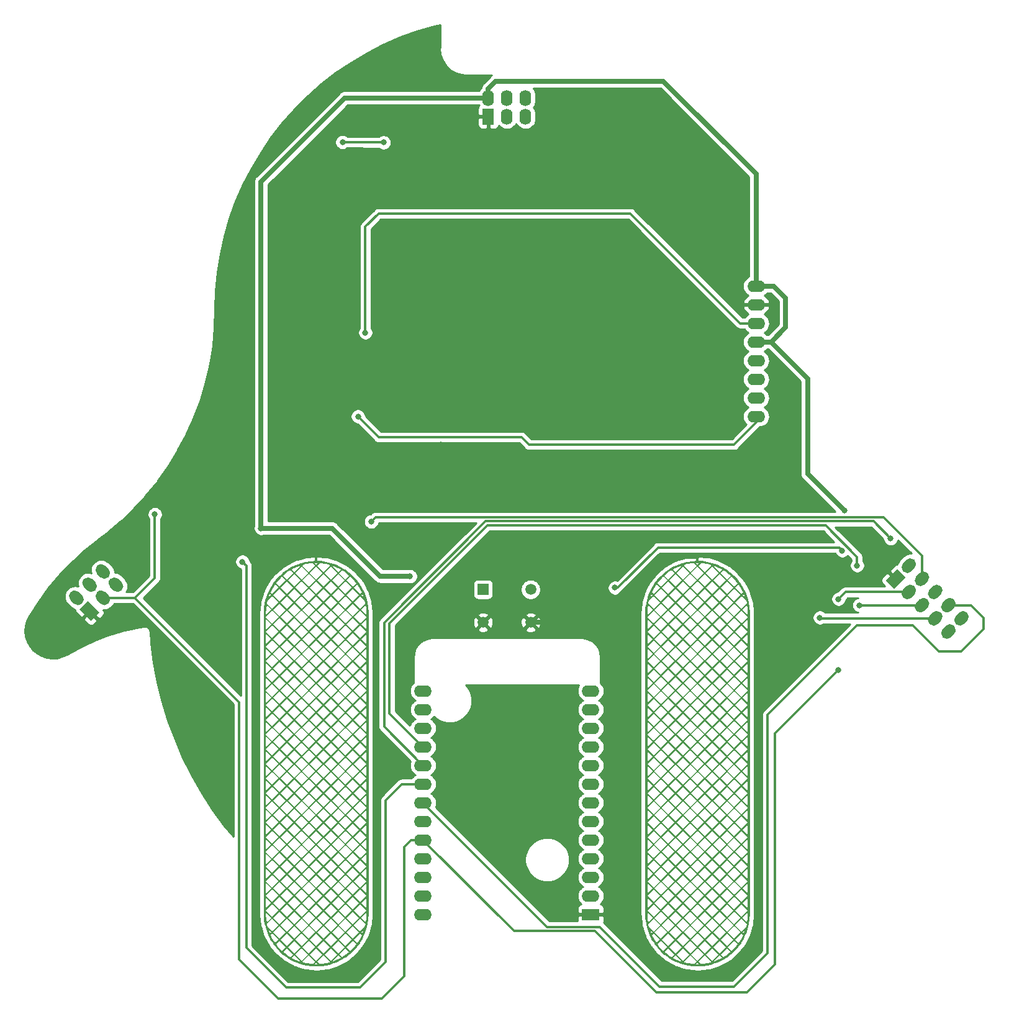
<source format=gbl>
%TF.GenerationSoftware,KiCad,Pcbnew,5.1.10-88a1d61d58~88~ubuntu18.04.1*%
%TF.CreationDate,2021-09-10T20:26:38+10:00*%
%TF.ProjectId,swag-badge,73776167-2d62-4616-9467-652e6b696361,rev?*%
%TF.SameCoordinates,PX405f7e0PYfa3044a0*%
%TF.FileFunction,Copper,L2,Bot*%
%TF.FilePolarity,Positive*%
%FSLAX46Y46*%
G04 Gerber Fmt 4.6, Leading zero omitted, Abs format (unit mm)*
G04 Created by KiCad (PCBNEW 5.1.10-88a1d61d58~88~ubuntu18.04.1) date 2021-09-10 20:26:38*
%MOMM*%
%LPD*%
G01*
G04 APERTURE LIST*
%TA.AperFunction,SMDPad,CuDef*%
%ADD10C,0.100000*%
%TD*%
%TA.AperFunction,ComponentPad*%
%ADD11C,1.498000*%
%TD*%
%TA.AperFunction,ComponentPad*%
%ADD12R,1.498000X1.498000*%
%TD*%
%TA.AperFunction,ComponentPad*%
%ADD13O,1.600000X2.200000*%
%TD*%
%TA.AperFunction,ComponentPad*%
%ADD14R,1.600000X2.200000*%
%TD*%
%TA.AperFunction,ComponentPad*%
%ADD15C,0.100000*%
%TD*%
%TA.AperFunction,ComponentPad*%
%ADD16O,2.400000X1.600000*%
%TD*%
%TA.AperFunction,ComponentPad*%
%ADD17R,2.400000X1.600000*%
%TD*%
%TA.AperFunction,ViaPad*%
%ADD18C,0.800000*%
%TD*%
%TA.AperFunction,Conductor*%
%ADD19C,0.700000*%
%TD*%
%TA.AperFunction,Conductor*%
%ADD20C,0.300000*%
%TD*%
%TA.AperFunction,Conductor*%
%ADD21C,0.254000*%
%TD*%
%TA.AperFunction,Conductor*%
%ADD22C,0.100000*%
%TD*%
G04 APERTURE END LIST*
%TA.AperFunction,SMDPad,CuDef*%
D10*
%TO.P,T3,3*%
%TO.N,GND*%
G36*
X-92859291Y62621058D02*
G01*
X-92859289Y62621058D01*
X-92857199Y62620956D01*
X-92850945Y62620299D01*
X-92844696Y62619730D01*
X-92167455Y62524550D01*
X-92165383Y62524244D01*
X-92159242Y62522983D01*
X-92153060Y62521804D01*
X-91488338Y62360991D01*
X-91486307Y62360484D01*
X-91480311Y62358628D01*
X-91474280Y62356853D01*
X-90828424Y62131942D01*
X-90826451Y62131240D01*
X-90820656Y62128804D01*
X-90814836Y62126453D01*
X-90194010Y61839590D01*
X-90192115Y61838699D01*
X-90186584Y61835708D01*
X-90181023Y61832801D01*
X-89591152Y61486726D01*
X-89589354Y61485654D01*
X-89584171Y61482158D01*
X-89578889Y61478702D01*
X-89025606Y61076718D01*
X-89023920Y61075475D01*
X-89019077Y61071469D01*
X-89014184Y61067535D01*
X-88502768Y60613478D01*
X-88501212Y60612076D01*
X-88496800Y60607634D01*
X-88492297Y60603224D01*
X-88027640Y60101438D01*
X-88027629Y60101428D01*
X-88027618Y60101415D01*
X-88026218Y60099882D01*
X-88022287Y60095062D01*
X-88018209Y60090202D01*
X-87604736Y59545470D01*
X-87604726Y59545458D01*
X-87604715Y59545442D01*
X-87603473Y59543781D01*
X-87600032Y59538603D01*
X-87596447Y59533366D01*
X-87238094Y58950873D01*
X-87237010Y58949082D01*
X-87234066Y58943547D01*
X-87231034Y58938031D01*
X-86931234Y58323348D01*
X-86930329Y58321459D01*
X-86927934Y58315647D01*
X-86925461Y58309878D01*
X-86687073Y57668874D01*
X-86686357Y57666906D01*
X-86684550Y57660921D01*
X-86682641Y57654905D01*
X-86507944Y56993698D01*
X-86507423Y56991670D01*
X-86506195Y56985469D01*
X-86504897Y56979363D01*
X-86395555Y56304265D01*
X-86395235Y56302195D01*
X-86394623Y56295959D01*
X-86393921Y56289701D01*
X-86350978Y55607152D01*
X-86350861Y55605061D01*
X-86350861Y55601911D01*
X-86350686Y55598781D01*
X-86350004Y55501046D01*
X-86350004Y55500081D01*
X-86350000Y55499999D01*
X-86350000Y14500000D01*
X-86350015Y14497906D01*
X-86350179Y14495299D01*
X-86350179Y14492672D01*
X-86383587Y13809593D01*
X-86383704Y13807502D01*
X-86384402Y13801284D01*
X-86385017Y13795008D01*
X-86484923Y13118447D01*
X-86485244Y13116378D01*
X-86486545Y13110258D01*
X-86487770Y13104072D01*
X-86653220Y12440489D01*
X-86653741Y12438461D01*
X-86655628Y12432511D01*
X-86657455Y12426460D01*
X-86886869Y11782189D01*
X-86887586Y11780222D01*
X-86890048Y11774477D01*
X-86892454Y11768640D01*
X-87183643Y11149832D01*
X-87184548Y11147944D01*
X-87187570Y11142447D01*
X-87190523Y11136893D01*
X-87540702Y10549461D01*
X-87540707Y10549452D01*
X-87540714Y10549442D01*
X-87541792Y10547662D01*
X-87545321Y10542508D01*
X-87548817Y10537246D01*
X-87954655Y9986782D01*
X-87955910Y9985105D01*
X-87959952Y9980288D01*
X-87963918Y9975425D01*
X-88421533Y9467191D01*
X-88422946Y9465645D01*
X-88427428Y9461256D01*
X-88431860Y9456793D01*
X-88936887Y8995639D01*
X-88938443Y8994238D01*
X-88943310Y8990325D01*
X-88948178Y8986297D01*
X-89495797Y8576627D01*
X-89497482Y8575385D01*
X-89502717Y8571959D01*
X-89507946Y8568432D01*
X-90092927Y8214155D01*
X-90094726Y8213083D01*
X-90100293Y8210173D01*
X-90105819Y8207185D01*
X-90722578Y7911683D01*
X-90724473Y7910792D01*
X-90730269Y7908450D01*
X-90736088Y7906004D01*
X-91378741Y7672097D01*
X-91380714Y7671395D01*
X-91386733Y7669623D01*
X-91392740Y7667764D01*
X-92055139Y7497689D01*
X-92055153Y7497685D01*
X-92055170Y7497682D01*
X-92057184Y7497179D01*
X-92063350Y7496003D01*
X-92069508Y7494739D01*
X-92745353Y7390113D01*
X-92747425Y7389807D01*
X-92753677Y7389238D01*
X-92759928Y7388581D01*
X-93442758Y7350405D01*
X-93444849Y7350303D01*
X-93451131Y7350347D01*
X-93457412Y7350303D01*
X-94140709Y7378941D01*
X-94142801Y7379043D01*
X-94149054Y7379700D01*
X-94155304Y7380269D01*
X-94832545Y7475449D01*
X-94834616Y7475755D01*
X-94840750Y7477014D01*
X-94846940Y7478195D01*
X-95511657Y7639007D01*
X-95511662Y7639008D01*
X-95511668Y7639010D01*
X-95513693Y7639515D01*
X-95519689Y7641371D01*
X-95525720Y7643146D01*
X-95575973Y7660646D01*
X-93697932Y7660646D01*
X-93452183Y7650346D01*
X-93300262Y7658840D01*
X-93500000Y7858578D01*
X-93697932Y7660646D01*
X-95575973Y7660646D01*
X-96171576Y7868057D01*
X-96173549Y7868759D01*
X-96179344Y7871195D01*
X-96185164Y7873546D01*
X-96458835Y8000000D01*
X-95358578Y8000000D01*
X-95240682Y7882105D01*
X-94783526Y7771508D01*
X-94120815Y7678370D01*
X-93969398Y7672024D01*
X-93641422Y8000000D01*
X-93358578Y8000000D01*
X-93032394Y7673816D01*
X-92783997Y7687704D01*
X-92122649Y7790085D01*
X-91757612Y7883811D01*
X-91641423Y8000000D01*
X-91358579Y8000000D01*
X-91357618Y7999039D01*
X-90845589Y8185403D01*
X-90242061Y8474565D01*
X-90163540Y8522118D01*
X-90500001Y8858578D01*
X-91358579Y8000000D01*
X-91641423Y8000000D01*
X-91641422Y8000001D01*
X-92500000Y8858578D01*
X-93358578Y8000000D01*
X-93641422Y8000000D01*
X-94500000Y8858578D01*
X-95358578Y8000000D01*
X-96458835Y8000000D01*
X-96805990Y8160408D01*
X-96807884Y8161300D01*
X-96813423Y8164294D01*
X-96818977Y8167198D01*
X-97408848Y8513273D01*
X-97410647Y8514345D01*
X-97415883Y8517877D01*
X-97421111Y8521298D01*
X-97424978Y8524108D01*
X-96834470Y8524108D01*
X-96673499Y8429667D01*
X-96065988Y8148957D01*
X-95643119Y8001698D01*
X-96499999Y8858578D01*
X-96834470Y8524108D01*
X-97424978Y8524108D01*
X-97974395Y8923281D01*
X-97976080Y8924524D01*
X-97980929Y8928536D01*
X-97985816Y8932465D01*
X-98458395Y9352040D01*
X-98006538Y9352040D01*
X-97792126Y9161676D01*
X-97250711Y8768315D01*
X-97012730Y8628692D01*
X-96641421Y9000000D01*
X-96358577Y9000000D01*
X-95499999Y8141422D01*
X-94641422Y9000000D01*
X-94358578Y9000000D01*
X-93500000Y8141422D01*
X-92641423Y8999999D01*
X-92358578Y8999999D01*
X-91500001Y8141422D01*
X-90641423Y9000000D01*
X-90358579Y9000000D01*
X-89987382Y8628804D01*
X-89669626Y8821244D01*
X-89133757Y9222124D01*
X-88992517Y9351095D01*
X-89500001Y9858578D01*
X-90358579Y9000000D01*
X-90641423Y9000000D01*
X-91500000Y9858578D01*
X-92358578Y8999999D01*
X-92641423Y8999999D01*
X-92641422Y9000000D01*
X-93500000Y9858578D01*
X-94358578Y9000000D01*
X-94641422Y9000000D01*
X-95500000Y9858578D01*
X-96358577Y9000000D01*
X-96641421Y9000000D01*
X-97499999Y9858578D01*
X-98006538Y9352040D01*
X-98458395Y9352040D01*
X-98497232Y9386521D01*
X-98498788Y9387923D01*
X-98503200Y9392365D01*
X-98507703Y9396775D01*
X-98972371Y9898571D01*
X-98973782Y9900117D01*
X-98977741Y9904971D01*
X-98981791Y9909797D01*
X-99345821Y10389390D01*
X-98969188Y10389390D01*
X-98747271Y10097025D01*
X-98292573Y9605995D01*
X-98156362Y9485060D01*
X-97641421Y10000000D01*
X-97358577Y10000000D01*
X-96499999Y9141422D01*
X-95641422Y10000000D01*
X-95358578Y10000000D01*
X-94500000Y9141422D01*
X-93641423Y9999999D01*
X-93358578Y9999999D01*
X-92500000Y9141421D01*
X-91641422Y10000000D01*
X-91358578Y10000000D01*
X-90500001Y9141422D01*
X-89641423Y10000000D01*
X-89358579Y10000000D01*
X-88844673Y9486095D01*
X-88639570Y9673381D01*
X-88191771Y10170711D01*
X-88030659Y10389237D01*
X-88500001Y10858578D01*
X-89358579Y10000000D01*
X-89641423Y10000000D01*
X-90500000Y10858578D01*
X-91358578Y10000000D01*
X-91641422Y10000000D01*
X-92500000Y10858578D01*
X-93358578Y9999999D01*
X-93641423Y9999999D01*
X-93641422Y10000000D01*
X-94500000Y10858578D01*
X-95358578Y10000000D01*
X-95641422Y10000000D01*
X-96500000Y10858578D01*
X-97358577Y10000000D01*
X-97641421Y10000000D01*
X-98499999Y10858578D01*
X-98969188Y10389390D01*
X-99345821Y10389390D01*
X-99395274Y10454541D01*
X-99396528Y10456218D01*
X-99400016Y10461467D01*
X-99403553Y10466633D01*
X-99761906Y11049126D01*
X-99762990Y11050917D01*
X-99765943Y11056470D01*
X-99768966Y11061969D01*
X-100051371Y11640987D01*
X-99717591Y11640987D01*
X-99502544Y11200073D01*
X-99151881Y10630081D01*
X-99091237Y10550185D01*
X-98641421Y11000000D01*
X-98358577Y11000000D01*
X-97499999Y10141422D01*
X-96641422Y11000000D01*
X-96358578Y11000000D01*
X-95500000Y10141422D01*
X-94641423Y10999999D01*
X-94358578Y10999999D01*
X-93500000Y10141421D01*
X-92641422Y11000000D01*
X-92358578Y11000000D01*
X-91500000Y10141422D01*
X-90641422Y11000000D01*
X-90358578Y11000000D01*
X-89500001Y10141422D01*
X-88641423Y11000000D01*
X-88358579Y11000000D01*
X-87910625Y10552047D01*
X-87794637Y10709369D01*
X-87451966Y11284207D01*
X-87283543Y11642122D01*
X-87500000Y11858579D01*
X-88358579Y11000000D01*
X-88641423Y11000000D01*
X-89500000Y11858578D01*
X-90358578Y11000000D01*
X-90641422Y11000000D01*
X-91500000Y11858578D01*
X-92358578Y11000000D01*
X-92641422Y11000000D01*
X-93500000Y11858578D01*
X-94358578Y10999999D01*
X-94641423Y10999999D01*
X-94641422Y11000000D01*
X-95500000Y11858578D01*
X-96358578Y11000000D01*
X-96641422Y11000000D01*
X-97500000Y11858578D01*
X-98358577Y11000000D01*
X-98641421Y11000000D01*
X-99500000Y11858578D01*
X-99717591Y11640987D01*
X-100051371Y11640987D01*
X-100068766Y11676651D01*
X-100069671Y11678540D01*
X-100072066Y11684352D01*
X-100074539Y11690121D01*
X-100312927Y12331125D01*
X-100313643Y12333093D01*
X-100315450Y12339078D01*
X-100317359Y12345094D01*
X-100322210Y12363456D01*
X-100004877Y12363456D01*
X-99807824Y11833598D01*
X-99641421Y12000000D01*
X-99358578Y12000000D01*
X-98499999Y11141422D01*
X-97641422Y12000000D01*
X-97358578Y12000000D01*
X-96500000Y11141422D01*
X-95641423Y11999999D01*
X-95358578Y11999999D01*
X-94500000Y11141421D01*
X-93641422Y12000000D01*
X-93358578Y12000000D01*
X-92500000Y11141422D01*
X-91641422Y11999999D01*
X-91641422Y12000000D01*
X-91358578Y12000000D01*
X-90500000Y11141422D01*
X-89641422Y12000000D01*
X-89358578Y12000000D01*
X-88500001Y11141422D01*
X-87641423Y12000000D01*
X-87358579Y12000000D01*
X-87193037Y11834458D01*
X-87167029Y11889728D01*
X-87000122Y12358457D01*
X-87358579Y12000000D01*
X-87641423Y12000000D01*
X-87641422Y12000001D01*
X-88499999Y12858578D01*
X-89358578Y12000000D01*
X-89641422Y12000000D01*
X-90500000Y12858578D01*
X-91358578Y12000000D01*
X-91641422Y12000000D01*
X-92500000Y12858578D01*
X-93358578Y12000000D01*
X-93641422Y12000000D01*
X-94500000Y12858578D01*
X-95358578Y11999999D01*
X-95641423Y11999999D01*
X-95641422Y12000000D01*
X-96500000Y12858578D01*
X-97358578Y12000000D01*
X-97641422Y12000000D01*
X-98500000Y12858578D01*
X-99358578Y12000000D01*
X-99641421Y12000000D01*
X-100004877Y12363456D01*
X-100322210Y12363456D01*
X-100492057Y13006301D01*
X-100492577Y13008330D01*
X-100493790Y13014453D01*
X-100495104Y13020636D01*
X-100515558Y13146929D01*
X-100211649Y13146929D01*
X-100200137Y13075850D01*
X-100116008Y12757431D01*
X-99499999Y12141422D01*
X-98641422Y13000000D01*
X-98358578Y13000000D01*
X-97500000Y12141422D01*
X-96641423Y12999999D01*
X-96358578Y12999999D01*
X-95500000Y12141421D01*
X-94641422Y13000000D01*
X-94358578Y13000000D01*
X-93500000Y12141422D01*
X-92641422Y13000000D01*
X-92358578Y13000000D01*
X-91500000Y12141421D01*
X-90641422Y12999999D01*
X-90641422Y13000000D01*
X-90358578Y13000000D01*
X-89500000Y12141422D01*
X-88641423Y12999999D01*
X-88358578Y12999999D01*
X-87500001Y12141422D01*
X-86883178Y12758245D01*
X-86786684Y13145263D01*
X-87499999Y13858578D01*
X-88358578Y12999999D01*
X-88641423Y12999999D01*
X-88641421Y13000000D01*
X-89500000Y13858578D01*
X-90358578Y13000000D01*
X-90641422Y13000000D01*
X-91500000Y13858578D01*
X-92358578Y13000000D01*
X-92641422Y13000000D01*
X-93500000Y13858578D01*
X-94358578Y13000000D01*
X-94641422Y13000000D01*
X-95500000Y13858578D01*
X-96358578Y12999999D01*
X-96641423Y12999999D01*
X-96641422Y13000000D01*
X-97500000Y13858578D01*
X-98358578Y13000000D01*
X-98641422Y13000000D01*
X-99500000Y13858578D01*
X-100211649Y13146929D01*
X-100515558Y13146929D01*
X-100604445Y13695735D01*
X-100604765Y13697804D01*
X-100605377Y13704040D01*
X-100606079Y13710298D01*
X-100649022Y14392846D01*
X-100649139Y14394937D01*
X-100649139Y14398089D01*
X-100649314Y14401219D01*
X-100649996Y14498953D01*
X-100649996Y14499918D01*
X-100650000Y14500000D01*
X-100650000Y14500474D01*
X-100350000Y14500474D01*
X-100349351Y14407508D01*
X-100307131Y13736453D01*
X-100251075Y13390347D01*
X-99641422Y14000000D01*
X-99358578Y14000000D01*
X-98500000Y13141422D01*
X-97641423Y13999999D01*
X-97358579Y13999999D01*
X-96500000Y13141421D01*
X-95641422Y14000000D01*
X-95358578Y14000000D01*
X-94500000Y13141422D01*
X-93641422Y14000000D01*
X-93358578Y14000000D01*
X-92500000Y13141422D01*
X-91641422Y14000000D01*
X-91358578Y14000000D01*
X-90500000Y13141421D01*
X-89641422Y13999999D01*
X-89358578Y13999999D01*
X-88500000Y13141421D01*
X-87641422Y13999999D01*
X-87358578Y13999999D01*
X-86748142Y13389563D01*
X-86682871Y13831577D01*
X-86650000Y14503667D01*
X-86650000Y14708577D01*
X-87358578Y13999999D01*
X-87641422Y13999999D01*
X-87641421Y14000000D01*
X-88500000Y14858578D01*
X-89358578Y13999999D01*
X-89641422Y13999999D01*
X-89641421Y14000000D01*
X-90499999Y14858578D01*
X-91358578Y14000000D01*
X-91641422Y14000000D01*
X-92500000Y14858578D01*
X-93358578Y14000000D01*
X-93641422Y14000000D01*
X-94500000Y14858578D01*
X-95358578Y14000000D01*
X-95641422Y14000000D01*
X-96500000Y14858578D01*
X-97358579Y13999999D01*
X-97641423Y13999999D01*
X-97641422Y14000000D01*
X-98500000Y14858578D01*
X-99358578Y14000000D01*
X-99641422Y14000000D01*
X-100350000Y14708577D01*
X-100350000Y14500474D01*
X-100650000Y14500474D01*
X-100650000Y15008578D01*
X-100350000Y15008578D01*
X-100350000Y14991421D01*
X-99500000Y14141421D01*
X-98641423Y14999999D01*
X-98358579Y14999999D01*
X-97500000Y14141421D01*
X-96641422Y14999999D01*
X-96641422Y15000000D01*
X-96358578Y15000000D01*
X-95500000Y14141422D01*
X-94641422Y15000000D01*
X-94358578Y15000000D01*
X-93500000Y14141422D01*
X-92641422Y15000000D01*
X-92358578Y15000000D01*
X-91500000Y14141422D01*
X-90641423Y14999999D01*
X-90358578Y14999999D01*
X-89500000Y14141421D01*
X-88641422Y14999999D01*
X-88358578Y14999999D01*
X-87500000Y14141421D01*
X-86650000Y14991421D01*
X-86650000Y15008578D01*
X-87500000Y15858578D01*
X-88358578Y14999999D01*
X-88641422Y14999999D01*
X-88641421Y15000000D01*
X-89499999Y15858578D01*
X-90358578Y14999999D01*
X-90641423Y14999999D01*
X-90641421Y15000000D01*
X-91500000Y15858578D01*
X-92358578Y15000000D01*
X-92641422Y15000000D01*
X-93500000Y15858578D01*
X-94358578Y15000000D01*
X-94641422Y15000000D01*
X-95500000Y15858578D01*
X-96358578Y15000000D01*
X-96641422Y15000000D01*
X-97500000Y15858578D01*
X-98358579Y14999999D01*
X-98641423Y14999999D01*
X-98641422Y15000000D01*
X-99500000Y15858578D01*
X-100350000Y15008578D01*
X-100650000Y15008578D01*
X-100650000Y15291422D01*
X-100350000Y15291422D01*
X-99641423Y15999999D01*
X-99358578Y15999999D01*
X-98500000Y15141421D01*
X-97641422Y15999999D01*
X-97641422Y16000000D01*
X-97358578Y16000000D01*
X-96500000Y15141421D01*
X-95641422Y15999999D01*
X-95641422Y16000000D01*
X-95358578Y16000000D01*
X-94500000Y15141422D01*
X-93641422Y16000000D01*
X-93358578Y16000000D01*
X-92500000Y15141422D01*
X-91641423Y15999999D01*
X-91358578Y15999999D01*
X-90500000Y15141421D01*
X-89641422Y15999999D01*
X-89358578Y15999999D01*
X-88500000Y15141421D01*
X-87641421Y15999999D01*
X-87641422Y16000000D01*
X-87358578Y16000000D01*
X-86650000Y15291422D01*
X-86650000Y16708578D01*
X-87358578Y16000000D01*
X-87641422Y16000000D01*
X-88500000Y16858578D01*
X-89358578Y15999999D01*
X-89641422Y15999999D01*
X-89641421Y16000000D01*
X-90499999Y16858578D01*
X-91358578Y15999999D01*
X-91641423Y15999999D01*
X-91641422Y16000000D01*
X-92500000Y16858578D01*
X-93358578Y16000000D01*
X-93641422Y16000000D01*
X-94500000Y16858578D01*
X-95358578Y16000000D01*
X-95641422Y16000000D01*
X-96500000Y16858578D01*
X-97358578Y16000000D01*
X-97641422Y16000000D01*
X-98500000Y16858578D01*
X-99358578Y15999999D01*
X-99641423Y15999999D01*
X-99641422Y16000000D01*
X-100350000Y16708577D01*
X-100350000Y15291422D01*
X-100650000Y15291422D01*
X-100650000Y17008578D01*
X-100350000Y17008578D01*
X-100350000Y16991421D01*
X-99500000Y16141421D01*
X-98641422Y17000000D01*
X-98358578Y17000000D01*
X-97500000Y16141421D01*
X-96641422Y16999999D01*
X-96641422Y17000000D01*
X-96358578Y17000000D01*
X-95500000Y16141421D01*
X-94641422Y16999999D01*
X-94641422Y17000000D01*
X-94358578Y17000000D01*
X-93500000Y16141422D01*
X-92641423Y16999999D01*
X-92358578Y16999999D01*
X-91500000Y16141421D01*
X-90641422Y16999999D01*
X-90358578Y16999999D01*
X-89500000Y16141421D01*
X-88641422Y17000000D01*
X-88358578Y17000000D01*
X-87499999Y16141421D01*
X-86650000Y16991420D01*
X-86650000Y17008578D01*
X-87500000Y17858578D01*
X-88358578Y17000000D01*
X-88641422Y17000000D01*
X-89500000Y17858578D01*
X-90358578Y16999999D01*
X-90641422Y16999999D01*
X-90641421Y17000000D01*
X-91500000Y17858578D01*
X-92358578Y16999999D01*
X-92641423Y16999999D01*
X-92641422Y17000000D01*
X-93500000Y17858578D01*
X-94358578Y17000000D01*
X-94641422Y17000000D01*
X-95500000Y17858578D01*
X-96358578Y17000000D01*
X-96641422Y17000000D01*
X-97500000Y17858578D01*
X-98358578Y17000000D01*
X-98641422Y17000000D01*
X-99500000Y17858578D01*
X-100350000Y17008578D01*
X-100650000Y17008578D01*
X-100650000Y17291422D01*
X-100350000Y17291422D01*
X-99641422Y18000000D01*
X-99358578Y18000000D01*
X-98500000Y17141422D01*
X-97641422Y18000000D01*
X-97358578Y18000000D01*
X-96500000Y17141421D01*
X-95641422Y17999999D01*
X-95641422Y18000000D01*
X-95358578Y18000000D01*
X-94500000Y17141421D01*
X-93641423Y17999999D01*
X-93358578Y17999999D01*
X-92500000Y17141421D01*
X-91641423Y17999999D01*
X-91358578Y17999999D01*
X-90500000Y17141421D01*
X-89641422Y18000000D01*
X-89358578Y18000000D01*
X-88500000Y17141422D01*
X-87641422Y18000000D01*
X-87358578Y18000000D01*
X-86650000Y17291422D01*
X-86650000Y18708577D01*
X-87358578Y18000000D01*
X-87641422Y18000000D01*
X-88500000Y18858578D01*
X-89358578Y18000000D01*
X-89641422Y18000000D01*
X-90500000Y18858578D01*
X-91358578Y17999999D01*
X-91641423Y17999999D01*
X-91641422Y18000000D01*
X-92500000Y18858578D01*
X-93358578Y17999999D01*
X-93641423Y17999999D01*
X-93641422Y18000000D01*
X-94500000Y18858578D01*
X-95358578Y18000000D01*
X-95641422Y18000000D01*
X-96500000Y18858578D01*
X-97358578Y18000000D01*
X-97641422Y18000000D01*
X-98500000Y18858578D01*
X-99358578Y18000000D01*
X-99641422Y18000000D01*
X-100350000Y18708577D01*
X-100350000Y17291422D01*
X-100650000Y17291422D01*
X-100650000Y19008578D01*
X-100350000Y19008578D01*
X-100350000Y18991421D01*
X-99500000Y18141422D01*
X-98641422Y19000000D01*
X-98358578Y19000000D01*
X-97500000Y18141422D01*
X-96641422Y19000000D01*
X-96358578Y19000000D01*
X-95500000Y18141421D01*
X-94641423Y18999999D01*
X-94358579Y18999999D01*
X-93500000Y18141421D01*
X-92641422Y18999999D01*
X-92358578Y18999999D01*
X-91500000Y18141421D01*
X-90641422Y19000000D01*
X-90358578Y19000000D01*
X-89500000Y18141422D01*
X-88641422Y19000000D01*
X-88358578Y19000000D01*
X-87500000Y18141422D01*
X-86650000Y18991421D01*
X-86650000Y19008578D01*
X-87500000Y19858578D01*
X-88358578Y19000000D01*
X-88641422Y19000000D01*
X-89500000Y19858578D01*
X-90358578Y19000000D01*
X-90641422Y19000000D01*
X-91500000Y19858578D01*
X-92358578Y18999999D01*
X-92641422Y18999999D01*
X-92641421Y19000000D01*
X-93500000Y19858578D01*
X-94358579Y18999999D01*
X-94641423Y18999999D01*
X-94641422Y19000000D01*
X-95500000Y19858578D01*
X-96358578Y19000000D01*
X-96641422Y19000000D01*
X-97500000Y19858578D01*
X-98358578Y19000000D01*
X-98641422Y19000000D01*
X-99500000Y19858578D01*
X-100350000Y19008578D01*
X-100650000Y19008578D01*
X-100650000Y19291422D01*
X-100350000Y19291422D01*
X-99641422Y20000000D01*
X-99358578Y20000000D01*
X-98500000Y19141422D01*
X-97641422Y20000000D01*
X-97358578Y20000000D01*
X-96500000Y19141422D01*
X-95641423Y19999999D01*
X-95358578Y19999999D01*
X-94500000Y19141421D01*
X-93641423Y19999999D01*
X-93358578Y19999999D01*
X-92500000Y19141421D01*
X-91641422Y19999999D01*
X-91641422Y20000000D01*
X-91358578Y20000000D01*
X-90500000Y19141422D01*
X-89641422Y20000000D01*
X-89358578Y20000000D01*
X-88500000Y19141422D01*
X-87641422Y20000000D01*
X-87358578Y20000000D01*
X-86650000Y19291422D01*
X-86650000Y20708577D01*
X-87358578Y20000000D01*
X-87641422Y20000000D01*
X-88500000Y20858578D01*
X-89358578Y20000000D01*
X-89641422Y20000000D01*
X-90500000Y20858578D01*
X-91358578Y20000000D01*
X-91641422Y20000000D01*
X-92500000Y20858578D01*
X-93358578Y19999999D01*
X-93641423Y19999999D01*
X-93641422Y20000000D01*
X-94500000Y20858578D01*
X-95358578Y19999999D01*
X-95641423Y19999999D01*
X-95641422Y20000000D01*
X-96500000Y20858578D01*
X-97358578Y20000000D01*
X-97641422Y20000000D01*
X-98500000Y20858578D01*
X-99358578Y20000000D01*
X-99641422Y20000000D01*
X-100350000Y20708577D01*
X-100350000Y19291422D01*
X-100650000Y19291422D01*
X-100650000Y21008578D01*
X-100350000Y21008578D01*
X-100350000Y20991421D01*
X-99500000Y20141422D01*
X-98641422Y21000000D01*
X-98358578Y21000000D01*
X-97500000Y20141422D01*
X-96641423Y20999999D01*
X-96358578Y20999999D01*
X-95500000Y20141421D01*
X-94641423Y20999999D01*
X-94358578Y20999999D01*
X-93500000Y20141421D01*
X-92641422Y20999999D01*
X-92641422Y21000000D01*
X-92358578Y21000000D01*
X-91500000Y20141421D01*
X-90641421Y20999999D01*
X-90641422Y21000000D01*
X-90358578Y21000000D01*
X-89500000Y20141422D01*
X-88641422Y21000000D01*
X-88358578Y21000000D01*
X-87500000Y20141422D01*
X-86650000Y20991421D01*
X-86650000Y21008578D01*
X-87500000Y21858578D01*
X-88358578Y21000000D01*
X-88641422Y21000000D01*
X-89500000Y21858578D01*
X-90358578Y21000000D01*
X-90641422Y21000000D01*
X-91500000Y21858578D01*
X-92358578Y21000000D01*
X-92641422Y21000000D01*
X-93500000Y21858578D01*
X-94358578Y20999999D01*
X-94641423Y20999999D01*
X-94641422Y21000000D01*
X-95500000Y21858578D01*
X-96358578Y20999999D01*
X-96641423Y20999999D01*
X-96641422Y21000000D01*
X-97500000Y21858578D01*
X-98358578Y21000000D01*
X-98641422Y21000000D01*
X-99500000Y21858578D01*
X-100350000Y21008578D01*
X-100650000Y21008578D01*
X-100650000Y21291422D01*
X-100350000Y21291422D01*
X-99641422Y22000000D01*
X-99358578Y22000000D01*
X-98500000Y21141422D01*
X-97641423Y21999999D01*
X-97358578Y21999999D01*
X-96500000Y21141421D01*
X-95641423Y21999999D01*
X-95358578Y21999999D01*
X-94500000Y21141421D01*
X-93641422Y21999999D01*
X-93358578Y21999999D01*
X-92500000Y21141421D01*
X-91641422Y21999999D01*
X-91641422Y22000000D01*
X-91358578Y22000000D01*
X-90499999Y21141421D01*
X-89641421Y21999999D01*
X-89641422Y22000000D01*
X-89358578Y22000000D01*
X-88500000Y21141422D01*
X-87641422Y22000000D01*
X-87358578Y22000000D01*
X-86650000Y21291422D01*
X-86650000Y22708577D01*
X-87358578Y22000000D01*
X-87641422Y22000000D01*
X-88500000Y22858578D01*
X-89358578Y22000000D01*
X-89641422Y22000000D01*
X-90500000Y22858578D01*
X-91358578Y22000000D01*
X-91641422Y22000000D01*
X-92500000Y22858578D01*
X-93358578Y21999999D01*
X-93641422Y21999999D01*
X-94500000Y22858578D01*
X-95358578Y21999999D01*
X-95641423Y21999999D01*
X-95641422Y22000000D01*
X-96500000Y22858578D01*
X-97358578Y21999999D01*
X-97641423Y21999999D01*
X-97641422Y22000000D01*
X-98500000Y22858578D01*
X-99358578Y22000000D01*
X-99641422Y22000000D01*
X-100350000Y22708577D01*
X-100350000Y21291422D01*
X-100650000Y21291422D01*
X-100650000Y23008578D01*
X-100350000Y23008578D01*
X-100350000Y22991421D01*
X-99500000Y22141421D01*
X-98641423Y22999999D01*
X-98358578Y22999999D01*
X-97500000Y22141421D01*
X-96641423Y22999999D01*
X-96358578Y22999999D01*
X-95500000Y22141421D01*
X-94641422Y22999999D01*
X-94358578Y22999999D01*
X-93500000Y22141421D01*
X-92641422Y22999999D01*
X-92358578Y22999999D01*
X-91500000Y22141421D01*
X-90641421Y22999999D01*
X-90641422Y23000000D01*
X-90358578Y23000000D01*
X-89499999Y22141421D01*
X-88641421Y22999999D01*
X-88641422Y23000000D01*
X-88358578Y23000000D01*
X-87500000Y22141421D01*
X-86650000Y22991421D01*
X-86650000Y23008578D01*
X-87500000Y23858578D01*
X-88358578Y23000000D01*
X-88641422Y23000000D01*
X-89500000Y23858578D01*
X-90358578Y23000000D01*
X-90641422Y23000000D01*
X-91500000Y23858578D01*
X-92358578Y22999999D01*
X-92641422Y22999999D01*
X-93500000Y23858578D01*
X-94358578Y22999999D01*
X-94641422Y22999999D01*
X-95500000Y23858578D01*
X-96358578Y22999999D01*
X-96641423Y22999999D01*
X-96641422Y23000000D01*
X-97500000Y23858578D01*
X-98358578Y22999999D01*
X-98641423Y22999999D01*
X-98641422Y23000000D01*
X-99500000Y23858578D01*
X-100350000Y23008578D01*
X-100650000Y23008578D01*
X-100650000Y23291422D01*
X-100350000Y23291422D01*
X-99641423Y23999999D01*
X-99358578Y23999999D01*
X-98500000Y23141421D01*
X-97641423Y23999999D01*
X-97358578Y23999999D01*
X-96500000Y23141421D01*
X-95641422Y23999999D01*
X-95358578Y23999999D01*
X-94500000Y23141421D01*
X-93641422Y23999999D01*
X-93358578Y23999999D01*
X-92500000Y23141421D01*
X-91641422Y23999999D01*
X-91358578Y23999999D01*
X-90499999Y23141421D01*
X-89641421Y23999999D01*
X-89641422Y24000000D01*
X-89358578Y24000000D01*
X-88499999Y23141421D01*
X-87641421Y23999999D01*
X-87641422Y24000000D01*
X-87358578Y24000000D01*
X-86650000Y23291422D01*
X-86650000Y24708578D01*
X-87358578Y24000000D01*
X-87641422Y24000000D01*
X-88500000Y24858578D01*
X-89358578Y24000000D01*
X-89641422Y24000000D01*
X-90500000Y24858578D01*
X-91358578Y23999999D01*
X-91641422Y23999999D01*
X-92500000Y24858578D01*
X-93358578Y23999999D01*
X-93641422Y23999999D01*
X-94500000Y24858578D01*
X-95358578Y23999999D01*
X-95641422Y23999999D01*
X-96500000Y24858578D01*
X-97358578Y23999999D01*
X-97641423Y23999999D01*
X-97641422Y24000000D01*
X-98500000Y24858578D01*
X-99358578Y23999999D01*
X-99641423Y23999999D01*
X-99641422Y24000000D01*
X-100350000Y24708577D01*
X-100350000Y23291422D01*
X-100650000Y23291422D01*
X-100650000Y25008578D01*
X-100350000Y25008578D01*
X-100350000Y24991421D01*
X-99500000Y24141421D01*
X-98641423Y24999999D01*
X-98358578Y24999999D01*
X-97500000Y24141421D01*
X-96641422Y24999999D01*
X-96358578Y24999999D01*
X-95500000Y24141421D01*
X-94641422Y24999999D01*
X-94358578Y24999999D01*
X-93500000Y24141421D01*
X-92641422Y24999999D01*
X-92358578Y24999999D01*
X-91500000Y24141421D01*
X-90641422Y24999999D01*
X-90358578Y24999999D01*
X-89499999Y24141421D01*
X-88641421Y24999999D01*
X-88641422Y25000000D01*
X-88358578Y25000000D01*
X-87499999Y24141421D01*
X-86650000Y24991420D01*
X-86650000Y25008578D01*
X-87500000Y25858578D01*
X-88358578Y25000000D01*
X-88641422Y25000000D01*
X-89500000Y25858578D01*
X-90358578Y24999999D01*
X-90641422Y24999999D01*
X-91500000Y25858578D01*
X-92358578Y24999999D01*
X-92641422Y24999999D01*
X-93500000Y25858578D01*
X-94358578Y24999999D01*
X-94641422Y24999999D01*
X-95500000Y25858578D01*
X-96358578Y24999999D01*
X-96641422Y24999999D01*
X-97500000Y25858578D01*
X-98358578Y24999999D01*
X-98641423Y24999999D01*
X-98641422Y25000000D01*
X-99500000Y25858578D01*
X-100350000Y25008578D01*
X-100650000Y25008578D01*
X-100650000Y25291422D01*
X-100350000Y25291422D01*
X-99641423Y25999999D01*
X-99358578Y25999999D01*
X-98500000Y25141421D01*
X-97641422Y25999999D01*
X-97358578Y25999999D01*
X-96500000Y25141421D01*
X-95641422Y25999999D01*
X-95358578Y25999999D01*
X-94500000Y25141421D01*
X-93641422Y25999999D01*
X-93358578Y25999999D01*
X-92500000Y25141421D01*
X-91641422Y25999999D01*
X-91358578Y25999999D01*
X-90500000Y25141421D01*
X-89641422Y25999999D01*
X-89358578Y25999999D01*
X-88499999Y25141421D01*
X-87641421Y25999999D01*
X-87641422Y26000000D01*
X-87358578Y26000000D01*
X-86650000Y25291422D01*
X-86650000Y26708578D01*
X-87358578Y26000000D01*
X-87641422Y26000000D01*
X-88500000Y26858578D01*
X-89358578Y25999999D01*
X-89641422Y25999999D01*
X-90500000Y26858578D01*
X-91358578Y25999999D01*
X-91641422Y25999999D01*
X-92500000Y26858578D01*
X-93358578Y25999999D01*
X-93641422Y25999999D01*
X-94500000Y26858578D01*
X-95358578Y25999999D01*
X-95641422Y25999999D01*
X-96500000Y26858578D01*
X-97358578Y25999999D01*
X-97641422Y25999999D01*
X-98500000Y26858578D01*
X-99358578Y25999999D01*
X-99641423Y25999999D01*
X-99641422Y26000000D01*
X-100350000Y26708577D01*
X-100350000Y25291422D01*
X-100650000Y25291422D01*
X-100650000Y27008578D01*
X-100350000Y27008578D01*
X-100350000Y26991421D01*
X-99500000Y26141421D01*
X-98641422Y26999999D01*
X-98358578Y26999999D01*
X-97500000Y26141421D01*
X-96641422Y26999999D01*
X-96358578Y26999999D01*
X-95500000Y26141421D01*
X-94641422Y26999999D01*
X-94358578Y26999999D01*
X-93500000Y26141421D01*
X-92641422Y26999999D01*
X-92358578Y26999999D01*
X-91500000Y26141421D01*
X-90641422Y26999999D01*
X-90358578Y26999999D01*
X-89500000Y26141421D01*
X-88641422Y26999999D01*
X-88358578Y26999999D01*
X-87499999Y26141421D01*
X-86650000Y26991420D01*
X-86650000Y27008578D01*
X-87500000Y27858578D01*
X-88358578Y26999999D01*
X-88641422Y26999999D01*
X-89500000Y27858578D01*
X-90358578Y26999999D01*
X-90641422Y26999999D01*
X-91500000Y27858578D01*
X-92358578Y26999999D01*
X-92641422Y26999999D01*
X-93500000Y27858578D01*
X-94358578Y26999999D01*
X-94641422Y26999999D01*
X-95500000Y27858578D01*
X-96358578Y26999999D01*
X-96641422Y26999999D01*
X-97500000Y27858578D01*
X-98358578Y26999999D01*
X-98641422Y26999999D01*
X-99500000Y27858578D01*
X-100350000Y27008578D01*
X-100650000Y27008578D01*
X-100650000Y27291422D01*
X-100350000Y27291422D01*
X-99641422Y27999999D01*
X-99358578Y27999999D01*
X-98500000Y27141421D01*
X-97641422Y27999999D01*
X-97358578Y27999999D01*
X-96500000Y27141421D01*
X-95641422Y27999999D01*
X-95358578Y27999999D01*
X-94500000Y27141421D01*
X-93641422Y27999999D01*
X-93358578Y27999999D01*
X-92500000Y27141421D01*
X-91641422Y27999999D01*
X-91358578Y27999999D01*
X-90500000Y27141421D01*
X-89641422Y27999999D01*
X-89358578Y27999999D01*
X-88500000Y27141421D01*
X-87641422Y27999999D01*
X-87358578Y27999999D01*
X-86650000Y27291422D01*
X-86650000Y28708577D01*
X-87358578Y27999999D01*
X-87641422Y27999999D01*
X-88500000Y28858578D01*
X-89358578Y27999999D01*
X-89641422Y27999999D01*
X-90500000Y28858578D01*
X-91358578Y27999999D01*
X-91641422Y27999999D01*
X-92500000Y28858578D01*
X-93358578Y27999999D01*
X-93641422Y27999999D01*
X-94500000Y28858578D01*
X-95358578Y27999999D01*
X-95641422Y27999999D01*
X-96500000Y28858578D01*
X-97358578Y27999999D01*
X-97641422Y27999999D01*
X-98500000Y28858578D01*
X-99358578Y27999999D01*
X-99641422Y27999999D01*
X-100350000Y28708577D01*
X-100350000Y27291422D01*
X-100650000Y27291422D01*
X-100650000Y29008578D01*
X-100350000Y29008578D01*
X-100350000Y28991421D01*
X-99500000Y28141421D01*
X-98641422Y28999999D01*
X-98358578Y28999999D01*
X-97500000Y28141421D01*
X-96641422Y28999999D01*
X-96358578Y28999999D01*
X-95500000Y28141421D01*
X-94641422Y28999999D01*
X-94358578Y28999999D01*
X-93500000Y28141421D01*
X-92641422Y28999999D01*
X-92358578Y28999999D01*
X-91500000Y28141421D01*
X-90641422Y28999999D01*
X-90358578Y28999999D01*
X-89500000Y28141421D01*
X-88641422Y28999999D01*
X-88358578Y28999999D01*
X-87500000Y28141421D01*
X-86650000Y28991421D01*
X-86650000Y29008578D01*
X-87500000Y29858578D01*
X-88358578Y28999999D01*
X-88641422Y28999999D01*
X-89500000Y29858578D01*
X-90358578Y28999999D01*
X-90641422Y28999999D01*
X-91500000Y29858578D01*
X-92358578Y28999999D01*
X-92641422Y28999999D01*
X-93500000Y29858578D01*
X-94358578Y28999999D01*
X-94641422Y28999999D01*
X-95500000Y29858578D01*
X-96358578Y28999999D01*
X-96641422Y28999999D01*
X-97500000Y29858578D01*
X-98358578Y28999999D01*
X-98641422Y28999999D01*
X-99500000Y29858578D01*
X-100350000Y29008578D01*
X-100650000Y29008578D01*
X-100650000Y29291422D01*
X-100350000Y29291422D01*
X-99641422Y29999999D01*
X-99358578Y29999999D01*
X-98500000Y29141421D01*
X-97641422Y29999999D01*
X-97358578Y29999999D01*
X-96500000Y29141421D01*
X-95641422Y29999999D01*
X-95358578Y29999999D01*
X-94500000Y29141421D01*
X-93641422Y29999999D01*
X-93358578Y29999999D01*
X-92500000Y29141421D01*
X-91641422Y29999999D01*
X-91358578Y29999999D01*
X-90500000Y29141421D01*
X-89641422Y29999999D01*
X-89358578Y29999999D01*
X-88500000Y29141421D01*
X-87641422Y29999999D01*
X-87358578Y29999999D01*
X-86650000Y29291422D01*
X-86650000Y30708577D01*
X-87358578Y29999999D01*
X-87641422Y29999999D01*
X-88500000Y30858578D01*
X-89358578Y29999999D01*
X-89641422Y29999999D01*
X-90500000Y30858578D01*
X-91358578Y29999999D01*
X-91641422Y29999999D01*
X-92500000Y30858578D01*
X-93358578Y29999999D01*
X-93641422Y29999999D01*
X-94500000Y30858578D01*
X-95358578Y29999999D01*
X-95641422Y29999999D01*
X-96500000Y30858578D01*
X-97358578Y29999999D01*
X-97641422Y29999999D01*
X-98500000Y30858578D01*
X-99358578Y29999999D01*
X-99641422Y29999999D01*
X-100350000Y30708577D01*
X-100350000Y29291422D01*
X-100650000Y29291422D01*
X-100650000Y31008578D01*
X-100350000Y31008578D01*
X-100350000Y30991421D01*
X-99500000Y30141421D01*
X-98641422Y30999999D01*
X-98358578Y30999999D01*
X-97500000Y30141421D01*
X-96641422Y30999999D01*
X-96358578Y30999999D01*
X-95500000Y30141421D01*
X-94641422Y30999999D01*
X-94358578Y30999999D01*
X-93500000Y30141421D01*
X-92641422Y30999999D01*
X-92358578Y30999999D01*
X-91500000Y30141421D01*
X-90641422Y30999999D01*
X-90358578Y30999999D01*
X-89500000Y30141421D01*
X-88641422Y30999999D01*
X-88358578Y30999999D01*
X-87500000Y30141421D01*
X-86650000Y30991421D01*
X-86650000Y31008578D01*
X-87500000Y31858578D01*
X-88358578Y30999999D01*
X-88641422Y30999999D01*
X-89500000Y31858578D01*
X-90358578Y30999999D01*
X-90641422Y30999999D01*
X-91500000Y31858578D01*
X-92358578Y30999999D01*
X-92641422Y30999999D01*
X-93500000Y31858578D01*
X-94358578Y30999999D01*
X-94641422Y30999999D01*
X-95500000Y31858578D01*
X-96358578Y30999999D01*
X-96641422Y30999999D01*
X-97500000Y31858578D01*
X-98358578Y30999999D01*
X-98641422Y30999999D01*
X-99500000Y31858578D01*
X-100350000Y31008578D01*
X-100650000Y31008578D01*
X-100650000Y31291422D01*
X-100350000Y31291422D01*
X-99641422Y31999999D01*
X-99358578Y31999999D01*
X-98500000Y31141421D01*
X-97641422Y31999999D01*
X-97358578Y31999999D01*
X-96500000Y31141421D01*
X-95641422Y31999999D01*
X-95358578Y31999999D01*
X-94500000Y31141421D01*
X-93641422Y31999999D01*
X-93358578Y31999999D01*
X-92500000Y31141421D01*
X-91641422Y31999999D01*
X-91358578Y31999999D01*
X-90500000Y31141421D01*
X-89641422Y31999999D01*
X-89358578Y31999999D01*
X-88500000Y31141421D01*
X-87641422Y31999999D01*
X-87358578Y31999999D01*
X-86650000Y31291422D01*
X-86650000Y32708577D01*
X-87358578Y31999999D01*
X-87641422Y31999999D01*
X-88500000Y32858578D01*
X-89358578Y31999999D01*
X-89641422Y31999999D01*
X-90500000Y32858578D01*
X-91358578Y31999999D01*
X-91641422Y31999999D01*
X-92500000Y32858578D01*
X-93358578Y31999999D01*
X-93641422Y31999999D01*
X-94500000Y32858578D01*
X-95358578Y31999999D01*
X-95641422Y31999999D01*
X-96500000Y32858578D01*
X-97358578Y31999999D01*
X-97641422Y31999999D01*
X-98500000Y32858578D01*
X-99358578Y31999999D01*
X-99641422Y31999999D01*
X-100350000Y32708577D01*
X-100350000Y31291422D01*
X-100650000Y31291422D01*
X-100650000Y33008578D01*
X-100350000Y33008578D01*
X-100350000Y32991421D01*
X-99500000Y32141421D01*
X-98641422Y32999999D01*
X-98358578Y32999999D01*
X-97500000Y32141421D01*
X-96641422Y32999999D01*
X-96358578Y32999999D01*
X-95500000Y32141421D01*
X-94641422Y32999999D01*
X-94358578Y32999999D01*
X-93500000Y32141421D01*
X-92641422Y32999999D01*
X-92358578Y32999999D01*
X-91500000Y32141421D01*
X-90641422Y32999999D01*
X-90358578Y32999999D01*
X-89500000Y32141421D01*
X-88641422Y32999999D01*
X-88358578Y32999999D01*
X-87500000Y32141421D01*
X-86650000Y32991421D01*
X-86650000Y33008578D01*
X-87500000Y33858578D01*
X-88358578Y32999999D01*
X-88641422Y32999999D01*
X-89500000Y33858578D01*
X-90358578Y32999999D01*
X-90641422Y32999999D01*
X-91500000Y33858578D01*
X-92358578Y32999999D01*
X-92641422Y32999999D01*
X-93500000Y33858578D01*
X-94358578Y32999999D01*
X-94641422Y32999999D01*
X-95500000Y33858578D01*
X-96358578Y32999999D01*
X-96641422Y32999999D01*
X-97500000Y33858578D01*
X-98358578Y32999999D01*
X-98641422Y32999999D01*
X-99500000Y33858578D01*
X-100350000Y33008578D01*
X-100650000Y33008578D01*
X-100650000Y33291422D01*
X-100350000Y33291422D01*
X-99641422Y33999999D01*
X-99358578Y33999999D01*
X-98500000Y33141421D01*
X-97641422Y33999999D01*
X-97358578Y33999999D01*
X-96500000Y33141421D01*
X-95641422Y33999999D01*
X-95641422Y34000000D01*
X-95358578Y34000000D01*
X-94500000Y33141421D01*
X-93641422Y33999999D01*
X-93358578Y33999999D01*
X-92500000Y33141421D01*
X-91641423Y33999999D01*
X-91358578Y33999999D01*
X-90500000Y33141421D01*
X-89641422Y33999999D01*
X-89358578Y33999999D01*
X-88500000Y33141421D01*
X-87641422Y33999999D01*
X-87358578Y33999999D01*
X-86650000Y33291422D01*
X-86650000Y34708577D01*
X-87358578Y33999999D01*
X-87641422Y33999999D01*
X-88500000Y34858578D01*
X-89358578Y33999999D01*
X-89641422Y33999999D01*
X-90500000Y34858578D01*
X-91358578Y33999999D01*
X-91641423Y33999999D01*
X-91641422Y34000000D01*
X-92500000Y34858578D01*
X-93358578Y33999999D01*
X-93641422Y33999999D01*
X-94500000Y34858578D01*
X-95358578Y34000000D01*
X-95641422Y34000000D01*
X-96500000Y34858578D01*
X-97358578Y33999999D01*
X-97641422Y33999999D01*
X-98500000Y34858578D01*
X-99358578Y33999999D01*
X-99641422Y33999999D01*
X-100350000Y34708577D01*
X-100350000Y33291422D01*
X-100650000Y33291422D01*
X-100650000Y35008578D01*
X-100350000Y35008578D01*
X-100350000Y34991421D01*
X-99500000Y34141421D01*
X-98641422Y34999999D01*
X-98358578Y34999999D01*
X-97500000Y34141421D01*
X-96641422Y34999999D01*
X-96358578Y34999999D01*
X-95500000Y34141421D01*
X-94641422Y34999999D01*
X-94358578Y34999999D01*
X-93500000Y34141421D01*
X-92641422Y34999999D01*
X-92358578Y34999999D01*
X-91500000Y34141421D01*
X-90641422Y34999999D01*
X-90358578Y34999999D01*
X-89500000Y34141421D01*
X-88641422Y34999999D01*
X-88358578Y34999999D01*
X-87500000Y34141421D01*
X-86650000Y34991421D01*
X-86650000Y35008578D01*
X-87500000Y35858578D01*
X-88358578Y34999999D01*
X-88641422Y34999999D01*
X-89500000Y35858578D01*
X-90358578Y34999999D01*
X-90641422Y34999999D01*
X-91500000Y35858578D01*
X-92358578Y34999999D01*
X-92641422Y34999999D01*
X-93500000Y35858578D01*
X-94358578Y34999999D01*
X-94641422Y34999999D01*
X-95500000Y35858578D01*
X-96358578Y34999999D01*
X-96641422Y34999999D01*
X-97500000Y35858578D01*
X-98358578Y34999999D01*
X-98641422Y34999999D01*
X-99500000Y35858578D01*
X-100350000Y35008578D01*
X-100650000Y35008578D01*
X-100650000Y35291422D01*
X-100350000Y35291422D01*
X-99641422Y35999999D01*
X-99358578Y35999999D01*
X-98500000Y35141421D01*
X-97641422Y35999999D01*
X-97641422Y36000000D01*
X-97358578Y36000000D01*
X-96500000Y35141421D01*
X-95641422Y35999999D01*
X-95358578Y35999999D01*
X-94500000Y35141421D01*
X-93641422Y36000000D01*
X-93358578Y36000000D01*
X-92500000Y35141421D01*
X-91641422Y35999999D01*
X-91358578Y35999999D01*
X-90500000Y35141421D01*
X-89641423Y35999999D01*
X-89358578Y35999999D01*
X-88500000Y35141421D01*
X-87641422Y35999999D01*
X-87358578Y35999999D01*
X-86650000Y35291422D01*
X-86650000Y36708577D01*
X-87358578Y35999999D01*
X-87641422Y35999999D01*
X-88500000Y36858578D01*
X-89358578Y35999999D01*
X-89641423Y35999999D01*
X-89641422Y36000000D01*
X-90500000Y36858578D01*
X-91358578Y35999999D01*
X-91641422Y35999999D01*
X-92500000Y36858578D01*
X-93358578Y36000000D01*
X-93641422Y36000000D01*
X-94500000Y36858578D01*
X-95358578Y35999999D01*
X-95641422Y35999999D01*
X-96500000Y36858578D01*
X-97358578Y36000000D01*
X-97641422Y36000000D01*
X-98500000Y36858578D01*
X-99358578Y35999999D01*
X-99641422Y35999999D01*
X-100350000Y36708577D01*
X-100350000Y35291422D01*
X-100650000Y35291422D01*
X-100650000Y37008578D01*
X-100350000Y37008578D01*
X-100350000Y36991421D01*
X-99500000Y36141421D01*
X-98641422Y36999999D01*
X-98358578Y36999999D01*
X-97500000Y36141421D01*
X-96641422Y36999999D01*
X-96358578Y36999999D01*
X-95500000Y36141421D01*
X-94641422Y36999999D01*
X-94358578Y36999999D01*
X-93500000Y36141421D01*
X-92641422Y36999999D01*
X-92358578Y36999999D01*
X-91500000Y36141421D01*
X-90641422Y36999999D01*
X-90358578Y36999999D01*
X-89500000Y36141421D01*
X-88641422Y36999999D01*
X-88358578Y36999999D01*
X-87500000Y36141421D01*
X-86650000Y36991421D01*
X-86650000Y37008578D01*
X-87500000Y37858578D01*
X-88358578Y36999999D01*
X-88641422Y36999999D01*
X-89500000Y37858578D01*
X-90358578Y36999999D01*
X-90641422Y36999999D01*
X-91500000Y37858578D01*
X-92358578Y36999999D01*
X-92641422Y36999999D01*
X-93500000Y37858578D01*
X-94358578Y36999999D01*
X-94641422Y36999999D01*
X-95500000Y37858578D01*
X-96358578Y36999999D01*
X-96641422Y36999999D01*
X-97500000Y37858578D01*
X-98358578Y36999999D01*
X-98641422Y36999999D01*
X-99500000Y37858578D01*
X-100350000Y37008578D01*
X-100650000Y37008578D01*
X-100650000Y37291422D01*
X-100350000Y37291422D01*
X-99641422Y37999999D01*
X-99358578Y37999999D01*
X-98500000Y37141421D01*
X-97641422Y37999999D01*
X-97358578Y37999999D01*
X-96500000Y37141421D01*
X-95641422Y37999999D01*
X-95358578Y37999999D01*
X-94500000Y37141421D01*
X-93641422Y37999999D01*
X-93358578Y37999999D01*
X-92500000Y37141421D01*
X-91641422Y37999999D01*
X-91358578Y37999999D01*
X-90500000Y37141421D01*
X-89641422Y37999999D01*
X-89358578Y37999999D01*
X-88500000Y37141421D01*
X-87641422Y37999999D01*
X-87358578Y37999999D01*
X-86650000Y37291422D01*
X-86650000Y38708577D01*
X-87358578Y37999999D01*
X-87641422Y37999999D01*
X-88500000Y38858578D01*
X-89358578Y37999999D01*
X-89641422Y37999999D01*
X-90500000Y38858578D01*
X-91358578Y37999999D01*
X-91641422Y37999999D01*
X-92500000Y38858578D01*
X-93358578Y37999999D01*
X-93641422Y37999999D01*
X-94500000Y38858578D01*
X-95358578Y37999999D01*
X-95641422Y37999999D01*
X-96500000Y38858578D01*
X-97358578Y37999999D01*
X-97641422Y37999999D01*
X-98500000Y38858578D01*
X-99358578Y37999999D01*
X-99641422Y37999999D01*
X-100350000Y38708577D01*
X-100350000Y37291422D01*
X-100650000Y37291422D01*
X-100650000Y39008578D01*
X-100350000Y39008578D01*
X-100350000Y38991421D01*
X-99500000Y38141421D01*
X-98641422Y38999999D01*
X-98358578Y38999999D01*
X-97500000Y38141421D01*
X-96641422Y38999999D01*
X-96358578Y38999999D01*
X-95500000Y38141421D01*
X-94641422Y38999999D01*
X-94358578Y38999999D01*
X-93500000Y38141421D01*
X-92641422Y38999999D01*
X-92358578Y38999999D01*
X-91500000Y38141421D01*
X-90641422Y38999999D01*
X-90358578Y38999999D01*
X-89500000Y38141421D01*
X-88641422Y38999999D01*
X-88358578Y38999999D01*
X-87500000Y38141421D01*
X-86650000Y38991421D01*
X-86650000Y39008578D01*
X-87500000Y39858578D01*
X-88358578Y38999999D01*
X-88641422Y38999999D01*
X-89500000Y39858578D01*
X-90358578Y38999999D01*
X-90641422Y38999999D01*
X-91500000Y39858578D01*
X-92358578Y38999999D01*
X-92641422Y38999999D01*
X-93500000Y39858578D01*
X-94358578Y38999999D01*
X-94641422Y38999999D01*
X-95500000Y39858578D01*
X-96358578Y38999999D01*
X-96641422Y38999999D01*
X-97500000Y39858578D01*
X-98358578Y38999999D01*
X-98641422Y38999999D01*
X-99500000Y39858578D01*
X-100350000Y39008578D01*
X-100650000Y39008578D01*
X-100650000Y39291422D01*
X-100350000Y39291422D01*
X-99641423Y39999999D01*
X-99358578Y39999999D01*
X-98500000Y39141421D01*
X-97641423Y39999999D01*
X-97358578Y39999999D01*
X-96500000Y39141421D01*
X-95641422Y39999999D01*
X-95358578Y39999999D01*
X-94500000Y39141421D01*
X-93641422Y39999999D01*
X-93358578Y39999999D01*
X-92500000Y39141421D01*
X-91641422Y39999999D01*
X-91358578Y39999999D01*
X-90500000Y39141421D01*
X-89641422Y39999999D01*
X-89641422Y40000000D01*
X-89358578Y40000000D01*
X-88500000Y39141421D01*
X-87641422Y39999999D01*
X-87641422Y40000000D01*
X-87358578Y40000000D01*
X-86650000Y39291422D01*
X-86650000Y40708577D01*
X-87358578Y40000000D01*
X-87641422Y40000000D01*
X-88500000Y40858578D01*
X-89358578Y40000000D01*
X-89641422Y40000000D01*
X-90500000Y40858578D01*
X-91358578Y39999999D01*
X-91641422Y39999999D01*
X-92500000Y40858578D01*
X-93358578Y39999999D01*
X-93641422Y39999999D01*
X-94500000Y40858578D01*
X-95358578Y39999999D01*
X-95641422Y39999999D01*
X-96500000Y40858578D01*
X-97358578Y39999999D01*
X-97641423Y39999999D01*
X-97641422Y40000000D01*
X-98500000Y40858578D01*
X-99358578Y39999999D01*
X-99641423Y39999999D01*
X-99641422Y40000000D01*
X-100350000Y40708577D01*
X-100350000Y39291422D01*
X-100650000Y39291422D01*
X-100650000Y41008578D01*
X-100350000Y41008578D01*
X-100350000Y40991421D01*
X-99500000Y40141421D01*
X-98641422Y40999999D01*
X-98358578Y40999999D01*
X-97500000Y40141421D01*
X-96641422Y40999999D01*
X-96358578Y40999999D01*
X-95500000Y40141421D01*
X-94641422Y40999999D01*
X-94358578Y40999999D01*
X-93500000Y40141421D01*
X-92641422Y40999999D01*
X-92358578Y40999999D01*
X-91500000Y40141421D01*
X-90641422Y40999999D01*
X-90358578Y40999999D01*
X-89500000Y40141421D01*
X-88641422Y40999999D01*
X-88358578Y40999999D01*
X-87500000Y40141421D01*
X-86650000Y40991421D01*
X-86650000Y41008578D01*
X-87500000Y41858578D01*
X-88358578Y40999999D01*
X-88641422Y40999999D01*
X-89500000Y41858578D01*
X-90358578Y40999999D01*
X-90641422Y40999999D01*
X-91500000Y41858578D01*
X-92358578Y40999999D01*
X-92641422Y40999999D01*
X-93500000Y41858578D01*
X-94358578Y40999999D01*
X-94641422Y40999999D01*
X-95500000Y41858578D01*
X-96358578Y40999999D01*
X-96641422Y40999999D01*
X-97500000Y41858578D01*
X-98358578Y40999999D01*
X-98641422Y40999999D01*
X-99500000Y41858578D01*
X-100350000Y41008578D01*
X-100650000Y41008578D01*
X-100650000Y41291422D01*
X-100350000Y41291422D01*
X-99641423Y41999999D01*
X-99358578Y41999999D01*
X-98500000Y41141421D01*
X-97641422Y41999999D01*
X-97358578Y41999999D01*
X-96500000Y41141421D01*
X-95641422Y41999999D01*
X-95358578Y41999999D01*
X-94500000Y41141421D01*
X-93641422Y41999999D01*
X-93358578Y41999999D01*
X-92500000Y41141421D01*
X-91641422Y41999999D01*
X-91358578Y41999999D01*
X-90500000Y41141421D01*
X-89641422Y41999999D01*
X-89358578Y41999999D01*
X-88500000Y41141421D01*
X-87641422Y41999999D01*
X-87641422Y42000000D01*
X-87358578Y42000000D01*
X-86650000Y41291422D01*
X-86650000Y42708577D01*
X-87358578Y42000000D01*
X-87641422Y42000000D01*
X-88500000Y42858578D01*
X-89358578Y41999999D01*
X-89641422Y41999999D01*
X-90500000Y42858578D01*
X-91358578Y41999999D01*
X-91641422Y41999999D01*
X-92500000Y42858578D01*
X-93358578Y41999999D01*
X-93641422Y41999999D01*
X-94500000Y42858578D01*
X-95358578Y41999999D01*
X-95641422Y41999999D01*
X-96500000Y42858578D01*
X-97358578Y41999999D01*
X-97641422Y41999999D01*
X-98500000Y42858578D01*
X-99358578Y41999999D01*
X-99641423Y41999999D01*
X-99641422Y42000000D01*
X-100350000Y42708577D01*
X-100350000Y41291422D01*
X-100650000Y41291422D01*
X-100650000Y43008578D01*
X-100350000Y43008578D01*
X-100350000Y42991421D01*
X-99500000Y42141421D01*
X-98641422Y42999999D01*
X-98358578Y42999999D01*
X-97500000Y42141421D01*
X-96641422Y42999999D01*
X-96358578Y42999999D01*
X-95500000Y42141421D01*
X-94641422Y42999999D01*
X-94358578Y42999999D01*
X-93500000Y42141421D01*
X-92641422Y42999999D01*
X-92358578Y42999999D01*
X-91500000Y42141421D01*
X-90641422Y42999999D01*
X-90358578Y42999999D01*
X-89500000Y42141421D01*
X-88641422Y42999999D01*
X-88358578Y42999999D01*
X-87500000Y42141421D01*
X-86650000Y42991421D01*
X-86650000Y43008578D01*
X-87500000Y43858578D01*
X-88358578Y42999999D01*
X-88641422Y42999999D01*
X-89500000Y43858578D01*
X-90358578Y42999999D01*
X-90641422Y42999999D01*
X-91500000Y43858578D01*
X-92358578Y42999999D01*
X-92641422Y42999999D01*
X-93500000Y43858578D01*
X-94358578Y42999999D01*
X-94641422Y42999999D01*
X-95500000Y43858578D01*
X-96358578Y42999999D01*
X-96641422Y42999999D01*
X-97500000Y43858578D01*
X-98358578Y42999999D01*
X-98641422Y42999999D01*
X-99500000Y43858578D01*
X-100350000Y43008578D01*
X-100650000Y43008578D01*
X-100650000Y43291422D01*
X-100350000Y43291422D01*
X-99641422Y44000000D01*
X-99358578Y44000000D01*
X-98500000Y43141421D01*
X-97641422Y43999999D01*
X-97358578Y43999999D01*
X-96500000Y43141421D01*
X-95641422Y43999999D01*
X-95358578Y43999999D01*
X-94500000Y43141421D01*
X-93641422Y43999999D01*
X-93358578Y43999999D01*
X-92500000Y43141421D01*
X-91641422Y43999999D01*
X-91358578Y43999999D01*
X-90500000Y43141421D01*
X-89641422Y43999999D01*
X-89358578Y43999999D01*
X-88500000Y43141421D01*
X-87641422Y44000000D01*
X-87358578Y44000000D01*
X-86650000Y43291422D01*
X-86650000Y44708577D01*
X-87358578Y44000000D01*
X-87641422Y44000000D01*
X-88500000Y44858578D01*
X-89358578Y43999999D01*
X-89641422Y43999999D01*
X-90500000Y44858578D01*
X-91358578Y43999999D01*
X-91641422Y43999999D01*
X-92500000Y44858578D01*
X-93358578Y43999999D01*
X-93641422Y43999999D01*
X-94500000Y44858578D01*
X-95358578Y43999999D01*
X-95641422Y43999999D01*
X-96500000Y44858578D01*
X-97358578Y43999999D01*
X-97641422Y43999999D01*
X-98500000Y44858578D01*
X-99358578Y44000000D01*
X-99641422Y44000000D01*
X-100350000Y44708577D01*
X-100350000Y43291422D01*
X-100650000Y43291422D01*
X-100650000Y45008578D01*
X-100350000Y45008578D01*
X-100350000Y44991421D01*
X-99500000Y44141422D01*
X-98641422Y45000000D01*
X-98358578Y45000000D01*
X-97500000Y44141421D01*
X-96641422Y44999999D01*
X-96358578Y44999999D01*
X-95500000Y44141421D01*
X-94641422Y44999999D01*
X-94358578Y44999999D01*
X-93500000Y44141421D01*
X-92641422Y44999999D01*
X-92358578Y44999999D01*
X-91500000Y44141421D01*
X-90641422Y44999999D01*
X-90358578Y44999999D01*
X-89500000Y44141421D01*
X-88641422Y45000000D01*
X-88358578Y45000000D01*
X-87500000Y44141422D01*
X-86650000Y44991421D01*
X-86650000Y45008578D01*
X-87500000Y45858578D01*
X-88358578Y45000000D01*
X-88641422Y45000000D01*
X-89500000Y45858578D01*
X-90358578Y44999999D01*
X-90641422Y44999999D01*
X-91500000Y45858578D01*
X-92358578Y44999999D01*
X-92641422Y44999999D01*
X-93500000Y45858578D01*
X-94358578Y44999999D01*
X-94641422Y44999999D01*
X-95500000Y45858578D01*
X-96358578Y44999999D01*
X-96641422Y44999999D01*
X-97500000Y45858578D01*
X-98358578Y45000000D01*
X-98641422Y45000000D01*
X-99500000Y45858578D01*
X-100350000Y45008578D01*
X-100650000Y45008578D01*
X-100650000Y45291422D01*
X-100350000Y45291422D01*
X-99641422Y46000000D01*
X-99358578Y46000000D01*
X-98500000Y45141422D01*
X-97641422Y46000000D01*
X-97358578Y46000000D01*
X-96500000Y45141421D01*
X-95641422Y45999999D01*
X-95358578Y45999999D01*
X-94500000Y45141421D01*
X-93641422Y45999999D01*
X-93358578Y45999999D01*
X-92500000Y45141421D01*
X-91641422Y45999999D01*
X-91358578Y45999999D01*
X-90500000Y45141421D01*
X-89641422Y46000000D01*
X-89358578Y46000000D01*
X-88500000Y45141422D01*
X-87641422Y46000000D01*
X-87358578Y46000000D01*
X-86650000Y45291422D01*
X-86650000Y46708577D01*
X-87358578Y46000000D01*
X-87641422Y46000000D01*
X-88500000Y46858578D01*
X-89358578Y46000000D01*
X-89641422Y46000000D01*
X-90500000Y46858578D01*
X-91358578Y45999999D01*
X-91641422Y45999999D01*
X-92500000Y46858578D01*
X-93358578Y45999999D01*
X-93641422Y45999999D01*
X-94500000Y46858578D01*
X-95358578Y45999999D01*
X-95641422Y45999999D01*
X-96500000Y46858578D01*
X-97358578Y46000000D01*
X-97641422Y46000000D01*
X-98500000Y46858578D01*
X-99358578Y46000000D01*
X-99641422Y46000000D01*
X-100350000Y46708577D01*
X-100350000Y45291422D01*
X-100650000Y45291422D01*
X-100650000Y47008578D01*
X-100350000Y47008578D01*
X-100350000Y46991421D01*
X-99500000Y46141422D01*
X-98641422Y47000000D01*
X-98358578Y47000000D01*
X-97500000Y46141422D01*
X-96641422Y47000000D01*
X-96358578Y47000000D01*
X-95500000Y46141421D01*
X-94641422Y46999999D01*
X-94358578Y46999999D01*
X-93500000Y46141421D01*
X-92641422Y46999999D01*
X-92358578Y46999999D01*
X-91500000Y46141421D01*
X-90641422Y47000000D01*
X-90358578Y47000000D01*
X-89500000Y46141422D01*
X-88641422Y47000000D01*
X-88358578Y47000000D01*
X-87500000Y46141422D01*
X-86650000Y46991421D01*
X-86650000Y47008579D01*
X-87499999Y47858578D01*
X-88358578Y47000000D01*
X-88641422Y47000000D01*
X-89500000Y47858578D01*
X-90358578Y47000000D01*
X-90641422Y47000000D01*
X-91500000Y47858578D01*
X-92358578Y46999999D01*
X-92641422Y46999999D01*
X-93500000Y47858578D01*
X-94358578Y46999999D01*
X-94641422Y46999999D01*
X-95500000Y47858578D01*
X-96358578Y47000000D01*
X-96641422Y47000000D01*
X-97500000Y47858578D01*
X-98358578Y47000000D01*
X-98641422Y47000000D01*
X-99500000Y47858578D01*
X-100350000Y47008578D01*
X-100650000Y47008578D01*
X-100650000Y47291422D01*
X-100350000Y47291422D01*
X-99641422Y47999999D01*
X-99641423Y48000000D01*
X-99358579Y48000000D01*
X-98500000Y47141422D01*
X-97641422Y48000000D01*
X-97358578Y48000000D01*
X-96500000Y47141422D01*
X-95641422Y48000000D01*
X-95358578Y48000000D01*
X-94500000Y47141421D01*
X-93641422Y47999999D01*
X-93358578Y47999999D01*
X-92500000Y47141421D01*
X-91641422Y48000000D01*
X-91358578Y48000000D01*
X-90500000Y47141422D01*
X-89641422Y48000000D01*
X-89358578Y48000000D01*
X-88500000Y47141422D01*
X-87641423Y47999999D01*
X-87358578Y47999999D01*
X-86650000Y47291421D01*
X-86650000Y48708577D01*
X-87358578Y47999999D01*
X-87641423Y47999999D01*
X-87641421Y48000000D01*
X-88499999Y48858578D01*
X-89358578Y48000000D01*
X-89641422Y48000000D01*
X-90500000Y48858578D01*
X-91358578Y48000000D01*
X-91641422Y48000000D01*
X-92500000Y48858578D01*
X-93358578Y47999999D01*
X-93641422Y47999999D01*
X-94500000Y48858578D01*
X-95358578Y48000000D01*
X-95641422Y48000000D01*
X-96500000Y48858578D01*
X-97358578Y48000000D01*
X-97641422Y48000000D01*
X-98500001Y48858578D01*
X-99358579Y48000000D01*
X-99641423Y48000000D01*
X-100350000Y48708577D01*
X-100350000Y47291422D01*
X-100650000Y47291422D01*
X-100650000Y49008578D01*
X-100350000Y49008578D01*
X-100350000Y48991421D01*
X-99500000Y48141421D01*
X-98641422Y48999999D01*
X-98641422Y49000000D01*
X-98358579Y49000000D01*
X-97500000Y48141422D01*
X-96641422Y49000000D01*
X-96358578Y49000000D01*
X-95500000Y48141422D01*
X-94641422Y49000000D01*
X-94358578Y49000000D01*
X-93500000Y48141421D01*
X-92641422Y49000000D01*
X-92358578Y49000000D01*
X-91500000Y48141422D01*
X-90641422Y49000000D01*
X-90358578Y49000000D01*
X-89500000Y48141422D01*
X-88641423Y48999999D01*
X-88358578Y48999999D01*
X-87500000Y48141421D01*
X-86650000Y48991421D01*
X-86650000Y49008578D01*
X-87500000Y49858578D01*
X-88358578Y48999999D01*
X-88641423Y48999999D01*
X-88641421Y49000000D01*
X-89499999Y49858578D01*
X-90358578Y49000000D01*
X-90641422Y49000000D01*
X-91500000Y49858578D01*
X-92358578Y49000000D01*
X-92641422Y49000000D01*
X-93500000Y49858578D01*
X-94358578Y49000000D01*
X-94641422Y49000000D01*
X-95500000Y49858578D01*
X-96358578Y49000000D01*
X-96641422Y49000000D01*
X-97500001Y49858578D01*
X-98358579Y49000000D01*
X-98641422Y49000000D01*
X-99500000Y49858578D01*
X-100350000Y49008578D01*
X-100650000Y49008578D01*
X-100650000Y49291422D01*
X-100350000Y49291422D01*
X-99641422Y50000000D01*
X-99358578Y50000000D01*
X-98500000Y49141421D01*
X-97641422Y49999999D01*
X-97641422Y50000000D01*
X-97358579Y50000000D01*
X-96500000Y49141422D01*
X-95641422Y50000000D01*
X-95358578Y50000000D01*
X-94500000Y49141422D01*
X-93641422Y50000000D01*
X-93358578Y50000000D01*
X-92500000Y49141422D01*
X-91641422Y50000000D01*
X-91358578Y50000000D01*
X-90500000Y49141422D01*
X-89641423Y49999999D01*
X-89358578Y49999999D01*
X-88500000Y49141421D01*
X-87641422Y50000000D01*
X-87358578Y50000000D01*
X-86650000Y49291422D01*
X-86650000Y50708577D01*
X-87358578Y50000000D01*
X-87641422Y50000000D01*
X-88500000Y50858578D01*
X-89358578Y49999999D01*
X-89641423Y49999999D01*
X-89641421Y50000000D01*
X-90499999Y50858578D01*
X-91358578Y50000000D01*
X-91641422Y50000000D01*
X-92500000Y50858578D01*
X-93358578Y50000000D01*
X-93641422Y50000000D01*
X-94500000Y50858578D01*
X-95358578Y50000000D01*
X-95641422Y50000000D01*
X-96500001Y50858578D01*
X-97358579Y50000000D01*
X-97641422Y50000000D01*
X-98500000Y50858578D01*
X-99358578Y50000000D01*
X-99641422Y50000000D01*
X-100350000Y50708577D01*
X-100350000Y49291422D01*
X-100650000Y49291422D01*
X-100650000Y51008578D01*
X-100350000Y51008578D01*
X-100350000Y50991421D01*
X-99500000Y50141422D01*
X-98641422Y51000000D01*
X-98358578Y51000000D01*
X-97500000Y50141421D01*
X-96641422Y50999999D01*
X-96641422Y51000000D01*
X-96358579Y51000000D01*
X-95500000Y50141422D01*
X-94641422Y51000000D01*
X-94358578Y51000000D01*
X-93500000Y50141422D01*
X-92641422Y51000000D01*
X-92358578Y51000000D01*
X-91500000Y50141422D01*
X-90641423Y50999999D01*
X-90358578Y50999999D01*
X-89500000Y50141421D01*
X-88641422Y51000000D01*
X-88358578Y51000000D01*
X-87500000Y50141422D01*
X-86650000Y50991421D01*
X-86650000Y51008579D01*
X-87499999Y51858578D01*
X-88358578Y51000000D01*
X-88641422Y51000000D01*
X-89500000Y51858578D01*
X-90358578Y50999999D01*
X-90641423Y50999999D01*
X-90641421Y51000000D01*
X-91500000Y51858578D01*
X-92358578Y51000000D01*
X-92641422Y51000000D01*
X-93500000Y51858578D01*
X-94358578Y51000000D01*
X-94641422Y51000000D01*
X-95500000Y51858578D01*
X-96358579Y51000000D01*
X-96641422Y51000000D01*
X-97500000Y51858578D01*
X-98358578Y51000000D01*
X-98641422Y51000000D01*
X-99500001Y51858578D01*
X-100350000Y51008578D01*
X-100650000Y51008578D01*
X-100650000Y51291422D01*
X-100350000Y51291422D01*
X-99641422Y51999999D01*
X-99641423Y52000000D01*
X-99358579Y52000000D01*
X-98500000Y51141422D01*
X-97641422Y52000000D01*
X-97358578Y52000000D01*
X-96500000Y51141421D01*
X-95641422Y52000000D01*
X-95358578Y52000000D01*
X-94500000Y51141422D01*
X-93641422Y52000000D01*
X-93358578Y52000000D01*
X-92500000Y51141422D01*
X-91641422Y52000000D01*
X-91358578Y52000000D01*
X-90500000Y51141421D01*
X-89641422Y52000000D01*
X-89358578Y52000000D01*
X-88500000Y51141422D01*
X-87641423Y51999999D01*
X-87358578Y51999999D01*
X-86650000Y51291421D01*
X-86650000Y52708577D01*
X-87358578Y51999999D01*
X-87641423Y51999999D01*
X-87641421Y52000000D01*
X-88499999Y52858578D01*
X-89358578Y52000000D01*
X-89641422Y52000000D01*
X-90500000Y52858578D01*
X-91358578Y52000000D01*
X-91641422Y52000000D01*
X-92500000Y52858578D01*
X-93358578Y52000000D01*
X-93641422Y52000000D01*
X-94500000Y52858578D01*
X-95358578Y52000000D01*
X-95641422Y52000000D01*
X-96500000Y52858578D01*
X-97358578Y52000000D01*
X-97641422Y52000000D01*
X-98500001Y52858578D01*
X-99358579Y52000000D01*
X-99641423Y52000000D01*
X-100350000Y52708577D01*
X-100350000Y51291422D01*
X-100650000Y51291422D01*
X-100650000Y53008578D01*
X-100350000Y53008578D01*
X-100350000Y52991421D01*
X-99500000Y52141421D01*
X-98641422Y52999999D01*
X-98641423Y53000000D01*
X-98358579Y53000000D01*
X-97500000Y52141422D01*
X-96641422Y53000000D01*
X-96358578Y53000000D01*
X-95500000Y52141422D01*
X-94641422Y53000000D01*
X-94358578Y53000000D01*
X-93500000Y52141422D01*
X-92641422Y53000000D01*
X-92358578Y53000000D01*
X-91500000Y52141422D01*
X-90641422Y53000000D01*
X-90358578Y53000000D01*
X-89500000Y52141422D01*
X-88641423Y52999999D01*
X-88358578Y52999999D01*
X-87500000Y52141421D01*
X-86650000Y52991421D01*
X-86650000Y53008579D01*
X-87499999Y53858578D01*
X-88358578Y52999999D01*
X-88641423Y52999999D01*
X-88641421Y53000000D01*
X-89500000Y53858578D01*
X-90358578Y53000000D01*
X-90641422Y53000000D01*
X-91500000Y53858578D01*
X-92358578Y53000000D01*
X-92641422Y53000000D01*
X-93500000Y53858578D01*
X-94358578Y53000000D01*
X-94641422Y53000000D01*
X-95500000Y53858578D01*
X-96358578Y53000000D01*
X-96641422Y53000000D01*
X-97500000Y53858578D01*
X-98358579Y53000000D01*
X-98641423Y53000000D01*
X-99500001Y53858578D01*
X-100350000Y53008578D01*
X-100650000Y53008578D01*
X-100650000Y53291422D01*
X-100350000Y53291422D01*
X-99641422Y53999999D01*
X-99641423Y54000000D01*
X-99358579Y54000000D01*
X-98500000Y53141421D01*
X-97641422Y54000000D01*
X-97358578Y54000000D01*
X-96500000Y53141422D01*
X-95641422Y54000000D01*
X-95358578Y54000000D01*
X-94500000Y53141422D01*
X-93641422Y54000000D01*
X-93358579Y54000000D01*
X-92500000Y53141422D01*
X-91641422Y54000000D01*
X-91358578Y54000000D01*
X-90500000Y53141422D01*
X-89641422Y54000000D01*
X-89358578Y54000000D01*
X-88500000Y53141421D01*
X-87641422Y53999999D01*
X-87358578Y53999999D01*
X-86650000Y53291421D01*
X-86650000Y54708577D01*
X-87358578Y53999999D01*
X-87641422Y53999999D01*
X-87641421Y54000000D01*
X-88500000Y54858578D01*
X-89358578Y54000000D01*
X-89641422Y54000000D01*
X-90500000Y54858578D01*
X-91358578Y54000000D01*
X-91641422Y54000000D01*
X-92500000Y54858578D01*
X-93358579Y54000000D01*
X-93641422Y54000000D01*
X-94500000Y54858578D01*
X-95358578Y54000000D01*
X-95641422Y54000000D01*
X-96500000Y54858578D01*
X-97358578Y54000000D01*
X-97641422Y54000000D01*
X-98500000Y54858578D01*
X-99358579Y54000000D01*
X-99641423Y54000000D01*
X-100350000Y54708577D01*
X-100350000Y53291422D01*
X-100650000Y53291422D01*
X-100650000Y55008577D01*
X-100350000Y55008577D01*
X-100350000Y54991421D01*
X-99500000Y54141421D01*
X-98641422Y55000000D01*
X-98358578Y55000000D01*
X-97500000Y54141422D01*
X-96641422Y55000000D01*
X-96358578Y55000000D01*
X-95500000Y54141422D01*
X-94641422Y55000000D01*
X-94358578Y55000000D01*
X-93500000Y54141422D01*
X-92641422Y55000000D01*
X-92358578Y55000000D01*
X-91500000Y54141422D01*
X-90641422Y55000000D01*
X-90358578Y55000000D01*
X-89500000Y54141422D01*
X-88641422Y55000000D01*
X-88358578Y55000000D01*
X-87500000Y54141421D01*
X-86650000Y54991421D01*
X-86650000Y55008578D01*
X-87500000Y55858578D01*
X-88358578Y55000000D01*
X-88641422Y55000000D01*
X-89500000Y55858578D01*
X-90358578Y55000000D01*
X-90641422Y55000000D01*
X-91500000Y55858579D01*
X-92358578Y55000000D01*
X-92641422Y55000000D01*
X-93500000Y55858578D01*
X-94358578Y55000000D01*
X-94641422Y55000000D01*
X-95500000Y55858578D01*
X-96358578Y55000000D01*
X-96641422Y55000000D01*
X-97500000Y55858578D01*
X-98358578Y55000000D01*
X-98641422Y55000000D01*
X-99500000Y55858578D01*
X-100350000Y55008577D01*
X-100650000Y55008577D01*
X-100650000Y55496332D01*
X-100350000Y55496332D01*
X-100350000Y55291421D01*
X-99641422Y55999999D01*
X-99641422Y56000000D01*
X-99358578Y56000000D01*
X-98500000Y55141422D01*
X-97641422Y56000000D01*
X-97358578Y56000000D01*
X-96500000Y55141422D01*
X-95641422Y56000000D01*
X-95358578Y56000000D01*
X-94500000Y55141422D01*
X-93641422Y56000000D01*
X-93358578Y56000000D01*
X-92500000Y55141422D01*
X-91641421Y56000000D01*
X-91358579Y56000000D01*
X-90500000Y55141422D01*
X-89641422Y56000000D01*
X-89358578Y56000000D01*
X-88500000Y55141422D01*
X-87641423Y55999999D01*
X-87358579Y55999999D01*
X-86650000Y55291420D01*
X-86650000Y55499526D01*
X-86650649Y55592491D01*
X-86692868Y56263537D01*
X-86748926Y56609652D01*
X-87358579Y55999999D01*
X-87641423Y55999999D01*
X-87641422Y56000000D01*
X-88500000Y56858578D01*
X-89358578Y56000000D01*
X-89641422Y56000000D01*
X-90500000Y56858579D01*
X-91358579Y56000000D01*
X-91641421Y56000000D01*
X-92500000Y56858578D01*
X-93358578Y56000000D01*
X-93641422Y56000000D01*
X-94500000Y56858578D01*
X-95358578Y56000000D01*
X-95641422Y56000000D01*
X-96500000Y56858578D01*
X-97358578Y56000000D01*
X-97641422Y56000000D01*
X-98500000Y56858578D01*
X-99358578Y56000000D01*
X-99641422Y56000000D01*
X-100251858Y56610436D01*
X-100317129Y56168423D01*
X-100350000Y55496332D01*
X-100650000Y55496332D01*
X-100650000Y55499999D01*
X-100649985Y55502093D01*
X-100649821Y55504700D01*
X-100649821Y55507326D01*
X-100616413Y56190406D01*
X-100616296Y56192497D01*
X-100615599Y56198707D01*
X-100614983Y56204992D01*
X-100519037Y56854738D01*
X-100213316Y56854738D01*
X-99500000Y56141421D01*
X-98641422Y56999999D01*
X-98641423Y57000000D01*
X-98358578Y57000000D01*
X-97500000Y56141422D01*
X-96641422Y57000000D01*
X-96358578Y57000000D01*
X-95500000Y56141422D01*
X-94641422Y57000000D01*
X-94358578Y57000000D01*
X-93500000Y56141422D01*
X-92641422Y57000000D01*
X-92358578Y57000000D01*
X-91500000Y56141421D01*
X-90641421Y57000000D01*
X-90358579Y57000000D01*
X-89500000Y56141422D01*
X-88641423Y56999999D01*
X-88358579Y56999999D01*
X-87500001Y56141421D01*
X-86788351Y56853071D01*
X-86799863Y56924147D01*
X-86883993Y57242570D01*
X-87500000Y57858577D01*
X-88358579Y56999999D01*
X-88641423Y56999999D01*
X-88641422Y57000000D01*
X-89500000Y57858578D01*
X-90358579Y57000000D01*
X-90641421Y57000000D01*
X-91500000Y57858578D01*
X-92358578Y57000000D01*
X-92641422Y57000000D01*
X-93500000Y57858578D01*
X-94358578Y57000000D01*
X-94641422Y57000000D01*
X-95500000Y57858578D01*
X-96358578Y57000000D01*
X-96641422Y57000000D01*
X-97500000Y57858578D01*
X-98358578Y57000000D01*
X-98641423Y57000000D01*
X-99500000Y57858577D01*
X-100116822Y57241755D01*
X-100213316Y56854738D01*
X-100519037Y56854738D01*
X-100515077Y56881552D01*
X-100514756Y56883621D01*
X-100513455Y56889741D01*
X-100512230Y56895927D01*
X-100346780Y57559511D01*
X-100346259Y57561539D01*
X-100344372Y57567489D01*
X-100342545Y57573540D01*
X-100318330Y57641544D01*
X-99999877Y57641544D01*
X-99641422Y57999999D01*
X-99358578Y57999999D01*
X-98500000Y57141421D01*
X-97641421Y58000000D01*
X-97358578Y58000000D01*
X-96500000Y57141422D01*
X-95641422Y58000000D01*
X-95358578Y58000000D01*
X-94500000Y57141422D01*
X-93641422Y58000000D01*
X-93358579Y58000000D01*
X-92500000Y57141422D01*
X-91641422Y58000000D01*
X-91358578Y58000000D01*
X-90500000Y57141421D01*
X-89641422Y58000000D01*
X-89358579Y58000000D01*
X-88500001Y57141421D01*
X-87641422Y57999999D01*
X-87358578Y57999999D01*
X-86995124Y57636545D01*
X-87192177Y58166401D01*
X-87358578Y57999999D01*
X-87641422Y57999999D01*
X-88500001Y58858578D01*
X-89358579Y58000000D01*
X-89641422Y58000000D01*
X-90500000Y58858578D01*
X-91358578Y58000000D01*
X-91641422Y58000000D01*
X-92500000Y58858579D01*
X-93358579Y58000000D01*
X-93641422Y58000000D01*
X-94500000Y58858578D01*
X-95358578Y58000000D01*
X-95641422Y58000000D01*
X-96500000Y58858578D01*
X-97358578Y58000000D01*
X-97641421Y58000000D01*
X-98499999Y58858578D01*
X-99358578Y57999999D01*
X-99641422Y57999999D01*
X-99806963Y58165541D01*
X-99832974Y58110264D01*
X-99999877Y57641544D01*
X-100318330Y57641544D01*
X-100113131Y58217810D01*
X-100112414Y58219778D01*
X-100109937Y58225558D01*
X-100107546Y58231359D01*
X-100048011Y58357878D01*
X-99716456Y58357878D01*
X-99500000Y58141421D01*
X-98641422Y58999999D01*
X-98358578Y58999999D01*
X-97500000Y58141421D01*
X-96641422Y58999999D01*
X-96641423Y59000000D01*
X-96358578Y59000000D01*
X-95500000Y58141422D01*
X-94641422Y59000000D01*
X-94358578Y59000000D01*
X-93500000Y58141422D01*
X-92641421Y59000000D01*
X-92358579Y59000000D01*
X-91500000Y58141422D01*
X-90641422Y59000000D01*
X-90358578Y59000000D01*
X-89500000Y58141421D01*
X-88641422Y58999999D01*
X-88641423Y59000000D01*
X-88358579Y59000000D01*
X-87500000Y58141421D01*
X-87282409Y58359013D01*
X-87497456Y58799926D01*
X-87848118Y59369918D01*
X-87908764Y59449815D01*
X-88358579Y59000000D01*
X-88641423Y59000000D01*
X-89500000Y59858577D01*
X-90358578Y59000000D01*
X-90641422Y59000000D01*
X-91500000Y59858578D01*
X-92358579Y59000000D01*
X-92641421Y59000000D01*
X-93500000Y59858579D01*
X-94358578Y59000000D01*
X-94641422Y59000000D01*
X-95500000Y59858578D01*
X-96358578Y59000000D01*
X-96641423Y59000000D01*
X-97500000Y59858577D01*
X-98358578Y58999999D01*
X-98641422Y58999999D01*
X-98641421Y59000000D01*
X-99089374Y59447953D01*
X-99205363Y59290630D01*
X-99548032Y58715797D01*
X-99716456Y58357878D01*
X-100048011Y58357878D01*
X-99816357Y58850166D01*
X-99815452Y58852055D01*
X-99812437Y58857539D01*
X-99809477Y58863106D01*
X-99459293Y59450547D01*
X-99458208Y59452338D01*
X-99454671Y59457504D01*
X-99451183Y59462753D01*
X-99342062Y59610762D01*
X-98969340Y59610762D01*
X-98500000Y59141421D01*
X-97641422Y59999999D01*
X-97358578Y59999999D01*
X-96500000Y59141421D01*
X-95641421Y60000000D01*
X-95358578Y60000000D01*
X-94500000Y59141422D01*
X-93641422Y60000000D01*
X-93358579Y60000000D01*
X-92500000Y59141421D01*
X-91641422Y60000000D01*
X-91358579Y60000000D01*
X-90500000Y59141422D01*
X-89641422Y59999999D01*
X-89358578Y59999999D01*
X-88500000Y59141421D01*
X-88030813Y59610608D01*
X-88252735Y59902980D01*
X-88707437Y60394014D01*
X-88843639Y60514939D01*
X-89358578Y59999999D01*
X-89641422Y59999999D01*
X-90500001Y60858578D01*
X-91358579Y60000000D01*
X-91641422Y60000000D01*
X-92500000Y60858578D01*
X-93358579Y60000000D01*
X-93641422Y60000000D01*
X-94500000Y60858578D01*
X-95358578Y60000000D01*
X-95641421Y60000000D01*
X-96499999Y60858578D01*
X-97358578Y59999999D01*
X-97641422Y59999999D01*
X-98155327Y60513905D01*
X-98360431Y60326618D01*
X-98808233Y59829283D01*
X-98969340Y59610762D01*
X-99342062Y59610762D01*
X-99045345Y60013217D01*
X-99044090Y60014894D01*
X-99040083Y60019669D01*
X-99036083Y60024574D01*
X-98578467Y60532807D01*
X-98577055Y60534353D01*
X-98572572Y60538743D01*
X-98568140Y60543206D01*
X-98452386Y60648905D01*
X-98007483Y60648905D01*
X-97500000Y60141421D01*
X-96641422Y60999999D01*
X-96358578Y60999999D01*
X-95500000Y60141421D01*
X-94641421Y61000000D01*
X-94358578Y61000000D01*
X-93500000Y60141421D01*
X-92641422Y61000000D01*
X-92358579Y61000000D01*
X-91500000Y60141421D01*
X-90641422Y60999999D01*
X-90641423Y61000000D01*
X-90358579Y61000000D01*
X-89500000Y60141421D01*
X-88993463Y60647959D01*
X-89207880Y60838328D01*
X-89749294Y61231687D01*
X-89987272Y61371307D01*
X-90358579Y61000000D01*
X-90641423Y61000000D01*
X-91500001Y61858578D01*
X-92358579Y61000000D01*
X-92641422Y61000000D01*
X-93500000Y61858578D01*
X-94358578Y61000000D01*
X-94641421Y61000000D01*
X-95499999Y61858578D01*
X-96358578Y60999999D01*
X-96641422Y60999999D01*
X-96641421Y61000000D01*
X-97012618Y61371196D01*
X-97330369Y61178759D01*
X-97866243Y60777875D01*
X-98007483Y60648905D01*
X-98452386Y60648905D01*
X-98063114Y61004360D01*
X-98061557Y61005761D01*
X-98056688Y61009676D01*
X-98051821Y61013702D01*
X-97504203Y61423372D01*
X-97502518Y61424614D01*
X-97497283Y61428040D01*
X-97492054Y61431567D01*
X-97415581Y61477881D01*
X-96836459Y61477881D01*
X-96500000Y61141421D01*
X-95641422Y61999999D01*
X-95358578Y61999999D01*
X-94500000Y61141421D01*
X-93641422Y61999999D01*
X-93641422Y62000000D01*
X-93358579Y62000000D01*
X-92500000Y61141421D01*
X-91643120Y61998301D01*
X-91356880Y61998301D01*
X-90500000Y61141421D01*
X-90165530Y61475891D01*
X-90326501Y61570332D01*
X-90934020Y61851045D01*
X-91356880Y61998301D01*
X-91643120Y61998301D01*
X-91641422Y61999999D01*
X-91759316Y62117893D01*
X-92216472Y62228491D01*
X-92879185Y62321629D01*
X-93030604Y62327975D01*
X-93358579Y62000000D01*
X-93641422Y62000000D01*
X-93967605Y62326183D01*
X-94216004Y62312295D01*
X-94877348Y62209914D01*
X-95242389Y62116188D01*
X-95358578Y61999999D01*
X-95641422Y61999999D01*
X-95641421Y62000000D01*
X-95642382Y62000960D01*
X-96154415Y61814595D01*
X-96757939Y61525434D01*
X-96836459Y61477881D01*
X-97415581Y61477881D01*
X-96907073Y61785844D01*
X-96905274Y61786916D01*
X-96899737Y61789811D01*
X-96894182Y61792814D01*
X-96277422Y62088316D01*
X-96275527Y62089207D01*
X-96269720Y62091553D01*
X-96263912Y62093995D01*
X-95621259Y62327902D01*
X-95619286Y62328604D01*
X-95613255Y62330379D01*
X-95607259Y62332235D01*
X-95572503Y62341159D01*
X-93699737Y62341159D01*
X-93500000Y62141421D01*
X-93302068Y62339353D01*
X-93547817Y62349653D01*
X-93699737Y62341159D01*
X-95572503Y62341159D01*
X-94944848Y62502314D01*
X-94942816Y62502820D01*
X-94936634Y62503999D01*
X-94930493Y62505260D01*
X-94254647Y62609886D01*
X-94252576Y62610192D01*
X-94246319Y62610761D01*
X-94240072Y62611418D01*
X-93557243Y62649594D01*
X-93555151Y62649696D01*
X-93548869Y62649652D01*
X-93542588Y62649696D01*
X-92859291Y62621058D01*
G37*
%TD.AperFunction*%
%TD*%
%TA.AperFunction,SMDPad,CuDef*%
%TO.P,T4,3*%
%TO.N,GND*%
G36*
X-40859291Y62621058D02*
G01*
X-40859289Y62621058D01*
X-40857199Y62620956D01*
X-40850945Y62620299D01*
X-40844696Y62619730D01*
X-40167455Y62524550D01*
X-40165383Y62524244D01*
X-40159242Y62522983D01*
X-40153060Y62521804D01*
X-39488338Y62360991D01*
X-39486307Y62360484D01*
X-39480311Y62358628D01*
X-39474280Y62356853D01*
X-38828424Y62131942D01*
X-38826451Y62131240D01*
X-38820656Y62128804D01*
X-38814836Y62126453D01*
X-38194010Y61839590D01*
X-38192115Y61838699D01*
X-38186584Y61835708D01*
X-38181023Y61832801D01*
X-37591152Y61486726D01*
X-37589354Y61485654D01*
X-37584171Y61482158D01*
X-37578889Y61478702D01*
X-37025606Y61076718D01*
X-37023920Y61075475D01*
X-37019077Y61071469D01*
X-37014184Y61067535D01*
X-36502768Y60613478D01*
X-36501212Y60612076D01*
X-36496800Y60607634D01*
X-36492297Y60603224D01*
X-36027640Y60101438D01*
X-36027629Y60101428D01*
X-36027618Y60101415D01*
X-36026218Y60099882D01*
X-36022287Y60095062D01*
X-36018209Y60090202D01*
X-35604736Y59545470D01*
X-35604726Y59545458D01*
X-35604715Y59545442D01*
X-35603473Y59543781D01*
X-35600032Y59538603D01*
X-35596447Y59533366D01*
X-35238094Y58950873D01*
X-35237010Y58949082D01*
X-35234066Y58943547D01*
X-35231034Y58938031D01*
X-34931234Y58323348D01*
X-34930329Y58321459D01*
X-34927934Y58315647D01*
X-34925461Y58309878D01*
X-34687073Y57668874D01*
X-34686357Y57666906D01*
X-34684550Y57660921D01*
X-34682641Y57654905D01*
X-34507944Y56993698D01*
X-34507423Y56991670D01*
X-34506195Y56985469D01*
X-34504897Y56979363D01*
X-34395555Y56304265D01*
X-34395235Y56302195D01*
X-34394623Y56295959D01*
X-34393921Y56289701D01*
X-34350978Y55607152D01*
X-34350861Y55605061D01*
X-34350861Y55601911D01*
X-34350686Y55598781D01*
X-34350004Y55501046D01*
X-34350004Y55500081D01*
X-34350000Y55499999D01*
X-34350000Y14500000D01*
X-34350015Y14497906D01*
X-34350179Y14495299D01*
X-34350179Y14492672D01*
X-34383587Y13809593D01*
X-34383704Y13807502D01*
X-34384402Y13801284D01*
X-34385017Y13795008D01*
X-34484923Y13118447D01*
X-34485244Y13116378D01*
X-34486545Y13110258D01*
X-34487770Y13104072D01*
X-34653220Y12440489D01*
X-34653741Y12438461D01*
X-34655628Y12432511D01*
X-34657455Y12426460D01*
X-34886869Y11782189D01*
X-34887586Y11780222D01*
X-34890048Y11774477D01*
X-34892454Y11768640D01*
X-35183643Y11149832D01*
X-35184548Y11147944D01*
X-35187570Y11142447D01*
X-35190523Y11136893D01*
X-35540702Y10549461D01*
X-35540707Y10549452D01*
X-35540714Y10549442D01*
X-35541792Y10547662D01*
X-35545321Y10542508D01*
X-35548817Y10537246D01*
X-35954655Y9986782D01*
X-35955910Y9985105D01*
X-35959952Y9980288D01*
X-35963918Y9975425D01*
X-36421533Y9467191D01*
X-36422946Y9465645D01*
X-36427428Y9461256D01*
X-36431860Y9456793D01*
X-36936887Y8995639D01*
X-36938443Y8994238D01*
X-36943310Y8990325D01*
X-36948178Y8986297D01*
X-37495797Y8576627D01*
X-37497482Y8575385D01*
X-37502717Y8571959D01*
X-37507946Y8568432D01*
X-38092927Y8214155D01*
X-38094726Y8213083D01*
X-38100293Y8210173D01*
X-38105819Y8207185D01*
X-38722578Y7911683D01*
X-38724473Y7910792D01*
X-38730269Y7908450D01*
X-38736088Y7906004D01*
X-39378741Y7672097D01*
X-39380714Y7671395D01*
X-39386733Y7669623D01*
X-39392740Y7667764D01*
X-40055139Y7497689D01*
X-40055153Y7497685D01*
X-40055170Y7497682D01*
X-40057184Y7497179D01*
X-40063350Y7496003D01*
X-40069508Y7494739D01*
X-40745353Y7390113D01*
X-40747425Y7389807D01*
X-40753677Y7389238D01*
X-40759928Y7388581D01*
X-41442758Y7350405D01*
X-41444849Y7350303D01*
X-41451131Y7350347D01*
X-41457412Y7350303D01*
X-42140709Y7378941D01*
X-42142801Y7379043D01*
X-42149054Y7379700D01*
X-42155304Y7380269D01*
X-42832545Y7475449D01*
X-42834616Y7475755D01*
X-42840750Y7477014D01*
X-42846940Y7478195D01*
X-43511657Y7639007D01*
X-43511662Y7639008D01*
X-43511668Y7639010D01*
X-43513693Y7639515D01*
X-43519689Y7641371D01*
X-43525720Y7643146D01*
X-43575973Y7660646D01*
X-41697932Y7660646D01*
X-41452183Y7650346D01*
X-41300262Y7658840D01*
X-41500000Y7858578D01*
X-41697932Y7660646D01*
X-43575973Y7660646D01*
X-44171576Y7868057D01*
X-44173549Y7868759D01*
X-44179344Y7871195D01*
X-44185164Y7873546D01*
X-44458835Y8000000D01*
X-43358578Y8000000D01*
X-43240682Y7882105D01*
X-42783526Y7771508D01*
X-42120815Y7678370D01*
X-41969398Y7672024D01*
X-41641422Y8000000D01*
X-41358578Y8000000D01*
X-41032394Y7673816D01*
X-40783997Y7687704D01*
X-40122649Y7790085D01*
X-39757612Y7883811D01*
X-39641423Y8000000D01*
X-39358579Y8000000D01*
X-39357618Y7999039D01*
X-38845589Y8185403D01*
X-38242061Y8474565D01*
X-38163540Y8522118D01*
X-38500001Y8858578D01*
X-39358579Y8000000D01*
X-39641423Y8000000D01*
X-39641422Y8000001D01*
X-40500000Y8858578D01*
X-41358578Y8000000D01*
X-41641422Y8000000D01*
X-42500000Y8858578D01*
X-43358578Y8000000D01*
X-44458835Y8000000D01*
X-44805990Y8160408D01*
X-44807884Y8161300D01*
X-44813423Y8164294D01*
X-44818977Y8167198D01*
X-45408848Y8513273D01*
X-45410647Y8514345D01*
X-45415883Y8517877D01*
X-45421111Y8521298D01*
X-45424978Y8524108D01*
X-44834470Y8524108D01*
X-44673499Y8429667D01*
X-44065988Y8148957D01*
X-43643119Y8001698D01*
X-44499999Y8858578D01*
X-44834470Y8524108D01*
X-45424978Y8524108D01*
X-45974395Y8923281D01*
X-45976080Y8924524D01*
X-45980929Y8928536D01*
X-45985816Y8932465D01*
X-46458395Y9352040D01*
X-46006538Y9352040D01*
X-45792126Y9161676D01*
X-45250711Y8768315D01*
X-45012730Y8628692D01*
X-44641421Y9000000D01*
X-44358577Y9000000D01*
X-43499999Y8141422D01*
X-42641422Y9000000D01*
X-42358578Y9000000D01*
X-41500000Y8141422D01*
X-40641423Y8999999D01*
X-40358578Y8999999D01*
X-39500001Y8141422D01*
X-38641423Y9000000D01*
X-38358579Y9000000D01*
X-37987382Y8628804D01*
X-37669626Y8821244D01*
X-37133757Y9222124D01*
X-36992517Y9351095D01*
X-37500001Y9858578D01*
X-38358579Y9000000D01*
X-38641423Y9000000D01*
X-39500000Y9858578D01*
X-40358578Y8999999D01*
X-40641423Y8999999D01*
X-40641422Y9000000D01*
X-41500000Y9858578D01*
X-42358578Y9000000D01*
X-42641422Y9000000D01*
X-43500000Y9858578D01*
X-44358577Y9000000D01*
X-44641421Y9000000D01*
X-45499999Y9858578D01*
X-46006538Y9352040D01*
X-46458395Y9352040D01*
X-46497232Y9386521D01*
X-46498788Y9387923D01*
X-46503200Y9392365D01*
X-46507703Y9396775D01*
X-46972371Y9898571D01*
X-46973782Y9900117D01*
X-46977741Y9904971D01*
X-46981791Y9909797D01*
X-47345821Y10389390D01*
X-46969188Y10389390D01*
X-46747271Y10097025D01*
X-46292573Y9605995D01*
X-46156362Y9485060D01*
X-45641421Y10000000D01*
X-45358577Y10000000D01*
X-44499999Y9141422D01*
X-43641422Y10000000D01*
X-43358578Y10000000D01*
X-42500000Y9141422D01*
X-41641423Y9999999D01*
X-41358578Y9999999D01*
X-40500000Y9141421D01*
X-39641422Y10000000D01*
X-39358578Y10000000D01*
X-38500001Y9141422D01*
X-37641423Y10000000D01*
X-37358579Y10000000D01*
X-36844673Y9486095D01*
X-36639570Y9673381D01*
X-36191771Y10170711D01*
X-36030659Y10389237D01*
X-36500001Y10858578D01*
X-37358579Y10000000D01*
X-37641423Y10000000D01*
X-38500000Y10858578D01*
X-39358578Y10000000D01*
X-39641422Y10000000D01*
X-40500000Y10858578D01*
X-41358578Y9999999D01*
X-41641423Y9999999D01*
X-41641422Y10000000D01*
X-42500000Y10858578D01*
X-43358578Y10000000D01*
X-43641422Y10000000D01*
X-44500000Y10858578D01*
X-45358577Y10000000D01*
X-45641421Y10000000D01*
X-46499999Y10858578D01*
X-46969188Y10389390D01*
X-47345821Y10389390D01*
X-47395274Y10454541D01*
X-47396528Y10456218D01*
X-47400016Y10461467D01*
X-47403553Y10466633D01*
X-47761906Y11049126D01*
X-47762990Y11050917D01*
X-47765943Y11056470D01*
X-47768966Y11061969D01*
X-48051371Y11640987D01*
X-47717591Y11640987D01*
X-47502544Y11200073D01*
X-47151881Y10630081D01*
X-47091237Y10550185D01*
X-46641421Y11000000D01*
X-46358577Y11000000D01*
X-45499999Y10141422D01*
X-44641422Y11000000D01*
X-44358578Y11000000D01*
X-43500000Y10141422D01*
X-42641423Y10999999D01*
X-42358578Y10999999D01*
X-41500000Y10141421D01*
X-40641422Y11000000D01*
X-40358578Y11000000D01*
X-39500000Y10141422D01*
X-38641422Y11000000D01*
X-38358578Y11000000D01*
X-37500001Y10141422D01*
X-36641423Y11000000D01*
X-36358579Y11000000D01*
X-35910625Y10552047D01*
X-35794637Y10709369D01*
X-35451966Y11284207D01*
X-35283543Y11642122D01*
X-35500000Y11858579D01*
X-36358579Y11000000D01*
X-36641423Y11000000D01*
X-37500000Y11858578D01*
X-38358578Y11000000D01*
X-38641422Y11000000D01*
X-39500000Y11858578D01*
X-40358578Y11000000D01*
X-40641422Y11000000D01*
X-41500000Y11858578D01*
X-42358578Y10999999D01*
X-42641423Y10999999D01*
X-42641422Y11000000D01*
X-43500000Y11858578D01*
X-44358578Y11000000D01*
X-44641422Y11000000D01*
X-45500000Y11858578D01*
X-46358577Y11000000D01*
X-46641421Y11000000D01*
X-47500000Y11858578D01*
X-47717591Y11640987D01*
X-48051371Y11640987D01*
X-48068766Y11676651D01*
X-48069671Y11678540D01*
X-48072066Y11684352D01*
X-48074539Y11690121D01*
X-48312927Y12331125D01*
X-48313643Y12333093D01*
X-48315450Y12339078D01*
X-48317359Y12345094D01*
X-48322210Y12363456D01*
X-48004877Y12363456D01*
X-47807824Y11833598D01*
X-47641421Y12000000D01*
X-47358578Y12000000D01*
X-46499999Y11141422D01*
X-45641422Y12000000D01*
X-45358578Y12000000D01*
X-44500000Y11141422D01*
X-43641423Y11999999D01*
X-43358578Y11999999D01*
X-42500000Y11141421D01*
X-41641422Y12000000D01*
X-41358578Y12000000D01*
X-40500000Y11141422D01*
X-39641422Y11999999D01*
X-39641422Y12000000D01*
X-39358578Y12000000D01*
X-38500000Y11141422D01*
X-37641422Y12000000D01*
X-37358578Y12000000D01*
X-36500001Y11141422D01*
X-35641423Y12000000D01*
X-35358579Y12000000D01*
X-35193037Y11834458D01*
X-35167029Y11889728D01*
X-35000122Y12358457D01*
X-35358579Y12000000D01*
X-35641423Y12000000D01*
X-35641422Y12000001D01*
X-36499999Y12858578D01*
X-37358578Y12000000D01*
X-37641422Y12000000D01*
X-38500000Y12858578D01*
X-39358578Y12000000D01*
X-39641422Y12000000D01*
X-40500000Y12858578D01*
X-41358578Y12000000D01*
X-41641422Y12000000D01*
X-42500000Y12858578D01*
X-43358578Y11999999D01*
X-43641423Y11999999D01*
X-43641422Y12000000D01*
X-44500000Y12858578D01*
X-45358578Y12000000D01*
X-45641422Y12000000D01*
X-46500000Y12858578D01*
X-47358578Y12000000D01*
X-47641421Y12000000D01*
X-48004877Y12363456D01*
X-48322210Y12363456D01*
X-48492057Y13006301D01*
X-48492577Y13008330D01*
X-48493790Y13014453D01*
X-48495104Y13020636D01*
X-48515558Y13146929D01*
X-48211649Y13146929D01*
X-48200137Y13075850D01*
X-48116008Y12757431D01*
X-47499999Y12141422D01*
X-46641422Y13000000D01*
X-46358578Y13000000D01*
X-45500000Y12141422D01*
X-44641423Y12999999D01*
X-44358578Y12999999D01*
X-43500000Y12141421D01*
X-42641422Y13000000D01*
X-42358578Y13000000D01*
X-41500000Y12141422D01*
X-40641422Y13000000D01*
X-40358578Y13000000D01*
X-39500000Y12141421D01*
X-38641422Y12999999D01*
X-38641422Y13000000D01*
X-38358578Y13000000D01*
X-37500000Y12141422D01*
X-36641423Y12999999D01*
X-36358578Y12999999D01*
X-35500001Y12141422D01*
X-34883178Y12758245D01*
X-34786684Y13145263D01*
X-35499999Y13858578D01*
X-36358578Y12999999D01*
X-36641423Y12999999D01*
X-36641421Y13000000D01*
X-37500000Y13858578D01*
X-38358578Y13000000D01*
X-38641422Y13000000D01*
X-39500000Y13858578D01*
X-40358578Y13000000D01*
X-40641422Y13000000D01*
X-41500000Y13858578D01*
X-42358578Y13000000D01*
X-42641422Y13000000D01*
X-43500000Y13858578D01*
X-44358578Y12999999D01*
X-44641423Y12999999D01*
X-44641422Y13000000D01*
X-45500000Y13858578D01*
X-46358578Y13000000D01*
X-46641422Y13000000D01*
X-47500000Y13858578D01*
X-48211649Y13146929D01*
X-48515558Y13146929D01*
X-48604445Y13695735D01*
X-48604765Y13697804D01*
X-48605377Y13704040D01*
X-48606079Y13710298D01*
X-48649022Y14392846D01*
X-48649139Y14394937D01*
X-48649139Y14398089D01*
X-48649314Y14401219D01*
X-48649996Y14498953D01*
X-48649996Y14499918D01*
X-48650000Y14500000D01*
X-48650000Y14500474D01*
X-48350000Y14500474D01*
X-48349351Y14407508D01*
X-48307131Y13736453D01*
X-48251075Y13390347D01*
X-47641422Y14000000D01*
X-47358578Y14000000D01*
X-46500000Y13141422D01*
X-45641423Y13999999D01*
X-45358579Y13999999D01*
X-44500000Y13141421D01*
X-43641422Y14000000D01*
X-43358578Y14000000D01*
X-42500000Y13141422D01*
X-41641422Y14000000D01*
X-41358578Y14000000D01*
X-40500000Y13141422D01*
X-39641422Y14000000D01*
X-39358578Y14000000D01*
X-38500000Y13141421D01*
X-37641422Y13999999D01*
X-37358578Y13999999D01*
X-36500000Y13141421D01*
X-35641422Y13999999D01*
X-35358578Y13999999D01*
X-34748142Y13389563D01*
X-34682871Y13831577D01*
X-34650000Y14503667D01*
X-34650000Y14708577D01*
X-35358578Y13999999D01*
X-35641422Y13999999D01*
X-35641421Y14000000D01*
X-36500000Y14858578D01*
X-37358578Y13999999D01*
X-37641422Y13999999D01*
X-37641421Y14000000D01*
X-38499999Y14858578D01*
X-39358578Y14000000D01*
X-39641422Y14000000D01*
X-40500000Y14858578D01*
X-41358578Y14000000D01*
X-41641422Y14000000D01*
X-42500000Y14858578D01*
X-43358578Y14000000D01*
X-43641422Y14000000D01*
X-44500000Y14858578D01*
X-45358579Y13999999D01*
X-45641423Y13999999D01*
X-45641422Y14000000D01*
X-46500000Y14858578D01*
X-47358578Y14000000D01*
X-47641422Y14000000D01*
X-48350000Y14708577D01*
X-48350000Y14500474D01*
X-48650000Y14500474D01*
X-48650000Y15008578D01*
X-48350000Y15008578D01*
X-48350000Y14991421D01*
X-47500000Y14141421D01*
X-46641423Y14999999D01*
X-46358579Y14999999D01*
X-45500000Y14141421D01*
X-44641422Y14999999D01*
X-44641422Y15000000D01*
X-44358578Y15000000D01*
X-43500000Y14141422D01*
X-42641422Y15000000D01*
X-42358578Y15000000D01*
X-41500000Y14141422D01*
X-40641422Y15000000D01*
X-40358578Y15000000D01*
X-39500000Y14141422D01*
X-38641423Y14999999D01*
X-38358578Y14999999D01*
X-37500000Y14141421D01*
X-36641422Y14999999D01*
X-36358578Y14999999D01*
X-35500000Y14141421D01*
X-34650000Y14991421D01*
X-34650000Y15008578D01*
X-35500000Y15858578D01*
X-36358578Y14999999D01*
X-36641422Y14999999D01*
X-36641421Y15000000D01*
X-37499999Y15858578D01*
X-38358578Y14999999D01*
X-38641423Y14999999D01*
X-38641421Y15000000D01*
X-39500000Y15858578D01*
X-40358578Y15000000D01*
X-40641422Y15000000D01*
X-41500000Y15858578D01*
X-42358578Y15000000D01*
X-42641422Y15000000D01*
X-43500000Y15858578D01*
X-44358578Y15000000D01*
X-44641422Y15000000D01*
X-45500000Y15858578D01*
X-46358579Y14999999D01*
X-46641423Y14999999D01*
X-46641422Y15000000D01*
X-47500000Y15858578D01*
X-48350000Y15008578D01*
X-48650000Y15008578D01*
X-48650000Y15291422D01*
X-48350000Y15291422D01*
X-47641423Y15999999D01*
X-47358578Y15999999D01*
X-46500000Y15141421D01*
X-45641422Y15999999D01*
X-45641422Y16000000D01*
X-45358578Y16000000D01*
X-44500000Y15141421D01*
X-43641422Y15999999D01*
X-43641422Y16000000D01*
X-43358578Y16000000D01*
X-42500000Y15141422D01*
X-41641422Y16000000D01*
X-41358578Y16000000D01*
X-40500000Y15141422D01*
X-39641423Y15999999D01*
X-39358578Y15999999D01*
X-38500000Y15141421D01*
X-37641422Y15999999D01*
X-37358578Y15999999D01*
X-36500000Y15141421D01*
X-35641421Y15999999D01*
X-35641422Y16000000D01*
X-35358578Y16000000D01*
X-34650000Y15291422D01*
X-34650000Y16708578D01*
X-35358578Y16000000D01*
X-35641422Y16000000D01*
X-36500000Y16858578D01*
X-37358578Y15999999D01*
X-37641422Y15999999D01*
X-37641421Y16000000D01*
X-38499999Y16858578D01*
X-39358578Y15999999D01*
X-39641423Y15999999D01*
X-39641422Y16000000D01*
X-40500000Y16858578D01*
X-41358578Y16000000D01*
X-41641422Y16000000D01*
X-42500000Y16858578D01*
X-43358578Y16000000D01*
X-43641422Y16000000D01*
X-44500000Y16858578D01*
X-45358578Y16000000D01*
X-45641422Y16000000D01*
X-46500000Y16858578D01*
X-47358578Y15999999D01*
X-47641423Y15999999D01*
X-47641422Y16000000D01*
X-48350000Y16708577D01*
X-48350000Y15291422D01*
X-48650000Y15291422D01*
X-48650000Y17008578D01*
X-48350000Y17008578D01*
X-48350000Y16991421D01*
X-47500000Y16141421D01*
X-46641422Y17000000D01*
X-46358578Y17000000D01*
X-45500000Y16141421D01*
X-44641422Y16999999D01*
X-44641422Y17000000D01*
X-44358578Y17000000D01*
X-43500000Y16141421D01*
X-42641422Y16999999D01*
X-42641422Y17000000D01*
X-42358578Y17000000D01*
X-41500000Y16141422D01*
X-40641423Y16999999D01*
X-40358578Y16999999D01*
X-39500000Y16141421D01*
X-38641422Y16999999D01*
X-38358578Y16999999D01*
X-37500000Y16141421D01*
X-36641422Y17000000D01*
X-36358578Y17000000D01*
X-35499999Y16141421D01*
X-34650000Y16991420D01*
X-34650000Y17008578D01*
X-35500000Y17858578D01*
X-36358578Y17000000D01*
X-36641422Y17000000D01*
X-37500000Y17858578D01*
X-38358578Y16999999D01*
X-38641422Y16999999D01*
X-38641421Y17000000D01*
X-39500000Y17858578D01*
X-40358578Y16999999D01*
X-40641423Y16999999D01*
X-40641422Y17000000D01*
X-41500000Y17858578D01*
X-42358578Y17000000D01*
X-42641422Y17000000D01*
X-43500000Y17858578D01*
X-44358578Y17000000D01*
X-44641422Y17000000D01*
X-45500000Y17858578D01*
X-46358578Y17000000D01*
X-46641422Y17000000D01*
X-47500000Y17858578D01*
X-48350000Y17008578D01*
X-48650000Y17008578D01*
X-48650000Y17291422D01*
X-48350000Y17291422D01*
X-47641422Y18000000D01*
X-47358578Y18000000D01*
X-46500000Y17141422D01*
X-45641422Y18000000D01*
X-45358578Y18000000D01*
X-44500000Y17141421D01*
X-43641422Y17999999D01*
X-43641422Y18000000D01*
X-43358578Y18000000D01*
X-42500000Y17141421D01*
X-41641423Y17999999D01*
X-41358578Y17999999D01*
X-40500000Y17141421D01*
X-39641423Y17999999D01*
X-39358578Y17999999D01*
X-38500000Y17141421D01*
X-37641422Y18000000D01*
X-37358578Y18000000D01*
X-36500000Y17141422D01*
X-35641422Y18000000D01*
X-35358578Y18000000D01*
X-34650000Y17291422D01*
X-34650000Y18708577D01*
X-35358578Y18000000D01*
X-35641422Y18000000D01*
X-36500000Y18858578D01*
X-37358578Y18000000D01*
X-37641422Y18000000D01*
X-38500000Y18858578D01*
X-39358578Y17999999D01*
X-39641423Y17999999D01*
X-39641422Y18000000D01*
X-40500000Y18858578D01*
X-41358578Y17999999D01*
X-41641423Y17999999D01*
X-41641422Y18000000D01*
X-42500000Y18858578D01*
X-43358578Y18000000D01*
X-43641422Y18000000D01*
X-44500000Y18858578D01*
X-45358578Y18000000D01*
X-45641422Y18000000D01*
X-46500000Y18858578D01*
X-47358578Y18000000D01*
X-47641422Y18000000D01*
X-48350000Y18708577D01*
X-48350000Y17291422D01*
X-48650000Y17291422D01*
X-48650000Y19008578D01*
X-48350000Y19008578D01*
X-48350000Y18991421D01*
X-47500000Y18141422D01*
X-46641422Y19000000D01*
X-46358578Y19000000D01*
X-45500000Y18141422D01*
X-44641422Y19000000D01*
X-44358578Y19000000D01*
X-43500000Y18141421D01*
X-42641423Y18999999D01*
X-42358579Y18999999D01*
X-41500000Y18141421D01*
X-40641422Y18999999D01*
X-40358578Y18999999D01*
X-39500000Y18141421D01*
X-38641422Y19000000D01*
X-38358578Y19000000D01*
X-37500000Y18141422D01*
X-36641422Y19000000D01*
X-36358578Y19000000D01*
X-35500000Y18141422D01*
X-34650000Y18991421D01*
X-34650000Y19008578D01*
X-35500000Y19858578D01*
X-36358578Y19000000D01*
X-36641422Y19000000D01*
X-37500000Y19858578D01*
X-38358578Y19000000D01*
X-38641422Y19000000D01*
X-39500000Y19858578D01*
X-40358578Y18999999D01*
X-40641422Y18999999D01*
X-40641421Y19000000D01*
X-41500000Y19858578D01*
X-42358579Y18999999D01*
X-42641423Y18999999D01*
X-42641422Y19000000D01*
X-43500000Y19858578D01*
X-44358578Y19000000D01*
X-44641422Y19000000D01*
X-45500000Y19858578D01*
X-46358578Y19000000D01*
X-46641422Y19000000D01*
X-47500000Y19858578D01*
X-48350000Y19008578D01*
X-48650000Y19008578D01*
X-48650000Y19291422D01*
X-48350000Y19291422D01*
X-47641422Y20000000D01*
X-47358578Y20000000D01*
X-46500000Y19141422D01*
X-45641422Y20000000D01*
X-45358578Y20000000D01*
X-44500000Y19141422D01*
X-43641423Y19999999D01*
X-43358578Y19999999D01*
X-42500000Y19141421D01*
X-41641423Y19999999D01*
X-41358578Y19999999D01*
X-40500000Y19141421D01*
X-39641422Y19999999D01*
X-39641422Y20000000D01*
X-39358578Y20000000D01*
X-38500000Y19141422D01*
X-37641422Y20000000D01*
X-37358578Y20000000D01*
X-36500000Y19141422D01*
X-35641422Y20000000D01*
X-35358578Y20000000D01*
X-34650000Y19291422D01*
X-34650000Y20708577D01*
X-35358578Y20000000D01*
X-35641422Y20000000D01*
X-36500000Y20858578D01*
X-37358578Y20000000D01*
X-37641422Y20000000D01*
X-38500000Y20858578D01*
X-39358578Y20000000D01*
X-39641422Y20000000D01*
X-40500000Y20858578D01*
X-41358578Y19999999D01*
X-41641423Y19999999D01*
X-41641422Y20000000D01*
X-42500000Y20858578D01*
X-43358578Y19999999D01*
X-43641423Y19999999D01*
X-43641422Y20000000D01*
X-44500000Y20858578D01*
X-45358578Y20000000D01*
X-45641422Y20000000D01*
X-46500000Y20858578D01*
X-47358578Y20000000D01*
X-47641422Y20000000D01*
X-48350000Y20708577D01*
X-48350000Y19291422D01*
X-48650000Y19291422D01*
X-48650000Y21008578D01*
X-48350000Y21008578D01*
X-48350000Y20991421D01*
X-47500000Y20141422D01*
X-46641422Y21000000D01*
X-46358578Y21000000D01*
X-45500000Y20141422D01*
X-44641423Y20999999D01*
X-44358578Y20999999D01*
X-43500000Y20141421D01*
X-42641423Y20999999D01*
X-42358578Y20999999D01*
X-41500000Y20141421D01*
X-40641422Y20999999D01*
X-40641422Y21000000D01*
X-40358578Y21000000D01*
X-39500000Y20141421D01*
X-38641421Y20999999D01*
X-38641422Y21000000D01*
X-38358578Y21000000D01*
X-37500000Y20141422D01*
X-36641422Y21000000D01*
X-36358578Y21000000D01*
X-35500000Y20141422D01*
X-34650000Y20991421D01*
X-34650000Y21008578D01*
X-35500000Y21858578D01*
X-36358578Y21000000D01*
X-36641422Y21000000D01*
X-37500000Y21858578D01*
X-38358578Y21000000D01*
X-38641422Y21000000D01*
X-39500000Y21858578D01*
X-40358578Y21000000D01*
X-40641422Y21000000D01*
X-41500000Y21858578D01*
X-42358578Y20999999D01*
X-42641423Y20999999D01*
X-42641422Y21000000D01*
X-43500000Y21858578D01*
X-44358578Y20999999D01*
X-44641423Y20999999D01*
X-44641422Y21000000D01*
X-45500000Y21858578D01*
X-46358578Y21000000D01*
X-46641422Y21000000D01*
X-47500000Y21858578D01*
X-48350000Y21008578D01*
X-48650000Y21008578D01*
X-48650000Y21291422D01*
X-48350000Y21291422D01*
X-47641422Y22000000D01*
X-47358578Y22000000D01*
X-46500000Y21141422D01*
X-45641423Y21999999D01*
X-45358578Y21999999D01*
X-44500000Y21141421D01*
X-43641423Y21999999D01*
X-43358578Y21999999D01*
X-42500000Y21141421D01*
X-41641422Y21999999D01*
X-41358578Y21999999D01*
X-40500000Y21141421D01*
X-39641422Y21999999D01*
X-39641422Y22000000D01*
X-39358578Y22000000D01*
X-38499999Y21141421D01*
X-37641421Y21999999D01*
X-37641422Y22000000D01*
X-37358578Y22000000D01*
X-36500000Y21141422D01*
X-35641422Y22000000D01*
X-35358578Y22000000D01*
X-34650000Y21291422D01*
X-34650000Y22708577D01*
X-35358578Y22000000D01*
X-35641422Y22000000D01*
X-36500000Y22858578D01*
X-37358578Y22000000D01*
X-37641422Y22000000D01*
X-38500000Y22858578D01*
X-39358578Y22000000D01*
X-39641422Y22000000D01*
X-40500000Y22858578D01*
X-41358578Y21999999D01*
X-41641422Y21999999D01*
X-42500000Y22858578D01*
X-43358578Y21999999D01*
X-43641423Y21999999D01*
X-43641422Y22000000D01*
X-44500000Y22858578D01*
X-45358578Y21999999D01*
X-45641423Y21999999D01*
X-45641422Y22000000D01*
X-46500000Y22858578D01*
X-47358578Y22000000D01*
X-47641422Y22000000D01*
X-48350000Y22708577D01*
X-48350000Y21291422D01*
X-48650000Y21291422D01*
X-48650000Y23008578D01*
X-48350000Y23008578D01*
X-48350000Y22991421D01*
X-47500000Y22141421D01*
X-46641423Y22999999D01*
X-46358578Y22999999D01*
X-45500000Y22141421D01*
X-44641423Y22999999D01*
X-44358578Y22999999D01*
X-43500000Y22141421D01*
X-42641422Y22999999D01*
X-42358578Y22999999D01*
X-41500000Y22141421D01*
X-40641422Y22999999D01*
X-40358578Y22999999D01*
X-39500000Y22141421D01*
X-38641421Y22999999D01*
X-38641422Y23000000D01*
X-38358578Y23000000D01*
X-37499999Y22141421D01*
X-36641421Y22999999D01*
X-36641422Y23000000D01*
X-36358578Y23000000D01*
X-35500000Y22141421D01*
X-34650000Y22991421D01*
X-34650000Y23008578D01*
X-35500000Y23858578D01*
X-36358578Y23000000D01*
X-36641422Y23000000D01*
X-37500000Y23858578D01*
X-38358578Y23000000D01*
X-38641422Y23000000D01*
X-39500000Y23858578D01*
X-40358578Y22999999D01*
X-40641422Y22999999D01*
X-41500000Y23858578D01*
X-42358578Y22999999D01*
X-42641422Y22999999D01*
X-43500000Y23858578D01*
X-44358578Y22999999D01*
X-44641423Y22999999D01*
X-44641422Y23000000D01*
X-45500000Y23858578D01*
X-46358578Y22999999D01*
X-46641423Y22999999D01*
X-46641422Y23000000D01*
X-47500000Y23858578D01*
X-48350000Y23008578D01*
X-48650000Y23008578D01*
X-48650000Y23291422D01*
X-48350000Y23291422D01*
X-47641423Y23999999D01*
X-47358578Y23999999D01*
X-46500000Y23141421D01*
X-45641423Y23999999D01*
X-45358578Y23999999D01*
X-44500000Y23141421D01*
X-43641422Y23999999D01*
X-43358578Y23999999D01*
X-42500000Y23141421D01*
X-41641422Y23999999D01*
X-41358578Y23999999D01*
X-40500000Y23141421D01*
X-39641422Y23999999D01*
X-39358578Y23999999D01*
X-38499999Y23141421D01*
X-37641421Y23999999D01*
X-37641422Y24000000D01*
X-37358578Y24000000D01*
X-36499999Y23141421D01*
X-35641421Y23999999D01*
X-35641422Y24000000D01*
X-35358578Y24000000D01*
X-34650000Y23291422D01*
X-34650000Y24708578D01*
X-35358578Y24000000D01*
X-35641422Y24000000D01*
X-36500000Y24858578D01*
X-37358578Y24000000D01*
X-37641422Y24000000D01*
X-38500000Y24858578D01*
X-39358578Y23999999D01*
X-39641422Y23999999D01*
X-40500000Y24858578D01*
X-41358578Y23999999D01*
X-41641422Y23999999D01*
X-42500000Y24858578D01*
X-43358578Y23999999D01*
X-43641422Y23999999D01*
X-44500000Y24858578D01*
X-45358578Y23999999D01*
X-45641423Y23999999D01*
X-45641422Y24000000D01*
X-46500000Y24858578D01*
X-47358578Y23999999D01*
X-47641423Y23999999D01*
X-47641422Y24000000D01*
X-48350000Y24708577D01*
X-48350000Y23291422D01*
X-48650000Y23291422D01*
X-48650000Y25008578D01*
X-48350000Y25008578D01*
X-48350000Y24991421D01*
X-47500000Y24141421D01*
X-46641423Y24999999D01*
X-46358578Y24999999D01*
X-45500000Y24141421D01*
X-44641422Y24999999D01*
X-44358578Y24999999D01*
X-43500000Y24141421D01*
X-42641422Y24999999D01*
X-42358578Y24999999D01*
X-41500000Y24141421D01*
X-40641422Y24999999D01*
X-40358578Y24999999D01*
X-39500000Y24141421D01*
X-38641422Y24999999D01*
X-38358578Y24999999D01*
X-37499999Y24141421D01*
X-36641421Y24999999D01*
X-36641422Y25000000D01*
X-36358578Y25000000D01*
X-35499999Y24141421D01*
X-34650000Y24991420D01*
X-34650000Y25008578D01*
X-35500000Y25858578D01*
X-36358578Y25000000D01*
X-36641422Y25000000D01*
X-37500000Y25858578D01*
X-38358578Y24999999D01*
X-38641422Y24999999D01*
X-39500000Y25858578D01*
X-40358578Y24999999D01*
X-40641422Y24999999D01*
X-41500000Y25858578D01*
X-42358578Y24999999D01*
X-42641422Y24999999D01*
X-43500000Y25858578D01*
X-44358578Y24999999D01*
X-44641422Y24999999D01*
X-45500000Y25858578D01*
X-46358578Y24999999D01*
X-46641423Y24999999D01*
X-46641422Y25000000D01*
X-47500000Y25858578D01*
X-48350000Y25008578D01*
X-48650000Y25008578D01*
X-48650000Y25291422D01*
X-48350000Y25291422D01*
X-47641423Y25999999D01*
X-47358578Y25999999D01*
X-46500000Y25141421D01*
X-45641422Y25999999D01*
X-45358578Y25999999D01*
X-44500000Y25141421D01*
X-43641422Y25999999D01*
X-43358578Y25999999D01*
X-42500000Y25141421D01*
X-41641422Y25999999D01*
X-41358578Y25999999D01*
X-40500000Y25141421D01*
X-39641422Y25999999D01*
X-39358578Y25999999D01*
X-38500000Y25141421D01*
X-37641422Y25999999D01*
X-37358578Y25999999D01*
X-36499999Y25141421D01*
X-35641421Y25999999D01*
X-35641422Y26000000D01*
X-35358578Y26000000D01*
X-34650000Y25291422D01*
X-34650000Y26708578D01*
X-35358578Y26000000D01*
X-35641422Y26000000D01*
X-36500000Y26858578D01*
X-37358578Y25999999D01*
X-37641422Y25999999D01*
X-38500000Y26858578D01*
X-39358578Y25999999D01*
X-39641422Y25999999D01*
X-40500000Y26858578D01*
X-41358578Y25999999D01*
X-41641422Y25999999D01*
X-42500000Y26858578D01*
X-43358578Y25999999D01*
X-43641422Y25999999D01*
X-44500000Y26858578D01*
X-45358578Y25999999D01*
X-45641422Y25999999D01*
X-46500000Y26858578D01*
X-47358578Y25999999D01*
X-47641423Y25999999D01*
X-47641422Y26000000D01*
X-48350000Y26708577D01*
X-48350000Y25291422D01*
X-48650000Y25291422D01*
X-48650000Y27008578D01*
X-48350000Y27008578D01*
X-48350000Y26991421D01*
X-47500000Y26141421D01*
X-46641422Y26999999D01*
X-46358578Y26999999D01*
X-45500000Y26141421D01*
X-44641422Y26999999D01*
X-44358578Y26999999D01*
X-43500000Y26141421D01*
X-42641422Y26999999D01*
X-42358578Y26999999D01*
X-41500000Y26141421D01*
X-40641422Y26999999D01*
X-40358578Y26999999D01*
X-39500000Y26141421D01*
X-38641422Y26999999D01*
X-38358578Y26999999D01*
X-37500000Y26141421D01*
X-36641422Y26999999D01*
X-36358578Y26999999D01*
X-35499999Y26141421D01*
X-34650000Y26991420D01*
X-34650000Y27008578D01*
X-35500000Y27858578D01*
X-36358578Y26999999D01*
X-36641422Y26999999D01*
X-37500000Y27858578D01*
X-38358578Y26999999D01*
X-38641422Y26999999D01*
X-39500000Y27858578D01*
X-40358578Y26999999D01*
X-40641422Y26999999D01*
X-41500000Y27858578D01*
X-42358578Y26999999D01*
X-42641422Y26999999D01*
X-43500000Y27858578D01*
X-44358578Y26999999D01*
X-44641422Y26999999D01*
X-45500000Y27858578D01*
X-46358578Y26999999D01*
X-46641422Y26999999D01*
X-47500000Y27858578D01*
X-48350000Y27008578D01*
X-48650000Y27008578D01*
X-48650000Y27291422D01*
X-48350000Y27291422D01*
X-47641422Y27999999D01*
X-47358578Y27999999D01*
X-46500000Y27141421D01*
X-45641422Y27999999D01*
X-45358578Y27999999D01*
X-44500000Y27141421D01*
X-43641422Y27999999D01*
X-43358578Y27999999D01*
X-42500000Y27141421D01*
X-41641422Y27999999D01*
X-41358578Y27999999D01*
X-40500000Y27141421D01*
X-39641422Y27999999D01*
X-39358578Y27999999D01*
X-38500000Y27141421D01*
X-37641422Y27999999D01*
X-37358578Y27999999D01*
X-36500000Y27141421D01*
X-35641422Y27999999D01*
X-35358578Y27999999D01*
X-34650000Y27291422D01*
X-34650000Y28708577D01*
X-35358578Y27999999D01*
X-35641422Y27999999D01*
X-36500000Y28858578D01*
X-37358578Y27999999D01*
X-37641422Y27999999D01*
X-38500000Y28858578D01*
X-39358578Y27999999D01*
X-39641422Y27999999D01*
X-40500000Y28858578D01*
X-41358578Y27999999D01*
X-41641422Y27999999D01*
X-42500000Y28858578D01*
X-43358578Y27999999D01*
X-43641422Y27999999D01*
X-44500000Y28858578D01*
X-45358578Y27999999D01*
X-45641422Y27999999D01*
X-46500000Y28858578D01*
X-47358578Y27999999D01*
X-47641422Y27999999D01*
X-48350000Y28708577D01*
X-48350000Y27291422D01*
X-48650000Y27291422D01*
X-48650000Y29008578D01*
X-48350000Y29008578D01*
X-48350000Y28991421D01*
X-47500000Y28141421D01*
X-46641422Y28999999D01*
X-46358578Y28999999D01*
X-45500000Y28141421D01*
X-44641422Y28999999D01*
X-44358578Y28999999D01*
X-43500000Y28141421D01*
X-42641422Y28999999D01*
X-42358578Y28999999D01*
X-41500000Y28141421D01*
X-40641422Y28999999D01*
X-40358578Y28999999D01*
X-39500000Y28141421D01*
X-38641422Y28999999D01*
X-38358578Y28999999D01*
X-37500000Y28141421D01*
X-36641422Y28999999D01*
X-36358578Y28999999D01*
X-35500000Y28141421D01*
X-34650000Y28991421D01*
X-34650000Y29008578D01*
X-35500000Y29858578D01*
X-36358578Y28999999D01*
X-36641422Y28999999D01*
X-37500000Y29858578D01*
X-38358578Y28999999D01*
X-38641422Y28999999D01*
X-39500000Y29858578D01*
X-40358578Y28999999D01*
X-40641422Y28999999D01*
X-41500000Y29858578D01*
X-42358578Y28999999D01*
X-42641422Y28999999D01*
X-43500000Y29858578D01*
X-44358578Y28999999D01*
X-44641422Y28999999D01*
X-45500000Y29858578D01*
X-46358578Y28999999D01*
X-46641422Y28999999D01*
X-47500000Y29858578D01*
X-48350000Y29008578D01*
X-48650000Y29008578D01*
X-48650000Y29291422D01*
X-48350000Y29291422D01*
X-47641422Y29999999D01*
X-47358578Y29999999D01*
X-46500000Y29141421D01*
X-45641422Y29999999D01*
X-45358578Y29999999D01*
X-44500000Y29141421D01*
X-43641422Y29999999D01*
X-43358578Y29999999D01*
X-42500000Y29141421D01*
X-41641422Y29999999D01*
X-41358578Y29999999D01*
X-40500000Y29141421D01*
X-39641422Y29999999D01*
X-39358578Y29999999D01*
X-38500000Y29141421D01*
X-37641422Y29999999D01*
X-37358578Y29999999D01*
X-36500000Y29141421D01*
X-35641422Y29999999D01*
X-35358578Y29999999D01*
X-34650000Y29291422D01*
X-34650000Y30708577D01*
X-35358578Y29999999D01*
X-35641422Y29999999D01*
X-36500000Y30858578D01*
X-37358578Y29999999D01*
X-37641422Y29999999D01*
X-38500000Y30858578D01*
X-39358578Y29999999D01*
X-39641422Y29999999D01*
X-40500000Y30858578D01*
X-41358578Y29999999D01*
X-41641422Y29999999D01*
X-42500000Y30858578D01*
X-43358578Y29999999D01*
X-43641422Y29999999D01*
X-44500000Y30858578D01*
X-45358578Y29999999D01*
X-45641422Y29999999D01*
X-46500000Y30858578D01*
X-47358578Y29999999D01*
X-47641422Y29999999D01*
X-48350000Y30708577D01*
X-48350000Y29291422D01*
X-48650000Y29291422D01*
X-48650000Y31008578D01*
X-48350000Y31008578D01*
X-48350000Y30991421D01*
X-47500000Y30141421D01*
X-46641422Y30999999D01*
X-46358578Y30999999D01*
X-45500000Y30141421D01*
X-44641422Y30999999D01*
X-44358578Y30999999D01*
X-43500000Y30141421D01*
X-42641422Y30999999D01*
X-42358578Y30999999D01*
X-41500000Y30141421D01*
X-40641422Y30999999D01*
X-40358578Y30999999D01*
X-39500000Y30141421D01*
X-38641422Y30999999D01*
X-38358578Y30999999D01*
X-37500000Y30141421D01*
X-36641422Y30999999D01*
X-36358578Y30999999D01*
X-35500000Y30141421D01*
X-34650000Y30991421D01*
X-34650000Y31008578D01*
X-35500000Y31858578D01*
X-36358578Y30999999D01*
X-36641422Y30999999D01*
X-37500000Y31858578D01*
X-38358578Y30999999D01*
X-38641422Y30999999D01*
X-39500000Y31858578D01*
X-40358578Y30999999D01*
X-40641422Y30999999D01*
X-41500000Y31858578D01*
X-42358578Y30999999D01*
X-42641422Y30999999D01*
X-43500000Y31858578D01*
X-44358578Y30999999D01*
X-44641422Y30999999D01*
X-45500000Y31858578D01*
X-46358578Y30999999D01*
X-46641422Y30999999D01*
X-47500000Y31858578D01*
X-48350000Y31008578D01*
X-48650000Y31008578D01*
X-48650000Y31291422D01*
X-48350000Y31291422D01*
X-47641422Y31999999D01*
X-47358578Y31999999D01*
X-46500000Y31141421D01*
X-45641422Y31999999D01*
X-45358578Y31999999D01*
X-44500000Y31141421D01*
X-43641422Y31999999D01*
X-43358578Y31999999D01*
X-42500000Y31141421D01*
X-41641422Y31999999D01*
X-41358578Y31999999D01*
X-40500000Y31141421D01*
X-39641422Y31999999D01*
X-39358578Y31999999D01*
X-38500000Y31141421D01*
X-37641422Y31999999D01*
X-37358578Y31999999D01*
X-36500000Y31141421D01*
X-35641422Y31999999D01*
X-35358578Y31999999D01*
X-34650000Y31291422D01*
X-34650000Y32708577D01*
X-35358578Y31999999D01*
X-35641422Y31999999D01*
X-36500000Y32858578D01*
X-37358578Y31999999D01*
X-37641422Y31999999D01*
X-38500000Y32858578D01*
X-39358578Y31999999D01*
X-39641422Y31999999D01*
X-40500000Y32858578D01*
X-41358578Y31999999D01*
X-41641422Y31999999D01*
X-42500000Y32858578D01*
X-43358578Y31999999D01*
X-43641422Y31999999D01*
X-44500000Y32858578D01*
X-45358578Y31999999D01*
X-45641422Y31999999D01*
X-46500000Y32858578D01*
X-47358578Y31999999D01*
X-47641422Y31999999D01*
X-48350000Y32708577D01*
X-48350000Y31291422D01*
X-48650000Y31291422D01*
X-48650000Y33008578D01*
X-48350000Y33008578D01*
X-48350000Y32991421D01*
X-47500000Y32141421D01*
X-46641422Y32999999D01*
X-46358578Y32999999D01*
X-45500000Y32141421D01*
X-44641422Y32999999D01*
X-44358578Y32999999D01*
X-43500000Y32141421D01*
X-42641422Y32999999D01*
X-42358578Y32999999D01*
X-41500000Y32141421D01*
X-40641422Y32999999D01*
X-40358578Y32999999D01*
X-39500000Y32141421D01*
X-38641422Y32999999D01*
X-38358578Y32999999D01*
X-37500000Y32141421D01*
X-36641422Y32999999D01*
X-36358578Y32999999D01*
X-35500000Y32141421D01*
X-34650000Y32991421D01*
X-34650000Y33008578D01*
X-35500000Y33858578D01*
X-36358578Y32999999D01*
X-36641422Y32999999D01*
X-37500000Y33858578D01*
X-38358578Y32999999D01*
X-38641422Y32999999D01*
X-39500000Y33858578D01*
X-40358578Y32999999D01*
X-40641422Y32999999D01*
X-41500000Y33858578D01*
X-42358578Y32999999D01*
X-42641422Y32999999D01*
X-43500000Y33858578D01*
X-44358578Y32999999D01*
X-44641422Y32999999D01*
X-45500000Y33858578D01*
X-46358578Y32999999D01*
X-46641422Y32999999D01*
X-47500000Y33858578D01*
X-48350000Y33008578D01*
X-48650000Y33008578D01*
X-48650000Y33291422D01*
X-48350000Y33291422D01*
X-47641422Y33999999D01*
X-47358578Y33999999D01*
X-46500000Y33141421D01*
X-45641422Y33999999D01*
X-45358578Y33999999D01*
X-44500000Y33141421D01*
X-43641422Y33999999D01*
X-43641422Y34000000D01*
X-43358578Y34000000D01*
X-42500000Y33141421D01*
X-41641422Y33999999D01*
X-41358578Y33999999D01*
X-40500000Y33141421D01*
X-39641423Y33999999D01*
X-39358578Y33999999D01*
X-38500000Y33141421D01*
X-37641422Y33999999D01*
X-37358578Y33999999D01*
X-36500000Y33141421D01*
X-35641422Y33999999D01*
X-35358578Y33999999D01*
X-34650000Y33291422D01*
X-34650000Y34708577D01*
X-35358578Y33999999D01*
X-35641422Y33999999D01*
X-36500000Y34858578D01*
X-37358578Y33999999D01*
X-37641422Y33999999D01*
X-38500000Y34858578D01*
X-39358578Y33999999D01*
X-39641423Y33999999D01*
X-39641422Y34000000D01*
X-40500000Y34858578D01*
X-41358578Y33999999D01*
X-41641422Y33999999D01*
X-42500000Y34858578D01*
X-43358578Y34000000D01*
X-43641422Y34000000D01*
X-44500000Y34858578D01*
X-45358578Y33999999D01*
X-45641422Y33999999D01*
X-46500000Y34858578D01*
X-47358578Y33999999D01*
X-47641422Y33999999D01*
X-48350000Y34708577D01*
X-48350000Y33291422D01*
X-48650000Y33291422D01*
X-48650000Y35008578D01*
X-48350000Y35008578D01*
X-48350000Y34991421D01*
X-47500000Y34141421D01*
X-46641422Y34999999D01*
X-46358578Y34999999D01*
X-45500000Y34141421D01*
X-44641422Y34999999D01*
X-44358578Y34999999D01*
X-43500000Y34141421D01*
X-42641422Y34999999D01*
X-42358578Y34999999D01*
X-41500000Y34141421D01*
X-40641422Y34999999D01*
X-40358578Y34999999D01*
X-39500000Y34141421D01*
X-38641422Y34999999D01*
X-38358578Y34999999D01*
X-37500000Y34141421D01*
X-36641422Y34999999D01*
X-36358578Y34999999D01*
X-35500000Y34141421D01*
X-34650000Y34991421D01*
X-34650000Y35008578D01*
X-35500000Y35858578D01*
X-36358578Y34999999D01*
X-36641422Y34999999D01*
X-37500000Y35858578D01*
X-38358578Y34999999D01*
X-38641422Y34999999D01*
X-39500000Y35858578D01*
X-40358578Y34999999D01*
X-40641422Y34999999D01*
X-41500000Y35858578D01*
X-42358578Y34999999D01*
X-42641422Y34999999D01*
X-43500000Y35858578D01*
X-44358578Y34999999D01*
X-44641422Y34999999D01*
X-45500000Y35858578D01*
X-46358578Y34999999D01*
X-46641422Y34999999D01*
X-47500000Y35858578D01*
X-48350000Y35008578D01*
X-48650000Y35008578D01*
X-48650000Y35291422D01*
X-48350000Y35291422D01*
X-47641422Y35999999D01*
X-47358578Y35999999D01*
X-46500000Y35141421D01*
X-45641422Y35999999D01*
X-45641422Y36000000D01*
X-45358578Y36000000D01*
X-44500000Y35141421D01*
X-43641422Y35999999D01*
X-43358578Y35999999D01*
X-42500000Y35141421D01*
X-41641422Y36000000D01*
X-41358578Y36000000D01*
X-40500000Y35141421D01*
X-39641422Y35999999D01*
X-39358578Y35999999D01*
X-38500000Y35141421D01*
X-37641423Y35999999D01*
X-37358578Y35999999D01*
X-36500000Y35141421D01*
X-35641422Y35999999D01*
X-35358578Y35999999D01*
X-34650000Y35291422D01*
X-34650000Y36708577D01*
X-35358578Y35999999D01*
X-35641422Y35999999D01*
X-36500000Y36858578D01*
X-37358578Y35999999D01*
X-37641423Y35999999D01*
X-37641422Y36000000D01*
X-38500000Y36858578D01*
X-39358578Y35999999D01*
X-39641422Y35999999D01*
X-40500000Y36858578D01*
X-41358578Y36000000D01*
X-41641422Y36000000D01*
X-42500000Y36858578D01*
X-43358578Y35999999D01*
X-43641422Y35999999D01*
X-44500000Y36858578D01*
X-45358578Y36000000D01*
X-45641422Y36000000D01*
X-46500000Y36858578D01*
X-47358578Y35999999D01*
X-47641422Y35999999D01*
X-48350000Y36708577D01*
X-48350000Y35291422D01*
X-48650000Y35291422D01*
X-48650000Y37008578D01*
X-48350000Y37008578D01*
X-48350000Y36991421D01*
X-47500000Y36141421D01*
X-46641422Y36999999D01*
X-46358578Y36999999D01*
X-45500000Y36141421D01*
X-44641422Y36999999D01*
X-44358578Y36999999D01*
X-43500000Y36141421D01*
X-42641422Y36999999D01*
X-42358578Y36999999D01*
X-41500000Y36141421D01*
X-40641422Y36999999D01*
X-40358578Y36999999D01*
X-39500000Y36141421D01*
X-38641422Y36999999D01*
X-38358578Y36999999D01*
X-37500000Y36141421D01*
X-36641422Y36999999D01*
X-36358578Y36999999D01*
X-35500000Y36141421D01*
X-34650000Y36991421D01*
X-34650000Y37008578D01*
X-35500000Y37858578D01*
X-36358578Y36999999D01*
X-36641422Y36999999D01*
X-37500000Y37858578D01*
X-38358578Y36999999D01*
X-38641422Y36999999D01*
X-39500000Y37858578D01*
X-40358578Y36999999D01*
X-40641422Y36999999D01*
X-41500000Y37858578D01*
X-42358578Y36999999D01*
X-42641422Y36999999D01*
X-43500000Y37858578D01*
X-44358578Y36999999D01*
X-44641422Y36999999D01*
X-45500000Y37858578D01*
X-46358578Y36999999D01*
X-46641422Y36999999D01*
X-47500000Y37858578D01*
X-48350000Y37008578D01*
X-48650000Y37008578D01*
X-48650000Y37291422D01*
X-48350000Y37291422D01*
X-47641422Y37999999D01*
X-47358578Y37999999D01*
X-46500000Y37141421D01*
X-45641422Y37999999D01*
X-45358578Y37999999D01*
X-44500000Y37141421D01*
X-43641422Y37999999D01*
X-43358578Y37999999D01*
X-42500000Y37141421D01*
X-41641422Y37999999D01*
X-41358578Y37999999D01*
X-40500000Y37141421D01*
X-39641422Y37999999D01*
X-39358578Y37999999D01*
X-38500000Y37141421D01*
X-37641422Y37999999D01*
X-37358578Y37999999D01*
X-36500000Y37141421D01*
X-35641422Y37999999D01*
X-35358578Y37999999D01*
X-34650000Y37291422D01*
X-34650000Y38708577D01*
X-35358578Y37999999D01*
X-35641422Y37999999D01*
X-36500000Y38858578D01*
X-37358578Y37999999D01*
X-37641422Y37999999D01*
X-38500000Y38858578D01*
X-39358578Y37999999D01*
X-39641422Y37999999D01*
X-40500000Y38858578D01*
X-41358578Y37999999D01*
X-41641422Y37999999D01*
X-42500000Y38858578D01*
X-43358578Y37999999D01*
X-43641422Y37999999D01*
X-44500000Y38858578D01*
X-45358578Y37999999D01*
X-45641422Y37999999D01*
X-46500000Y38858578D01*
X-47358578Y37999999D01*
X-47641422Y37999999D01*
X-48350000Y38708577D01*
X-48350000Y37291422D01*
X-48650000Y37291422D01*
X-48650000Y39008578D01*
X-48350000Y39008578D01*
X-48350000Y38991421D01*
X-47500000Y38141421D01*
X-46641422Y38999999D01*
X-46358578Y38999999D01*
X-45500000Y38141421D01*
X-44641422Y38999999D01*
X-44358578Y38999999D01*
X-43500000Y38141421D01*
X-42641422Y38999999D01*
X-42358578Y38999999D01*
X-41500000Y38141421D01*
X-40641422Y38999999D01*
X-40358578Y38999999D01*
X-39500000Y38141421D01*
X-38641422Y38999999D01*
X-38358578Y38999999D01*
X-37500000Y38141421D01*
X-36641422Y38999999D01*
X-36358578Y38999999D01*
X-35500000Y38141421D01*
X-34650000Y38991421D01*
X-34650000Y39008578D01*
X-35500000Y39858578D01*
X-36358578Y38999999D01*
X-36641422Y38999999D01*
X-37500000Y39858578D01*
X-38358578Y38999999D01*
X-38641422Y38999999D01*
X-39500000Y39858578D01*
X-40358578Y38999999D01*
X-40641422Y38999999D01*
X-41500000Y39858578D01*
X-42358578Y38999999D01*
X-42641422Y38999999D01*
X-43500000Y39858578D01*
X-44358578Y38999999D01*
X-44641422Y38999999D01*
X-45500000Y39858578D01*
X-46358578Y38999999D01*
X-46641422Y38999999D01*
X-47500000Y39858578D01*
X-48350000Y39008578D01*
X-48650000Y39008578D01*
X-48650000Y39291422D01*
X-48350000Y39291422D01*
X-47641423Y39999999D01*
X-47358578Y39999999D01*
X-46500000Y39141421D01*
X-45641423Y39999999D01*
X-45358578Y39999999D01*
X-44500000Y39141421D01*
X-43641422Y39999999D01*
X-43358578Y39999999D01*
X-42500000Y39141421D01*
X-41641422Y39999999D01*
X-41358578Y39999999D01*
X-40500000Y39141421D01*
X-39641422Y39999999D01*
X-39358578Y39999999D01*
X-38500000Y39141421D01*
X-37641422Y39999999D01*
X-37641422Y40000000D01*
X-37358578Y40000000D01*
X-36500000Y39141421D01*
X-35641422Y39999999D01*
X-35641422Y40000000D01*
X-35358578Y40000000D01*
X-34650000Y39291422D01*
X-34650000Y40708577D01*
X-35358578Y40000000D01*
X-35641422Y40000000D01*
X-36500000Y40858578D01*
X-37358578Y40000000D01*
X-37641422Y40000000D01*
X-38500000Y40858578D01*
X-39358578Y39999999D01*
X-39641422Y39999999D01*
X-40500000Y40858578D01*
X-41358578Y39999999D01*
X-41641422Y39999999D01*
X-42500000Y40858578D01*
X-43358578Y39999999D01*
X-43641422Y39999999D01*
X-44500000Y40858578D01*
X-45358578Y39999999D01*
X-45641423Y39999999D01*
X-45641422Y40000000D01*
X-46500000Y40858578D01*
X-47358578Y39999999D01*
X-47641423Y39999999D01*
X-47641422Y40000000D01*
X-48350000Y40708577D01*
X-48350000Y39291422D01*
X-48650000Y39291422D01*
X-48650000Y41008578D01*
X-48350000Y41008578D01*
X-48350000Y40991421D01*
X-47500000Y40141421D01*
X-46641422Y40999999D01*
X-46358578Y40999999D01*
X-45500000Y40141421D01*
X-44641422Y40999999D01*
X-44358578Y40999999D01*
X-43500000Y40141421D01*
X-42641422Y40999999D01*
X-42358578Y40999999D01*
X-41500000Y40141421D01*
X-40641422Y40999999D01*
X-40358578Y40999999D01*
X-39500000Y40141421D01*
X-38641422Y40999999D01*
X-38358578Y40999999D01*
X-37500000Y40141421D01*
X-36641422Y40999999D01*
X-36358578Y40999999D01*
X-35500000Y40141421D01*
X-34650000Y40991421D01*
X-34650000Y41008578D01*
X-35500000Y41858578D01*
X-36358578Y40999999D01*
X-36641422Y40999999D01*
X-37500000Y41858578D01*
X-38358578Y40999999D01*
X-38641422Y40999999D01*
X-39500000Y41858578D01*
X-40358578Y40999999D01*
X-40641422Y40999999D01*
X-41500000Y41858578D01*
X-42358578Y40999999D01*
X-42641422Y40999999D01*
X-43500000Y41858578D01*
X-44358578Y40999999D01*
X-44641422Y40999999D01*
X-45500000Y41858578D01*
X-46358578Y40999999D01*
X-46641422Y40999999D01*
X-47500000Y41858578D01*
X-48350000Y41008578D01*
X-48650000Y41008578D01*
X-48650000Y41291422D01*
X-48350000Y41291422D01*
X-47641423Y41999999D01*
X-47358578Y41999999D01*
X-46500000Y41141421D01*
X-45641422Y41999999D01*
X-45358578Y41999999D01*
X-44500000Y41141421D01*
X-43641422Y41999999D01*
X-43358578Y41999999D01*
X-42500000Y41141421D01*
X-41641422Y41999999D01*
X-41358578Y41999999D01*
X-40500000Y41141421D01*
X-39641422Y41999999D01*
X-39358578Y41999999D01*
X-38500000Y41141421D01*
X-37641422Y41999999D01*
X-37358578Y41999999D01*
X-36500000Y41141421D01*
X-35641422Y41999999D01*
X-35641422Y42000000D01*
X-35358578Y42000000D01*
X-34650000Y41291422D01*
X-34650000Y42708577D01*
X-35358578Y42000000D01*
X-35641422Y42000000D01*
X-36500000Y42858578D01*
X-37358578Y41999999D01*
X-37641422Y41999999D01*
X-38500000Y42858578D01*
X-39358578Y41999999D01*
X-39641422Y41999999D01*
X-40500000Y42858578D01*
X-41358578Y41999999D01*
X-41641422Y41999999D01*
X-42500000Y42858578D01*
X-43358578Y41999999D01*
X-43641422Y41999999D01*
X-44500000Y42858578D01*
X-45358578Y41999999D01*
X-45641422Y41999999D01*
X-46500000Y42858578D01*
X-47358578Y41999999D01*
X-47641423Y41999999D01*
X-47641422Y42000000D01*
X-48350000Y42708577D01*
X-48350000Y41291422D01*
X-48650000Y41291422D01*
X-48650000Y43008578D01*
X-48350000Y43008578D01*
X-48350000Y42991421D01*
X-47500000Y42141421D01*
X-46641422Y42999999D01*
X-46358578Y42999999D01*
X-45500000Y42141421D01*
X-44641422Y42999999D01*
X-44358578Y42999999D01*
X-43500000Y42141421D01*
X-42641422Y42999999D01*
X-42358578Y42999999D01*
X-41500000Y42141421D01*
X-40641422Y42999999D01*
X-40358578Y42999999D01*
X-39500000Y42141421D01*
X-38641422Y42999999D01*
X-38358578Y42999999D01*
X-37500000Y42141421D01*
X-36641422Y42999999D01*
X-36358578Y42999999D01*
X-35500000Y42141421D01*
X-34650000Y42991421D01*
X-34650000Y43008578D01*
X-35500000Y43858578D01*
X-36358578Y42999999D01*
X-36641422Y42999999D01*
X-37500000Y43858578D01*
X-38358578Y42999999D01*
X-38641422Y42999999D01*
X-39500000Y43858578D01*
X-40358578Y42999999D01*
X-40641422Y42999999D01*
X-41500000Y43858578D01*
X-42358578Y42999999D01*
X-42641422Y42999999D01*
X-43500000Y43858578D01*
X-44358578Y42999999D01*
X-44641422Y42999999D01*
X-45500000Y43858578D01*
X-46358578Y42999999D01*
X-46641422Y42999999D01*
X-47500000Y43858578D01*
X-48350000Y43008578D01*
X-48650000Y43008578D01*
X-48650000Y43291422D01*
X-48350000Y43291422D01*
X-47641422Y44000000D01*
X-47358578Y44000000D01*
X-46500000Y43141421D01*
X-45641422Y43999999D01*
X-45358578Y43999999D01*
X-44500000Y43141421D01*
X-43641422Y43999999D01*
X-43358578Y43999999D01*
X-42500000Y43141421D01*
X-41641422Y43999999D01*
X-41358578Y43999999D01*
X-40500000Y43141421D01*
X-39641422Y43999999D01*
X-39358578Y43999999D01*
X-38500000Y43141421D01*
X-37641422Y43999999D01*
X-37358578Y43999999D01*
X-36500000Y43141421D01*
X-35641422Y44000000D01*
X-35358578Y44000000D01*
X-34650000Y43291422D01*
X-34650000Y44708577D01*
X-35358578Y44000000D01*
X-35641422Y44000000D01*
X-36500000Y44858578D01*
X-37358578Y43999999D01*
X-37641422Y43999999D01*
X-38500000Y44858578D01*
X-39358578Y43999999D01*
X-39641422Y43999999D01*
X-40500000Y44858578D01*
X-41358578Y43999999D01*
X-41641422Y43999999D01*
X-42500000Y44858578D01*
X-43358578Y43999999D01*
X-43641422Y43999999D01*
X-44500000Y44858578D01*
X-45358578Y43999999D01*
X-45641422Y43999999D01*
X-46500000Y44858578D01*
X-47358578Y44000000D01*
X-47641422Y44000000D01*
X-48350000Y44708577D01*
X-48350000Y43291422D01*
X-48650000Y43291422D01*
X-48650000Y45008578D01*
X-48350000Y45008578D01*
X-48350000Y44991421D01*
X-47500000Y44141422D01*
X-46641422Y45000000D01*
X-46358578Y45000000D01*
X-45500000Y44141421D01*
X-44641422Y44999999D01*
X-44358578Y44999999D01*
X-43500000Y44141421D01*
X-42641422Y44999999D01*
X-42358578Y44999999D01*
X-41500000Y44141421D01*
X-40641422Y44999999D01*
X-40358578Y44999999D01*
X-39500000Y44141421D01*
X-38641422Y44999999D01*
X-38358578Y44999999D01*
X-37500000Y44141421D01*
X-36641422Y45000000D01*
X-36358578Y45000000D01*
X-35500000Y44141422D01*
X-34650000Y44991421D01*
X-34650000Y45008578D01*
X-35500000Y45858578D01*
X-36358578Y45000000D01*
X-36641422Y45000000D01*
X-37500000Y45858578D01*
X-38358578Y44999999D01*
X-38641422Y44999999D01*
X-39500000Y45858578D01*
X-40358578Y44999999D01*
X-40641422Y44999999D01*
X-41500000Y45858578D01*
X-42358578Y44999999D01*
X-42641422Y44999999D01*
X-43500000Y45858578D01*
X-44358578Y44999999D01*
X-44641422Y44999999D01*
X-45500000Y45858578D01*
X-46358578Y45000000D01*
X-46641422Y45000000D01*
X-47500000Y45858578D01*
X-48350000Y45008578D01*
X-48650000Y45008578D01*
X-48650000Y45291422D01*
X-48350000Y45291422D01*
X-47641422Y46000000D01*
X-47358578Y46000000D01*
X-46500000Y45141422D01*
X-45641422Y46000000D01*
X-45358578Y46000000D01*
X-44500000Y45141421D01*
X-43641422Y45999999D01*
X-43358578Y45999999D01*
X-42500000Y45141421D01*
X-41641422Y45999999D01*
X-41358578Y45999999D01*
X-40500000Y45141421D01*
X-39641422Y45999999D01*
X-39358578Y45999999D01*
X-38500000Y45141421D01*
X-37641422Y46000000D01*
X-37358578Y46000000D01*
X-36500000Y45141422D01*
X-35641422Y46000000D01*
X-35358578Y46000000D01*
X-34650000Y45291422D01*
X-34650000Y46708577D01*
X-35358578Y46000000D01*
X-35641422Y46000000D01*
X-36500000Y46858578D01*
X-37358578Y46000000D01*
X-37641422Y46000000D01*
X-38500000Y46858578D01*
X-39358578Y45999999D01*
X-39641422Y45999999D01*
X-40500000Y46858578D01*
X-41358578Y45999999D01*
X-41641422Y45999999D01*
X-42500000Y46858578D01*
X-43358578Y45999999D01*
X-43641422Y45999999D01*
X-44500000Y46858578D01*
X-45358578Y46000000D01*
X-45641422Y46000000D01*
X-46500000Y46858578D01*
X-47358578Y46000000D01*
X-47641422Y46000000D01*
X-48350000Y46708577D01*
X-48350000Y45291422D01*
X-48650000Y45291422D01*
X-48650000Y47008578D01*
X-48350000Y47008578D01*
X-48350000Y46991421D01*
X-47500000Y46141422D01*
X-46641422Y47000000D01*
X-46358578Y47000000D01*
X-45500000Y46141422D01*
X-44641422Y47000000D01*
X-44358578Y47000000D01*
X-43500000Y46141421D01*
X-42641422Y46999999D01*
X-42358578Y46999999D01*
X-41500000Y46141421D01*
X-40641422Y46999999D01*
X-40358578Y46999999D01*
X-39500000Y46141421D01*
X-38641422Y47000000D01*
X-38358578Y47000000D01*
X-37500000Y46141422D01*
X-36641422Y47000000D01*
X-36358578Y47000000D01*
X-35500000Y46141422D01*
X-34650000Y46991421D01*
X-34650000Y47008579D01*
X-35499999Y47858578D01*
X-36358578Y47000000D01*
X-36641422Y47000000D01*
X-37500000Y47858578D01*
X-38358578Y47000000D01*
X-38641422Y47000000D01*
X-39500000Y47858578D01*
X-40358578Y46999999D01*
X-40641422Y46999999D01*
X-41500000Y47858578D01*
X-42358578Y46999999D01*
X-42641422Y46999999D01*
X-43500000Y47858578D01*
X-44358578Y47000000D01*
X-44641422Y47000000D01*
X-45500000Y47858578D01*
X-46358578Y47000000D01*
X-46641422Y47000000D01*
X-47500000Y47858578D01*
X-48350000Y47008578D01*
X-48650000Y47008578D01*
X-48650000Y47291422D01*
X-48350000Y47291422D01*
X-47641422Y47999999D01*
X-47641423Y48000000D01*
X-47358579Y48000000D01*
X-46500000Y47141422D01*
X-45641422Y48000000D01*
X-45358578Y48000000D01*
X-44500000Y47141422D01*
X-43641422Y48000000D01*
X-43358578Y48000000D01*
X-42500000Y47141421D01*
X-41641422Y47999999D01*
X-41358578Y47999999D01*
X-40500000Y47141421D01*
X-39641422Y48000000D01*
X-39358578Y48000000D01*
X-38500000Y47141422D01*
X-37641422Y48000000D01*
X-37358578Y48000000D01*
X-36500000Y47141422D01*
X-35641423Y47999999D01*
X-35358578Y47999999D01*
X-34650000Y47291421D01*
X-34650000Y48708577D01*
X-35358578Y47999999D01*
X-35641423Y47999999D01*
X-35641421Y48000000D01*
X-36499999Y48858578D01*
X-37358578Y48000000D01*
X-37641422Y48000000D01*
X-38500000Y48858578D01*
X-39358578Y48000000D01*
X-39641422Y48000000D01*
X-40500000Y48858578D01*
X-41358578Y47999999D01*
X-41641422Y47999999D01*
X-42500000Y48858578D01*
X-43358578Y48000000D01*
X-43641422Y48000000D01*
X-44500000Y48858578D01*
X-45358578Y48000000D01*
X-45641422Y48000000D01*
X-46500001Y48858578D01*
X-47358579Y48000000D01*
X-47641423Y48000000D01*
X-48350000Y48708577D01*
X-48350000Y47291422D01*
X-48650000Y47291422D01*
X-48650000Y49008578D01*
X-48350000Y49008578D01*
X-48350000Y48991421D01*
X-47500000Y48141421D01*
X-46641422Y48999999D01*
X-46641422Y49000000D01*
X-46358579Y49000000D01*
X-45500000Y48141422D01*
X-44641422Y49000000D01*
X-44358578Y49000000D01*
X-43500000Y48141422D01*
X-42641422Y49000000D01*
X-42358578Y49000000D01*
X-41500000Y48141421D01*
X-40641422Y49000000D01*
X-40358578Y49000000D01*
X-39500000Y48141422D01*
X-38641422Y49000000D01*
X-38358578Y49000000D01*
X-37500000Y48141422D01*
X-36641423Y48999999D01*
X-36358578Y48999999D01*
X-35500000Y48141421D01*
X-34650000Y48991421D01*
X-34650000Y49008578D01*
X-35500000Y49858578D01*
X-36358578Y48999999D01*
X-36641423Y48999999D01*
X-36641421Y49000000D01*
X-37499999Y49858578D01*
X-38358578Y49000000D01*
X-38641422Y49000000D01*
X-39500000Y49858578D01*
X-40358578Y49000000D01*
X-40641422Y49000000D01*
X-41500000Y49858578D01*
X-42358578Y49000000D01*
X-42641422Y49000000D01*
X-43500000Y49858578D01*
X-44358578Y49000000D01*
X-44641422Y49000000D01*
X-45500001Y49858578D01*
X-46358579Y49000000D01*
X-46641422Y49000000D01*
X-47500000Y49858578D01*
X-48350000Y49008578D01*
X-48650000Y49008578D01*
X-48650000Y49291422D01*
X-48350000Y49291422D01*
X-47641422Y50000000D01*
X-47358578Y50000000D01*
X-46500000Y49141421D01*
X-45641422Y49999999D01*
X-45641422Y50000000D01*
X-45358579Y50000000D01*
X-44500000Y49141422D01*
X-43641422Y50000000D01*
X-43358578Y50000000D01*
X-42500000Y49141422D01*
X-41641422Y50000000D01*
X-41358578Y50000000D01*
X-40500000Y49141422D01*
X-39641422Y50000000D01*
X-39358578Y50000000D01*
X-38500000Y49141422D01*
X-37641423Y49999999D01*
X-37358578Y49999999D01*
X-36500000Y49141421D01*
X-35641422Y50000000D01*
X-35358578Y50000000D01*
X-34650000Y49291422D01*
X-34650000Y50708577D01*
X-35358578Y50000000D01*
X-35641422Y50000000D01*
X-36500000Y50858578D01*
X-37358578Y49999999D01*
X-37641423Y49999999D01*
X-37641421Y50000000D01*
X-38499999Y50858578D01*
X-39358578Y50000000D01*
X-39641422Y50000000D01*
X-40500000Y50858578D01*
X-41358578Y50000000D01*
X-41641422Y50000000D01*
X-42500000Y50858578D01*
X-43358578Y50000000D01*
X-43641422Y50000000D01*
X-44500001Y50858578D01*
X-45358579Y50000000D01*
X-45641422Y50000000D01*
X-46500000Y50858578D01*
X-47358578Y50000000D01*
X-47641422Y50000000D01*
X-48350000Y50708577D01*
X-48350000Y49291422D01*
X-48650000Y49291422D01*
X-48650000Y51008578D01*
X-48350000Y51008578D01*
X-48350000Y50991421D01*
X-47500000Y50141422D01*
X-46641422Y51000000D01*
X-46358578Y51000000D01*
X-45500000Y50141421D01*
X-44641422Y50999999D01*
X-44641422Y51000000D01*
X-44358579Y51000000D01*
X-43500000Y50141422D01*
X-42641422Y51000000D01*
X-42358578Y51000000D01*
X-41500000Y50141422D01*
X-40641422Y51000000D01*
X-40358578Y51000000D01*
X-39500000Y50141422D01*
X-38641423Y50999999D01*
X-38358578Y50999999D01*
X-37500000Y50141421D01*
X-36641422Y51000000D01*
X-36358578Y51000000D01*
X-35500000Y50141422D01*
X-34650000Y50991421D01*
X-34650000Y51008579D01*
X-35499999Y51858578D01*
X-36358578Y51000000D01*
X-36641422Y51000000D01*
X-37500000Y51858578D01*
X-38358578Y50999999D01*
X-38641423Y50999999D01*
X-38641421Y51000000D01*
X-39500000Y51858578D01*
X-40358578Y51000000D01*
X-40641422Y51000000D01*
X-41500000Y51858578D01*
X-42358578Y51000000D01*
X-42641422Y51000000D01*
X-43500000Y51858578D01*
X-44358579Y51000000D01*
X-44641422Y51000000D01*
X-45500000Y51858578D01*
X-46358578Y51000000D01*
X-46641422Y51000000D01*
X-47500001Y51858578D01*
X-48350000Y51008578D01*
X-48650000Y51008578D01*
X-48650000Y51291422D01*
X-48350000Y51291422D01*
X-47641422Y51999999D01*
X-47641423Y52000000D01*
X-47358579Y52000000D01*
X-46500000Y51141422D01*
X-45641422Y52000000D01*
X-45358578Y52000000D01*
X-44500000Y51141421D01*
X-43641422Y52000000D01*
X-43358578Y52000000D01*
X-42500000Y51141422D01*
X-41641422Y52000000D01*
X-41358578Y52000000D01*
X-40500000Y51141422D01*
X-39641422Y52000000D01*
X-39358578Y52000000D01*
X-38500000Y51141421D01*
X-37641422Y52000000D01*
X-37358578Y52000000D01*
X-36500000Y51141422D01*
X-35641423Y51999999D01*
X-35358578Y51999999D01*
X-34650000Y51291421D01*
X-34650000Y52708577D01*
X-35358578Y51999999D01*
X-35641423Y51999999D01*
X-35641421Y52000000D01*
X-36499999Y52858578D01*
X-37358578Y52000000D01*
X-37641422Y52000000D01*
X-38500000Y52858578D01*
X-39358578Y52000000D01*
X-39641422Y52000000D01*
X-40500000Y52858578D01*
X-41358578Y52000000D01*
X-41641422Y52000000D01*
X-42500000Y52858578D01*
X-43358578Y52000000D01*
X-43641422Y52000000D01*
X-44500000Y52858578D01*
X-45358578Y52000000D01*
X-45641422Y52000000D01*
X-46500001Y52858578D01*
X-47358579Y52000000D01*
X-47641423Y52000000D01*
X-48350000Y52708577D01*
X-48350000Y51291422D01*
X-48650000Y51291422D01*
X-48650000Y53008578D01*
X-48350000Y53008578D01*
X-48350000Y52991421D01*
X-47500000Y52141421D01*
X-46641422Y52999999D01*
X-46641423Y53000000D01*
X-46358579Y53000000D01*
X-45500000Y52141422D01*
X-44641422Y53000000D01*
X-44358578Y53000000D01*
X-43500000Y52141422D01*
X-42641422Y53000000D01*
X-42358578Y53000000D01*
X-41500000Y52141422D01*
X-40641422Y53000000D01*
X-40358578Y53000000D01*
X-39500000Y52141422D01*
X-38641422Y53000000D01*
X-38358578Y53000000D01*
X-37500000Y52141422D01*
X-36641423Y52999999D01*
X-36358578Y52999999D01*
X-35500000Y52141421D01*
X-34650000Y52991421D01*
X-34650000Y53008579D01*
X-35499999Y53858578D01*
X-36358578Y52999999D01*
X-36641423Y52999999D01*
X-36641421Y53000000D01*
X-37500000Y53858578D01*
X-38358578Y53000000D01*
X-38641422Y53000000D01*
X-39500000Y53858578D01*
X-40358578Y53000000D01*
X-40641422Y53000000D01*
X-41500000Y53858578D01*
X-42358578Y53000000D01*
X-42641422Y53000000D01*
X-43500000Y53858578D01*
X-44358578Y53000000D01*
X-44641422Y53000000D01*
X-45500000Y53858578D01*
X-46358579Y53000000D01*
X-46641423Y53000000D01*
X-47500001Y53858578D01*
X-48350000Y53008578D01*
X-48650000Y53008578D01*
X-48650000Y53291422D01*
X-48350000Y53291422D01*
X-47641422Y53999999D01*
X-47641423Y54000000D01*
X-47358579Y54000000D01*
X-46500000Y53141421D01*
X-45641422Y54000000D01*
X-45358578Y54000000D01*
X-44500000Y53141422D01*
X-43641422Y54000000D01*
X-43358578Y54000000D01*
X-42500000Y53141422D01*
X-41641422Y54000000D01*
X-41358579Y54000000D01*
X-40500000Y53141422D01*
X-39641422Y54000000D01*
X-39358578Y54000000D01*
X-38500000Y53141422D01*
X-37641422Y54000000D01*
X-37358578Y54000000D01*
X-36500000Y53141421D01*
X-35641422Y53999999D01*
X-35358578Y53999999D01*
X-34650000Y53291421D01*
X-34650000Y54708577D01*
X-35358578Y53999999D01*
X-35641422Y53999999D01*
X-35641421Y54000000D01*
X-36500000Y54858578D01*
X-37358578Y54000000D01*
X-37641422Y54000000D01*
X-38500000Y54858578D01*
X-39358578Y54000000D01*
X-39641422Y54000000D01*
X-40500000Y54858578D01*
X-41358579Y54000000D01*
X-41641422Y54000000D01*
X-42500000Y54858578D01*
X-43358578Y54000000D01*
X-43641422Y54000000D01*
X-44500000Y54858578D01*
X-45358578Y54000000D01*
X-45641422Y54000000D01*
X-46500000Y54858578D01*
X-47358579Y54000000D01*
X-47641423Y54000000D01*
X-48350000Y54708577D01*
X-48350000Y53291422D01*
X-48650000Y53291422D01*
X-48650000Y55008577D01*
X-48350000Y55008577D01*
X-48350000Y54991421D01*
X-47500000Y54141421D01*
X-46641422Y55000000D01*
X-46358578Y55000000D01*
X-45500000Y54141422D01*
X-44641422Y55000000D01*
X-44358578Y55000000D01*
X-43500000Y54141422D01*
X-42641422Y55000000D01*
X-42358578Y55000000D01*
X-41500000Y54141422D01*
X-40641422Y55000000D01*
X-40358578Y55000000D01*
X-39500000Y54141422D01*
X-38641422Y55000000D01*
X-38358578Y55000000D01*
X-37500000Y54141422D01*
X-36641422Y55000000D01*
X-36358578Y55000000D01*
X-35500000Y54141421D01*
X-34650000Y54991421D01*
X-34650000Y55008578D01*
X-35500000Y55858578D01*
X-36358578Y55000000D01*
X-36641422Y55000000D01*
X-37500000Y55858578D01*
X-38358578Y55000000D01*
X-38641422Y55000000D01*
X-39500000Y55858579D01*
X-40358578Y55000000D01*
X-40641422Y55000000D01*
X-41500000Y55858578D01*
X-42358578Y55000000D01*
X-42641422Y55000000D01*
X-43500000Y55858578D01*
X-44358578Y55000000D01*
X-44641422Y55000000D01*
X-45500000Y55858578D01*
X-46358578Y55000000D01*
X-46641422Y55000000D01*
X-47500000Y55858578D01*
X-48350000Y55008577D01*
X-48650000Y55008577D01*
X-48650000Y55496332D01*
X-48350000Y55496332D01*
X-48350000Y55291421D01*
X-47641422Y55999999D01*
X-47641422Y56000000D01*
X-47358578Y56000000D01*
X-46500000Y55141422D01*
X-45641422Y56000000D01*
X-45358578Y56000000D01*
X-44500000Y55141422D01*
X-43641422Y56000000D01*
X-43358578Y56000000D01*
X-42500000Y55141422D01*
X-41641422Y56000000D01*
X-41358578Y56000000D01*
X-40500000Y55141422D01*
X-39641421Y56000000D01*
X-39358579Y56000000D01*
X-38500000Y55141422D01*
X-37641422Y56000000D01*
X-37358578Y56000000D01*
X-36500000Y55141422D01*
X-35641423Y55999999D01*
X-35358579Y55999999D01*
X-34650000Y55291420D01*
X-34650000Y55499526D01*
X-34650649Y55592491D01*
X-34692868Y56263537D01*
X-34748926Y56609652D01*
X-35358579Y55999999D01*
X-35641423Y55999999D01*
X-35641422Y56000000D01*
X-36500000Y56858578D01*
X-37358578Y56000000D01*
X-37641422Y56000000D01*
X-38500000Y56858579D01*
X-39358579Y56000000D01*
X-39641421Y56000000D01*
X-40500000Y56858578D01*
X-41358578Y56000000D01*
X-41641422Y56000000D01*
X-42500000Y56858578D01*
X-43358578Y56000000D01*
X-43641422Y56000000D01*
X-44500000Y56858578D01*
X-45358578Y56000000D01*
X-45641422Y56000000D01*
X-46500000Y56858578D01*
X-47358578Y56000000D01*
X-47641422Y56000000D01*
X-48251858Y56610436D01*
X-48317129Y56168423D01*
X-48350000Y55496332D01*
X-48650000Y55496332D01*
X-48650000Y55499999D01*
X-48649985Y55502093D01*
X-48649821Y55504700D01*
X-48649821Y55507326D01*
X-48616413Y56190406D01*
X-48616296Y56192497D01*
X-48615599Y56198707D01*
X-48614983Y56204992D01*
X-48519037Y56854738D01*
X-48213316Y56854738D01*
X-47500000Y56141421D01*
X-46641422Y56999999D01*
X-46641423Y57000000D01*
X-46358578Y57000000D01*
X-45500000Y56141422D01*
X-44641422Y57000000D01*
X-44358578Y57000000D01*
X-43500000Y56141422D01*
X-42641422Y57000000D01*
X-42358578Y57000000D01*
X-41500000Y56141422D01*
X-40641422Y57000000D01*
X-40358578Y57000000D01*
X-39500000Y56141421D01*
X-38641421Y57000000D01*
X-38358579Y57000000D01*
X-37500000Y56141422D01*
X-36641423Y56999999D01*
X-36358579Y56999999D01*
X-35500001Y56141421D01*
X-34788351Y56853071D01*
X-34799863Y56924147D01*
X-34883993Y57242570D01*
X-35500000Y57858577D01*
X-36358579Y56999999D01*
X-36641423Y56999999D01*
X-36641422Y57000000D01*
X-37500000Y57858578D01*
X-38358579Y57000000D01*
X-38641421Y57000000D01*
X-39500000Y57858578D01*
X-40358578Y57000000D01*
X-40641422Y57000000D01*
X-41500000Y57858578D01*
X-42358578Y57000000D01*
X-42641422Y57000000D01*
X-43500000Y57858578D01*
X-44358578Y57000000D01*
X-44641422Y57000000D01*
X-45500000Y57858578D01*
X-46358578Y57000000D01*
X-46641423Y57000000D01*
X-47500000Y57858577D01*
X-48116822Y57241755D01*
X-48213316Y56854738D01*
X-48519037Y56854738D01*
X-48515077Y56881552D01*
X-48514756Y56883621D01*
X-48513455Y56889741D01*
X-48512230Y56895927D01*
X-48346780Y57559511D01*
X-48346259Y57561539D01*
X-48344372Y57567489D01*
X-48342545Y57573540D01*
X-48318330Y57641544D01*
X-47999877Y57641544D01*
X-47641422Y57999999D01*
X-47358578Y57999999D01*
X-46500000Y57141421D01*
X-45641421Y58000000D01*
X-45358578Y58000000D01*
X-44500000Y57141422D01*
X-43641422Y58000000D01*
X-43358578Y58000000D01*
X-42500000Y57141422D01*
X-41641422Y58000000D01*
X-41358579Y58000000D01*
X-40500000Y57141422D01*
X-39641422Y58000000D01*
X-39358578Y58000000D01*
X-38500000Y57141421D01*
X-37641422Y58000000D01*
X-37358579Y58000000D01*
X-36500001Y57141421D01*
X-35641422Y57999999D01*
X-35358578Y57999999D01*
X-34995124Y57636545D01*
X-35192177Y58166401D01*
X-35358578Y57999999D01*
X-35641422Y57999999D01*
X-36500001Y58858578D01*
X-37358579Y58000000D01*
X-37641422Y58000000D01*
X-38500000Y58858578D01*
X-39358578Y58000000D01*
X-39641422Y58000000D01*
X-40500000Y58858579D01*
X-41358579Y58000000D01*
X-41641422Y58000000D01*
X-42500000Y58858578D01*
X-43358578Y58000000D01*
X-43641422Y58000000D01*
X-44500000Y58858578D01*
X-45358578Y58000000D01*
X-45641421Y58000000D01*
X-46499999Y58858578D01*
X-47358578Y57999999D01*
X-47641422Y57999999D01*
X-47806963Y58165541D01*
X-47832974Y58110264D01*
X-47999877Y57641544D01*
X-48318330Y57641544D01*
X-48113131Y58217810D01*
X-48112414Y58219778D01*
X-48109937Y58225558D01*
X-48107546Y58231359D01*
X-48048011Y58357878D01*
X-47716456Y58357878D01*
X-47500000Y58141421D01*
X-46641422Y58999999D01*
X-46358578Y58999999D01*
X-45500000Y58141421D01*
X-44641422Y58999999D01*
X-44641423Y59000000D01*
X-44358578Y59000000D01*
X-43500000Y58141422D01*
X-42641422Y59000000D01*
X-42358578Y59000000D01*
X-41500000Y58141422D01*
X-40641421Y59000000D01*
X-40358579Y59000000D01*
X-39500000Y58141422D01*
X-38641422Y59000000D01*
X-38358578Y59000000D01*
X-37500000Y58141421D01*
X-36641422Y58999999D01*
X-36641423Y59000000D01*
X-36358579Y59000000D01*
X-35500000Y58141421D01*
X-35282409Y58359013D01*
X-35497456Y58799926D01*
X-35848118Y59369918D01*
X-35908764Y59449815D01*
X-36358579Y59000000D01*
X-36641423Y59000000D01*
X-37500000Y59858577D01*
X-38358578Y59000000D01*
X-38641422Y59000000D01*
X-39500000Y59858578D01*
X-40358579Y59000000D01*
X-40641421Y59000000D01*
X-41500000Y59858579D01*
X-42358578Y59000000D01*
X-42641422Y59000000D01*
X-43500000Y59858578D01*
X-44358578Y59000000D01*
X-44641423Y59000000D01*
X-45500000Y59858577D01*
X-46358578Y58999999D01*
X-46641422Y58999999D01*
X-46641421Y59000000D01*
X-47089374Y59447953D01*
X-47205363Y59290630D01*
X-47548032Y58715797D01*
X-47716456Y58357878D01*
X-48048011Y58357878D01*
X-47816357Y58850166D01*
X-47815452Y58852055D01*
X-47812437Y58857539D01*
X-47809477Y58863106D01*
X-47459293Y59450547D01*
X-47458208Y59452338D01*
X-47454671Y59457504D01*
X-47451183Y59462753D01*
X-47342062Y59610762D01*
X-46969340Y59610762D01*
X-46500000Y59141421D01*
X-45641422Y59999999D01*
X-45358578Y59999999D01*
X-44500000Y59141421D01*
X-43641421Y60000000D01*
X-43358578Y60000000D01*
X-42500000Y59141422D01*
X-41641422Y60000000D01*
X-41358579Y60000000D01*
X-40500000Y59141421D01*
X-39641422Y60000000D01*
X-39358579Y60000000D01*
X-38500000Y59141422D01*
X-37641422Y59999999D01*
X-37358578Y59999999D01*
X-36500000Y59141421D01*
X-36030813Y59610608D01*
X-36252735Y59902980D01*
X-36707437Y60394014D01*
X-36843639Y60514939D01*
X-37358578Y59999999D01*
X-37641422Y59999999D01*
X-38500001Y60858578D01*
X-39358579Y60000000D01*
X-39641422Y60000000D01*
X-40500000Y60858578D01*
X-41358579Y60000000D01*
X-41641422Y60000000D01*
X-42500000Y60858578D01*
X-43358578Y60000000D01*
X-43641421Y60000000D01*
X-44499999Y60858578D01*
X-45358578Y59999999D01*
X-45641422Y59999999D01*
X-46155327Y60513905D01*
X-46360431Y60326618D01*
X-46808233Y59829283D01*
X-46969340Y59610762D01*
X-47342062Y59610762D01*
X-47045345Y60013217D01*
X-47044090Y60014894D01*
X-47040083Y60019669D01*
X-47036083Y60024574D01*
X-46578467Y60532807D01*
X-46577055Y60534353D01*
X-46572572Y60538743D01*
X-46568140Y60543206D01*
X-46452386Y60648905D01*
X-46007483Y60648905D01*
X-45500000Y60141421D01*
X-44641422Y60999999D01*
X-44358578Y60999999D01*
X-43500000Y60141421D01*
X-42641421Y61000000D01*
X-42358578Y61000000D01*
X-41500000Y60141421D01*
X-40641422Y61000000D01*
X-40358579Y61000000D01*
X-39500000Y60141421D01*
X-38641422Y60999999D01*
X-38641423Y61000000D01*
X-38358579Y61000000D01*
X-37500000Y60141421D01*
X-36993463Y60647959D01*
X-37207880Y60838328D01*
X-37749294Y61231687D01*
X-37987272Y61371307D01*
X-38358579Y61000000D01*
X-38641423Y61000000D01*
X-39500001Y61858578D01*
X-40358579Y61000000D01*
X-40641422Y61000000D01*
X-41500000Y61858578D01*
X-42358578Y61000000D01*
X-42641421Y61000000D01*
X-43499999Y61858578D01*
X-44358578Y60999999D01*
X-44641422Y60999999D01*
X-44641421Y61000000D01*
X-45012618Y61371196D01*
X-45330369Y61178759D01*
X-45866243Y60777875D01*
X-46007483Y60648905D01*
X-46452386Y60648905D01*
X-46063114Y61004360D01*
X-46061557Y61005761D01*
X-46056688Y61009676D01*
X-46051821Y61013702D01*
X-45504203Y61423372D01*
X-45502518Y61424614D01*
X-45497283Y61428040D01*
X-45492054Y61431567D01*
X-45415581Y61477881D01*
X-44836459Y61477881D01*
X-44500000Y61141421D01*
X-43641422Y61999999D01*
X-43358578Y61999999D01*
X-42500000Y61141421D01*
X-41641422Y61999999D01*
X-41641422Y62000000D01*
X-41358579Y62000000D01*
X-40500000Y61141421D01*
X-39643120Y61998301D01*
X-39356880Y61998301D01*
X-38500000Y61141421D01*
X-38165530Y61475891D01*
X-38326501Y61570332D01*
X-38934020Y61851045D01*
X-39356880Y61998301D01*
X-39643120Y61998301D01*
X-39641422Y61999999D01*
X-39759316Y62117893D01*
X-40216472Y62228491D01*
X-40879185Y62321629D01*
X-41030604Y62327975D01*
X-41358579Y62000000D01*
X-41641422Y62000000D01*
X-41967605Y62326183D01*
X-42216004Y62312295D01*
X-42877348Y62209914D01*
X-43242389Y62116188D01*
X-43358578Y61999999D01*
X-43641422Y61999999D01*
X-43641421Y62000000D01*
X-43642382Y62000960D01*
X-44154415Y61814595D01*
X-44757939Y61525434D01*
X-44836459Y61477881D01*
X-45415581Y61477881D01*
X-44907073Y61785844D01*
X-44905274Y61786916D01*
X-44899737Y61789811D01*
X-44894182Y61792814D01*
X-44277422Y62088316D01*
X-44275527Y62089207D01*
X-44269720Y62091553D01*
X-44263912Y62093995D01*
X-43621259Y62327902D01*
X-43619286Y62328604D01*
X-43613255Y62330379D01*
X-43607259Y62332235D01*
X-43572503Y62341159D01*
X-41699737Y62341159D01*
X-41500000Y62141421D01*
X-41302068Y62339353D01*
X-41547817Y62349653D01*
X-41699737Y62341159D01*
X-43572503Y62341159D01*
X-42944848Y62502314D01*
X-42942816Y62502820D01*
X-42936634Y62503999D01*
X-42930493Y62505260D01*
X-42254647Y62609886D01*
X-42252576Y62610192D01*
X-42246319Y62610761D01*
X-42240072Y62611418D01*
X-41557243Y62649594D01*
X-41555151Y62649696D01*
X-41548869Y62649652D01*
X-41542588Y62649696D01*
X-40859291Y62621058D01*
G37*
%TD.AperFunction*%
%TD*%
D11*
%TO.P,SW1,2*%
%TO.N,/EN*%
X-64250000Y58750000D03*
%TO.P,SW1,4*%
%TO.N,GND*%
X-64250000Y54250000D03*
D12*
%TO.P,SW1,1*%
%TO.N,/EN*%
X-70750000Y58750000D03*
D11*
%TO.P,SW1,3*%
%TO.N,GND*%
X-70750000Y54250000D03*
%TD*%
D13*
%TO.P,P1,4*%
%TO.N,/GPIO4*%
X-67500000Y123230000D03*
%TO.P,P1,6*%
%TO.N,/GPIO19*%
X-64960000Y123230000D03*
%TO.P,P1,5*%
%TO.N,/GPIO22*%
X-64960000Y125770000D03*
%TO.P,P1,3*%
%TO.N,/GPIO5*%
X-67500000Y125770000D03*
D14*
%TO.P,P1,2*%
%TO.N,GND*%
X-70040000Y123230000D03*
D13*
%TO.P,P1,1*%
%TO.N,+3V3*%
X-70040000Y125770000D03*
%TD*%
%TO.P,P3,4*%
%TO.N,/GPIO4*%
%TA.AperFunction,ComponentPad*%
G36*
G01*
X-13444276Y57593537D02*
X-13444276Y57593537D01*
G75*
G02*
X-13483760Y58724219I545599J585083D01*
G01*
X-13074560Y59163031D01*
G75*
G02*
X-11943878Y59202515I585083J-545599D01*
G01*
X-11943878Y59202515D01*
G75*
G02*
X-11904394Y58071833I-545599J-585083D01*
G01*
X-12313594Y57633021D01*
G75*
G02*
X-13444276Y57593537I-585083J545599D01*
G01*
G37*
%TD.AperFunction*%
%TO.P,P3,6*%
%TO.N,/GPIO23*%
%TA.AperFunction,ComponentPad*%
G36*
G01*
X-11648225Y55797485D02*
X-11648225Y55797485D01*
G75*
G02*
X-11687709Y56928167I545599J585083D01*
G01*
X-11278509Y57366979D01*
G75*
G02*
X-10147827Y57406463I585083J-545599D01*
G01*
X-10147827Y57406463D01*
G75*
G02*
X-10108343Y56275781I-545599J-585083D01*
G01*
X-10517543Y55836969D01*
G75*
G02*
X-11648225Y55797485I-585083J545599D01*
G01*
G37*
%TD.AperFunction*%
%TO.P,P3,8*%
%TO.N,/GPIO14*%
%TA.AperFunction,ComponentPad*%
G36*
G01*
X-9852173Y54001434D02*
X-9852173Y54001434D01*
G75*
G02*
X-9891657Y55132116I545599J585083D01*
G01*
X-9482457Y55570928D01*
G75*
G02*
X-8351775Y55610412I585083J-545599D01*
G01*
X-8351775Y55610412D01*
G75*
G02*
X-8312291Y54479730I-545599J-585083D01*
G01*
X-8721491Y54040918D01*
G75*
G02*
X-9852173Y54001434I-585083J545599D01*
G01*
G37*
%TD.AperFunction*%
%TO.P,P3,10*%
%TO.N,/GPIO34*%
%TA.AperFunction,ComponentPad*%
G36*
G01*
X-8056122Y52205383D02*
X-8056122Y52205383D01*
G75*
G02*
X-8095606Y53336065I545599J585083D01*
G01*
X-7686406Y53774877D01*
G75*
G02*
X-6555724Y53814361I585083J-545599D01*
G01*
X-6555724Y53814361D01*
G75*
G02*
X-6516240Y52683679I-545599J-585083D01*
G01*
X-6925440Y52244867D01*
G75*
G02*
X-8056122Y52205383I-585083J545599D01*
G01*
G37*
%TD.AperFunction*%
%TO.P,P3,9*%
%TO.N,/GPIO26*%
%TA.AperFunction,ComponentPad*%
G36*
G01*
X-6260071Y54001434D02*
X-6260071Y54001434D01*
G75*
G02*
X-6299555Y55132116I545599J585083D01*
G01*
X-5890355Y55570928D01*
G75*
G02*
X-4759673Y55610412I585083J-545599D01*
G01*
X-4759673Y55610412D01*
G75*
G02*
X-4720189Y54479730I-545599J-585083D01*
G01*
X-5129389Y54040918D01*
G75*
G02*
X-6260071Y54001434I-585083J545599D01*
G01*
G37*
%TD.AperFunction*%
%TO.P,P3,7*%
%TO.N,/GPIO17*%
%TA.AperFunction,ComponentPad*%
G36*
G01*
X-8056122Y55797485D02*
X-8056122Y55797485D01*
G75*
G02*
X-8095606Y56928167I545599J585083D01*
G01*
X-7686406Y57366979D01*
G75*
G02*
X-6555724Y57406463I585083J-545599D01*
G01*
X-6555724Y57406463D01*
G75*
G02*
X-6516240Y56275781I-545599J-585083D01*
G01*
X-6925440Y55836969D01*
G75*
G02*
X-8056122Y55797485I-585083J545599D01*
G01*
G37*
%TD.AperFunction*%
%TO.P,P3,5*%
%TO.N,/GPIO18*%
%TA.AperFunction,ComponentPad*%
G36*
G01*
X-9852173Y57593537D02*
X-9852173Y57593537D01*
G75*
G02*
X-9891657Y58724219I545599J585083D01*
G01*
X-9482457Y59163031D01*
G75*
G02*
X-8351775Y59202515I585083J-545599D01*
G01*
X-8351775Y59202515D01*
G75*
G02*
X-8312291Y58071833I-545599J-585083D01*
G01*
X-8721491Y57633021D01*
G75*
G02*
X-9852173Y57593537I-585083J545599D01*
G01*
G37*
%TD.AperFunction*%
%TO.P,P3,3*%
%TO.N,/GPIO5*%
%TA.AperFunction,ComponentPad*%
G36*
G01*
X-11648225Y59389588D02*
X-11648225Y59389588D01*
G75*
G02*
X-11687709Y60520270I545599J585083D01*
G01*
X-11278509Y60959082D01*
G75*
G02*
X-10147827Y60998566I585083J-545599D01*
G01*
X-10147827Y60998566D01*
G75*
G02*
X-10108343Y59867884I-545599J-585083D01*
G01*
X-10517543Y59429072D01*
G75*
G02*
X-11648225Y59389588I-585083J545599D01*
G01*
G37*
%TD.AperFunction*%
%TA.AperFunction,ComponentPad*%
D15*
%TO.P,P3,2*%
%TO.N,GND*%
G36*
X-14702260Y58850574D02*
G01*
X-15833631Y59981945D01*
X-14277996Y61537580D01*
X-13146625Y60406209D01*
X-14702260Y58850574D01*
G37*
%TD.AperFunction*%
%TO.P,P3,1*%
%TO.N,+3V3*%
%TA.AperFunction,ComponentPad*%
G36*
G01*
X-13444276Y61185639D02*
X-13444276Y61185639D01*
G75*
G02*
X-13483760Y62316321I545599J585083D01*
G01*
X-13074560Y62755133D01*
G75*
G02*
X-11943878Y62794617I585083J-545599D01*
G01*
X-11943878Y62794617D01*
G75*
G02*
X-11904394Y61663935I-545599J-585083D01*
G01*
X-12313594Y61225123D01*
G75*
G02*
X-13444276Y61185639I-585083J545599D01*
G01*
G37*
%TD.AperFunction*%
%TD*%
D16*
%TO.P,J7,14*%
%TO.N,+3V3*%
X-78930000Y44910000D03*
%TO.P,J7,15*%
%TO.N,/GPIO22*%
X-78930000Y42370000D03*
%TO.P,J7,16*%
%TO.N,/GPIO19*%
X-78930000Y39830000D03*
%TO.P,J7,17*%
%TO.N,/GPIO23*%
X-78930000Y37290000D03*
%TO.P,J7,18*%
%TO.N,/GPIO18*%
X-78930000Y34750000D03*
%TO.P,J7,19*%
%TO.N,/GPIO5*%
X-78930000Y32210000D03*
%TO.P,J7,20*%
%TO.N,/GPIO17*%
X-78930000Y29670000D03*
%TO.P,J7,21*%
%TO.N,/CS_Disp*%
X-78930000Y27130000D03*
%TO.P,J7,22*%
%TO.N,/GPIO4*%
X-78930000Y24590000D03*
%TO.P,J7,23*%
%TO.N,/GPIO0*%
X-78930000Y22050000D03*
%TO.P,J7,24*%
%TO.N,/BCK*%
X-78930000Y19510000D03*
%TO.P,J7,25*%
%TO.N,/GPIO15*%
X-78930000Y16970000D03*
%TO.P,J7,26*%
%TO.N,/GPIO13*%
X-78930000Y14430000D03*
%TO.P,J7,13*%
%TO.N,/VP*%
X-56070000Y44910000D03*
%TO.P,J7,12*%
%TO.N,/VN*%
X-56070000Y42370000D03*
%TO.P,J7,11*%
%TO.N,/EN*%
X-56070000Y39830000D03*
%TO.P,J7,10*%
%TO.N,/GPIO34*%
X-56070000Y37290000D03*
%TO.P,J7,9*%
%TO.N,/GPIO35*%
X-56070000Y34750000D03*
%TO.P,J7,8*%
%TO.N,/GPIO32*%
X-56070000Y32210000D03*
%TO.P,J7,7*%
%TO.N,/GPIO33*%
X-56070000Y29670000D03*
%TO.P,J7,6*%
%TO.N,/DC*%
X-56070000Y27130000D03*
%TO.P,J7,5*%
%TO.N,/GPIO26*%
X-56070000Y24590000D03*
%TO.P,J7,4*%
%TO.N,/GPIO27*%
X-56070000Y22050000D03*
%TO.P,J7,3*%
%TO.N,/GPIO14*%
X-56070000Y19510000D03*
%TO.P,J7,2*%
%TO.N,/GPIO12*%
X-56070000Y16970000D03*
D17*
%TO.P,J7,1*%
%TO.N,GND*%
X-56070000Y14430000D03*
%TD*%
D16*
%TO.P,S1,1*%
%TO.N,+3V3*%
X-33500000Y100120000D03*
%TO.P,S1,2*%
%TO.N,GND*%
X-33500000Y97580000D03*
%TO.P,S1,3*%
%TO.N,/CS_Disp*%
X-33500000Y95040000D03*
%TO.P,S1,4*%
%TO.N,+3V3*%
X-33500000Y92500000D03*
%TO.P,S1,5*%
%TO.N,/DC*%
X-33500000Y89960000D03*
%TO.P,S1,6*%
%TO.N,/GPIO26*%
X-33500000Y87420000D03*
%TO.P,S1,7*%
%TO.N,/GPIO14*%
X-33500000Y84880000D03*
%TO.P,S1,8*%
%TO.N,/BCK*%
X-33500000Y82340000D03*
%TD*%
%TO.P,P2,1*%
%TO.N,+3V3*%
%TA.AperFunction,ComponentPad*%
G36*
G01*
X-125416260Y56824157D02*
X-125416260Y56824157D01*
G75*
G02*
X-126547630Y56824157I-565685J565685D01*
G01*
X-126971894Y57248421D01*
G75*
G02*
X-126971894Y58379791I565685J565685D01*
G01*
X-126971894Y58379791D01*
G75*
G02*
X-125840524Y58379791I565685J-565685D01*
G01*
X-125416260Y57955527D01*
G75*
G02*
X-125416260Y56824157I-565685J-565685D01*
G01*
G37*
%TD.AperFunction*%
%TA.AperFunction,ComponentPad*%
D15*
%TO.P,P2,2*%
%TO.N,GND*%
G36*
X-123054523Y55593791D02*
G01*
X-124185894Y54462420D01*
X-125741529Y56018055D01*
X-124610158Y57149426D01*
X-123054523Y55593791D01*
G37*
%TD.AperFunction*%
%TO.P,P2,3*%
%TO.N,/GPIO5*%
%TA.AperFunction,ComponentPad*%
G36*
G01*
X-123620209Y58620209D02*
X-123620209Y58620209D01*
G75*
G02*
X-124751579Y58620209I-565685J565685D01*
G01*
X-125175843Y59044473D01*
G75*
G02*
X-125175843Y60175843I565685J565685D01*
G01*
X-125175843Y60175843D01*
G75*
G02*
X-124044473Y60175843I565685J-565685D01*
G01*
X-123620209Y59751579D01*
G75*
G02*
X-123620209Y58620209I-565685J-565685D01*
G01*
G37*
%TD.AperFunction*%
%TO.P,P2,5*%
%TO.N,/GPIO32*%
%TA.AperFunction,ComponentPad*%
G36*
G01*
X-121824157Y60416260D02*
X-121824157Y60416260D01*
G75*
G02*
X-122955527Y60416260I-565685J565685D01*
G01*
X-123379791Y60840524D01*
G75*
G02*
X-123379791Y61971894I565685J565685D01*
G01*
X-123379791Y61971894D01*
G75*
G02*
X-122248421Y61971894I565685J-565685D01*
G01*
X-121824157Y61547630D01*
G75*
G02*
X-121824157Y60416260I-565685J-565685D01*
G01*
G37*
%TD.AperFunction*%
%TO.P,P2,6*%
%TO.N,/GPIO33*%
%TA.AperFunction,ComponentPad*%
G36*
G01*
X-120028106Y58620209D02*
X-120028106Y58620209D01*
G75*
G02*
X-121159476Y58620209I-565685J565685D01*
G01*
X-121583740Y59044473D01*
G75*
G02*
X-121583740Y60175843I565685J565685D01*
G01*
X-121583740Y60175843D01*
G75*
G02*
X-120452370Y60175843I565685J-565685D01*
G01*
X-120028106Y59751579D01*
G75*
G02*
X-120028106Y58620209I-565685J-565685D01*
G01*
G37*
%TD.AperFunction*%
%TO.P,P2,4*%
%TO.N,/GPIO4*%
%TA.AperFunction,ComponentPad*%
G36*
G01*
X-121824157Y56824157D02*
X-121824157Y56824157D01*
G75*
G02*
X-122955527Y56824157I-565685J565685D01*
G01*
X-123379791Y57248421D01*
G75*
G02*
X-123379791Y58379791I565685J565685D01*
G01*
X-123379791Y58379791D01*
G75*
G02*
X-122248421Y58379791I565685J-565685D01*
G01*
X-121824157Y57955527D01*
G75*
G02*
X-121824157Y56824157I-565685J-565685D01*
G01*
G37*
%TD.AperFunction*%
%TD*%
D18*
%TO.N,+3V3*%
X-101028000Y67092000D03*
X-21500000Y69500000D03*
X-80708000Y60541998D03*
%TO.N,GND*%
X-90500000Y78500000D03*
X-97500000Y65000000D03*
X-95000000Y65000000D03*
X-92500000Y65000000D03*
X-100000000Y65000000D03*
X-67500000Y42500000D03*
X-62500000Y42500000D03*
X-67500000Y32500000D03*
X-62500000Y32500000D03*
X-76500000Y78500000D03*
X-77250000Y65000000D03*
%TO.N,/GPIO4*%
X-22288000Y57440000D03*
X-22288000Y47788000D03*
X-89909693Y119727693D03*
X-84300000Y119700000D03*
X-115500000Y69000000D03*
%TO.N,/GPIO5*%
X-103568000Y62520000D03*
X-86000002Y68000000D03*
%TO.N,/GPIO18*%
X-15176000Y65699990D03*
%TO.N,/GPIO23*%
X-19417974Y56601974D03*
X-19748000Y62012000D03*
%TO.N,/GPIO14*%
X-24827996Y54900000D03*
%TO.N,/GPIO34*%
X-21780000Y64044000D03*
X-52768000Y58982000D03*
%TO.N,/BCK*%
X-87800010Y82332000D03*
%TO.N,/CS_Disp*%
X-86804000Y93762000D03*
%TD*%
D19*
%TO.N,+3V3*%
X-101028000Y67092000D02*
X-101028000Y114336000D01*
X-89594000Y125770000D02*
X-70040000Y125770000D01*
X-101028000Y114336000D02*
X-89594000Y125770000D01*
X-70040000Y127036000D02*
X-70040000Y125770000D01*
X-69024000Y128052000D02*
X-70040000Y127036000D01*
X-46164000Y128052000D02*
X-69024000Y128052000D01*
X-33500000Y100120000D02*
X-33500000Y115388000D01*
X-33500000Y115388000D02*
X-46164000Y128052000D01*
X-29500000Y98500000D02*
X-31120000Y100120000D01*
X-29500000Y94500000D02*
X-29500000Y98500000D01*
X-31120000Y100120000D02*
X-33500000Y100120000D01*
X-33500000Y92500000D02*
X-31500000Y92500000D01*
X-31500000Y92500000D02*
X-29500000Y94500000D01*
X-31500000Y92500000D02*
X-26500000Y87500000D01*
X-26500000Y87500000D02*
X-26500000Y74500000D01*
X-26500000Y74500000D02*
X-21500000Y69500000D01*
X-84791998Y60541998D02*
X-80708000Y60541998D01*
X-101028000Y67092000D02*
X-91342000Y67092000D01*
X-91342000Y67092000D02*
X-84791998Y60541998D01*
D20*
%TO.N,GND*%
X-93500000Y62500000D02*
X-93500000Y63500000D01*
D19*
X-90500000Y78500000D02*
X-76500000Y78500000D01*
X-64250000Y54250000D02*
X-55750000Y54250000D01*
X-46750000Y63250000D02*
X-41500000Y63250000D01*
X-55750000Y54250000D02*
X-46750000Y63250000D01*
D20*
X-41500000Y62500000D02*
X-41500000Y63250000D01*
X-41500000Y63250000D02*
X-41500000Y63500000D01*
%TO.N,/GPIO4*%
X-118207974Y57601974D02*
X-122601974Y57601974D01*
X-12694077Y58398026D02*
X-21329974Y58398026D01*
X-21329974Y58398026D02*
X-22288000Y57440000D01*
X-30924000Y39152000D02*
X-22288000Y47788000D01*
X-66525989Y12185989D02*
X-55535821Y12185989D01*
X-78930000Y24590000D02*
X-66525989Y12185989D01*
X-55535821Y12185989D02*
X-47153822Y3803990D01*
X-30924000Y7656000D02*
X-30924000Y39152000D01*
X-47153822Y3803990D02*
X-34776010Y3803990D01*
X-34776010Y3803990D02*
X-30924000Y7656000D01*
X-104000000Y43394000D02*
X-118207974Y57601974D01*
X-104000000Y8302084D02*
X-104000000Y43394000D01*
X-80538000Y24590000D02*
X-81470000Y23658000D01*
X-81470000Y23658000D02*
X-81470000Y6030000D01*
X-98672925Y2975009D02*
X-104000000Y8302084D01*
X-78930000Y24590000D02*
X-80538000Y24590000D01*
X-81470000Y6030000D02*
X-84524991Y2975009D01*
X-84524991Y2975009D02*
X-98672925Y2975009D01*
X-115500000Y68434315D02*
X-115500000Y69000000D01*
X-84272307Y119727693D02*
X-84300000Y119700000D01*
X-84300000Y119700000D02*
X-89909693Y119727693D01*
X-118207974Y57601974D02*
X-115500000Y60309948D01*
X-115500000Y60309948D02*
X-115500000Y68434315D01*
%TO.N,/GPIO5*%
X-103000000Y61952000D02*
X-103568000Y62520000D01*
X-103000000Y9882000D02*
X-103000000Y61952000D01*
X-81808000Y32210000D02*
X-84010000Y30008000D01*
X-78930000Y32210000D02*
X-81808000Y32210000D01*
X-84010000Y30008000D02*
X-84010000Y7990000D01*
X-84010000Y7990000D02*
X-87500000Y4500000D01*
X-87500000Y4500000D02*
X-97618000Y4500000D01*
X-97618000Y4500000D02*
X-103000000Y9882000D01*
X-10898026Y60194077D02*
X-10898026Y63322026D01*
X-85399980Y68600022D02*
X-86000002Y68000000D01*
X-16176022Y68600022D02*
X-85399980Y68600022D01*
X-10898026Y63322026D02*
X-16176022Y68600022D01*
%TO.N,/GPIO18*%
X-78930000Y34750000D02*
X-84250000Y40070000D01*
X-84250000Y40070000D02*
X-84250000Y54167833D01*
X-17526021Y68050011D02*
X-15176000Y65699990D01*
X-70367822Y68050011D02*
X-17526021Y68050011D01*
X-84250000Y54167833D02*
X-70367822Y68050011D01*
%TO.N,/GPIO23*%
X-10898026Y56601974D02*
X-19417974Y56601974D01*
X-83502000Y41862000D02*
X-78930000Y37290000D01*
X-83502000Y54138000D02*
X-83502000Y41862000D01*
X-19748000Y63196002D02*
X-24051998Y67500000D01*
X-19748000Y62012000D02*
X-19748000Y63196002D01*
X-70140000Y67500000D02*
X-83502000Y54138000D01*
X-24051998Y67500000D02*
X-70140000Y67500000D01*
%TO.N,/GPIO17*%
X-2476000Y54900000D02*
X-4177974Y56601974D01*
X-8572000Y50328000D02*
X-5524000Y50328000D01*
X-19748000Y53884000D02*
X-12128000Y53884000D01*
X-5524000Y50328000D02*
X-2476000Y53376000D01*
X-61996000Y12736000D02*
X-54800000Y12736000D01*
X-78930000Y29670000D02*
X-61996000Y12736000D01*
X-4177974Y56601974D02*
X-7305923Y56601974D01*
X-31940000Y41692000D02*
X-19748000Y53884000D01*
X-54800000Y12736000D02*
X-46672000Y4608000D01*
X-46672000Y4608000D02*
X-36512000Y4608000D01*
X-2476000Y53376000D02*
X-2476000Y54900000D01*
X-31940000Y9180000D02*
X-31940000Y41692000D01*
X-12128000Y53884000D02*
X-8572000Y50328000D01*
X-36512000Y4608000D02*
X-31940000Y9180000D01*
%TO.N,/GPIO14*%
X-9101974Y54805923D02*
X-24733919Y54805923D01*
X-24733919Y54805923D02*
X-24827996Y54900000D01*
%TO.N,/GPIO34*%
X-52368000Y58982000D02*
X-52768000Y58982000D01*
X-21780000Y64044000D02*
X-22179999Y64443999D01*
X-46906001Y64443999D02*
X-52368000Y58982000D01*
X-22179999Y64443999D02*
X-46906001Y64443999D01*
%TO.N,/BCK*%
X-84968010Y79500000D02*
X-87800010Y82332000D01*
X-65500000Y79500000D02*
X-84968010Y79500000D01*
X-64500000Y78500000D02*
X-65500000Y79500000D01*
X-36500000Y78500000D02*
X-64500000Y78500000D01*
X-33500000Y82340000D02*
X-33500000Y81500000D01*
X-33500000Y81500000D02*
X-36500000Y78500000D01*
%TO.N,/CS_Disp*%
X-78930000Y27140000D02*
X-78940000Y27140000D01*
X-86804000Y108196000D02*
X-86804000Y93762000D01*
X-85000000Y110000000D02*
X-86804000Y108196000D01*
X-50647500Y110000000D02*
X-85000000Y110000000D01*
X-33500000Y95040000D02*
X-35687500Y95040000D01*
X-35687500Y95040000D02*
X-50647500Y110000000D01*
%TD*%
D21*
%TO.N,GND*%
X-76627000Y132678178D02*
X-76644549Y132500000D01*
X-76574520Y131788984D01*
X-76367124Y131105291D01*
X-76030332Y130475197D01*
X-75577085Y129922915D01*
X-75024803Y129469668D01*
X-74394709Y129132876D01*
X-73711016Y128925480D01*
X-73178178Y128873000D01*
X-69576272Y128873000D01*
X-69723870Y128751870D01*
X-69754711Y128714290D01*
X-70702285Y127766715D01*
X-70739870Y127735870D01*
X-70862960Y127585884D01*
X-70954423Y127414767D01*
X-70954424Y127414766D01*
X-71010747Y127229093D01*
X-71021397Y127120967D01*
X-71059608Y127089607D01*
X-71238932Y126871100D01*
X-71300989Y126755000D01*
X-89545620Y126755000D01*
X-89594000Y126759765D01*
X-89642380Y126755000D01*
X-89787094Y126740747D01*
X-89972767Y126684424D01*
X-90143884Y126592960D01*
X-90293870Y126469870D01*
X-90324711Y126432290D01*
X-101690289Y115066711D01*
X-101727869Y115035870D01*
X-101850959Y114885884D01*
X-101880142Y114831287D01*
X-101942424Y114714766D01*
X-101998747Y114529093D01*
X-102017765Y114336000D01*
X-102012999Y114287610D01*
X-102013000Y67418586D01*
X-102023226Y67393898D01*
X-102063000Y67193939D01*
X-102063000Y66990061D01*
X-102023226Y66790102D01*
X-101945205Y66601744D01*
X-101831937Y66432226D01*
X-101687774Y66288063D01*
X-101518256Y66174795D01*
X-101329898Y66096774D01*
X-101129939Y66057000D01*
X-100926061Y66057000D01*
X-100726102Y66096774D01*
X-100701414Y66107000D01*
X-91750000Y66107000D01*
X-85522709Y59879708D01*
X-85491868Y59842128D01*
X-85386730Y59755844D01*
X-85341882Y59719038D01*
X-85170765Y59627574D01*
X-84985092Y59571251D01*
X-84791998Y59552233D01*
X-84743618Y59556998D01*
X-81034586Y59556998D01*
X-81009898Y59546772D01*
X-80809939Y59506998D01*
X-80606061Y59506998D01*
X-80406102Y59546772D01*
X-80217744Y59624793D01*
X-80048226Y59738061D01*
X-79904063Y59882224D01*
X-79790795Y60051742D01*
X-79712774Y60240100D01*
X-79673000Y60440059D01*
X-79673000Y60643937D01*
X-79712774Y60843896D01*
X-79790795Y61032254D01*
X-79904063Y61201772D01*
X-80048226Y61345935D01*
X-80217744Y61459203D01*
X-80406102Y61537224D01*
X-80606061Y61576998D01*
X-80809939Y61576998D01*
X-81009898Y61537224D01*
X-81034586Y61526998D01*
X-84383997Y61526998D01*
X-90611284Y67754284D01*
X-90642130Y67791870D01*
X-90792116Y67914960D01*
X-90963233Y68006424D01*
X-91148906Y68062747D01*
X-91293620Y68077000D01*
X-91342000Y68081765D01*
X-91390380Y68077000D01*
X-100043000Y68077000D01*
X-100043000Y113928000D01*
X-94141368Y119829632D01*
X-90944693Y119829632D01*
X-90944693Y119625754D01*
X-90904919Y119425795D01*
X-90826898Y119237437D01*
X-90713630Y119067919D01*
X-90569467Y118923756D01*
X-90399949Y118810488D01*
X-90211591Y118732467D01*
X-90011632Y118692693D01*
X-89807754Y118692693D01*
X-89607795Y118732467D01*
X-89419437Y118810488D01*
X-89249919Y118923756D01*
X-89234325Y118939350D01*
X-84982069Y118918358D01*
X-84959774Y118896063D01*
X-84790256Y118782795D01*
X-84601898Y118704774D01*
X-84401939Y118665000D01*
X-84198061Y118665000D01*
X-83998102Y118704774D01*
X-83809744Y118782795D01*
X-83640226Y118896063D01*
X-83496063Y119040226D01*
X-83382795Y119209744D01*
X-83304774Y119398102D01*
X-83265000Y119598061D01*
X-83265000Y119801939D01*
X-83304774Y120001898D01*
X-83382795Y120190256D01*
X-83496063Y120359774D01*
X-83640226Y120503937D01*
X-83809744Y120617205D01*
X-83998102Y120695226D01*
X-84198061Y120735000D01*
X-84401939Y120735000D01*
X-84601898Y120695226D01*
X-84790256Y120617205D01*
X-84959774Y120503937D01*
X-84975368Y120488343D01*
X-89227624Y120509335D01*
X-89249919Y120531630D01*
X-89419437Y120644898D01*
X-89607795Y120722919D01*
X-89807754Y120762693D01*
X-90011632Y120762693D01*
X-90211591Y120722919D01*
X-90399949Y120644898D01*
X-90569467Y120531630D01*
X-90713630Y120387467D01*
X-90826898Y120217949D01*
X-90904919Y120029591D01*
X-90944693Y119829632D01*
X-94141368Y119829632D01*
X-91841000Y122130000D01*
X-71478072Y122130000D01*
X-71465812Y122005518D01*
X-71429502Y121885820D01*
X-71370537Y121775506D01*
X-71291185Y121678815D01*
X-71194494Y121599463D01*
X-71084180Y121540498D01*
X-70964482Y121504188D01*
X-70840000Y121491928D01*
X-70325750Y121495000D01*
X-70167000Y121653750D01*
X-70167000Y123103000D01*
X-71316250Y123103000D01*
X-71475000Y122944250D01*
X-71478072Y122130000D01*
X-91841000Y122130000D01*
X-89185999Y124785000D01*
X-71300989Y124785000D01*
X-71295887Y124775455D01*
X-71370537Y124684494D01*
X-71429502Y124574180D01*
X-71465812Y124454482D01*
X-71478072Y124330000D01*
X-71475000Y123515750D01*
X-71316250Y123357000D01*
X-70167000Y123357000D01*
X-70167000Y123377000D01*
X-69913000Y123377000D01*
X-69913000Y123357000D01*
X-69893000Y123357000D01*
X-69893000Y123103000D01*
X-69913000Y123103000D01*
X-69913000Y121653750D01*
X-69754250Y121495000D01*
X-69240000Y121491928D01*
X-69115518Y121504188D01*
X-68995820Y121540498D01*
X-68885506Y121599463D01*
X-68788815Y121678815D01*
X-68709463Y121775506D01*
X-68650498Y121885820D01*
X-68614188Y122005518D01*
X-68612419Y122023483D01*
X-68519607Y121910392D01*
X-68301100Y121731068D01*
X-68051807Y121597818D01*
X-67781308Y121515764D01*
X-67500000Y121488057D01*
X-67218691Y121515764D01*
X-66948192Y121597818D01*
X-66698899Y121731068D01*
X-66480392Y121910392D01*
X-66301068Y122128899D01*
X-66230000Y122261858D01*
X-66158932Y122128899D01*
X-65979607Y121910392D01*
X-65761100Y121731068D01*
X-65511807Y121597818D01*
X-65241308Y121515764D01*
X-64960000Y121488057D01*
X-64678691Y121515764D01*
X-64408192Y121597818D01*
X-64158899Y121731068D01*
X-63940392Y121910392D01*
X-63761068Y122128899D01*
X-63627818Y122378192D01*
X-63545764Y122648692D01*
X-63525000Y122859509D01*
X-63525000Y123600492D01*
X-63545764Y123811309D01*
X-63627818Y124081808D01*
X-63761068Y124331101D01*
X-63899680Y124500000D01*
X-63761068Y124668899D01*
X-63627818Y124918192D01*
X-63545764Y125188692D01*
X-63525000Y125399509D01*
X-63525000Y126140492D01*
X-63545764Y126351309D01*
X-63627818Y126621808D01*
X-63761068Y126871101D01*
X-63921839Y127067000D01*
X-46572000Y127067000D01*
X-34484999Y114979998D01*
X-34485000Y101434441D01*
X-34701101Y101318932D01*
X-34919608Y101139608D01*
X-35098932Y100921101D01*
X-35232182Y100671808D01*
X-35314236Y100401309D01*
X-35341943Y100120000D01*
X-35314236Y99838691D01*
X-35232182Y99568192D01*
X-35098932Y99318899D01*
X-34919608Y99100392D01*
X-34701101Y98921068D01*
X-34573259Y98852735D01*
X-34802839Y98702601D01*
X-35004500Y98504895D01*
X-35163715Y98271646D01*
X-35274367Y98011818D01*
X-35291904Y97929039D01*
X-35169915Y97707000D01*
X-33627000Y97707000D01*
X-33627000Y97727000D01*
X-33373000Y97727000D01*
X-33373000Y97707000D01*
X-31830085Y97707000D01*
X-31708096Y97929039D01*
X-31725633Y98011818D01*
X-31836285Y98271646D01*
X-31995500Y98504895D01*
X-32197161Y98702601D01*
X-32426741Y98852735D01*
X-32298899Y98921068D01*
X-32080392Y99100392D01*
X-32051990Y99135000D01*
X-31528000Y99135000D01*
X-30484999Y98091998D01*
X-30485000Y94908000D01*
X-31908000Y93485000D01*
X-32051990Y93485000D01*
X-32080392Y93519608D01*
X-32298899Y93698932D01*
X-32431858Y93770000D01*
X-32298899Y93841068D01*
X-32080392Y94020392D01*
X-31901068Y94238899D01*
X-31767818Y94488192D01*
X-31685764Y94758691D01*
X-31658057Y95040000D01*
X-31685764Y95321309D01*
X-31767818Y95591808D01*
X-31901068Y95841101D01*
X-32080392Y96059608D01*
X-32298899Y96238932D01*
X-32426741Y96307265D01*
X-32197161Y96457399D01*
X-31995500Y96655105D01*
X-31836285Y96888354D01*
X-31725633Y97148182D01*
X-31708096Y97230961D01*
X-31830085Y97453000D01*
X-33373000Y97453000D01*
X-33373000Y97433000D01*
X-33627000Y97433000D01*
X-33627000Y97453000D01*
X-35169915Y97453000D01*
X-35291904Y97230961D01*
X-35274367Y97148182D01*
X-35163715Y96888354D01*
X-35004500Y96655105D01*
X-34802839Y96457399D01*
X-34573259Y96307265D01*
X-34701101Y96238932D01*
X-34919608Y96059608D01*
X-35098932Y95841101D01*
X-35107538Y95825000D01*
X-35362342Y95825000D01*
X-50065153Y110527810D01*
X-50089736Y110557764D01*
X-50209267Y110655862D01*
X-50345640Y110728754D01*
X-50493613Y110773641D01*
X-50608939Y110785000D01*
X-50608947Y110785000D01*
X-50647500Y110788797D01*
X-50686053Y110785000D01*
X-84961448Y110785000D01*
X-85000001Y110788797D01*
X-85038554Y110785000D01*
X-85038561Y110785000D01*
X-85139510Y110775057D01*
X-85153888Y110773641D01*
X-85188328Y110763194D01*
X-85301860Y110728754D01*
X-85438233Y110655862D01*
X-85498441Y110606450D01*
X-85527813Y110582345D01*
X-85527816Y110582342D01*
X-85557764Y110557764D01*
X-85582342Y110527816D01*
X-87331810Y108778347D01*
X-87361764Y108753764D01*
X-87459862Y108634232D01*
X-87532754Y108497859D01*
X-87577641Y108349886D01*
X-87589000Y108234560D01*
X-87589000Y108234553D01*
X-87592797Y108196000D01*
X-87589000Y108157447D01*
X-87588999Y94440712D01*
X-87607937Y94421774D01*
X-87721205Y94252256D01*
X-87799226Y94063898D01*
X-87839000Y93863939D01*
X-87839000Y93660061D01*
X-87799226Y93460102D01*
X-87721205Y93271744D01*
X-87607937Y93102226D01*
X-87463774Y92958063D01*
X-87294256Y92844795D01*
X-87105898Y92766774D01*
X-86905939Y92727000D01*
X-86702061Y92727000D01*
X-86502102Y92766774D01*
X-86313744Y92844795D01*
X-86144226Y92958063D01*
X-86000063Y93102226D01*
X-85886795Y93271744D01*
X-85808774Y93460102D01*
X-85769000Y93660061D01*
X-85769000Y93863939D01*
X-85808774Y94063898D01*
X-85886795Y94252256D01*
X-86000063Y94421774D01*
X-86019000Y94440711D01*
X-86019000Y107870843D01*
X-84674842Y109215000D01*
X-50972657Y109215000D01*
X-36269842Y94512184D01*
X-36245264Y94482236D01*
X-36215316Y94457658D01*
X-36215313Y94457655D01*
X-36207959Y94451620D01*
X-36125733Y94384138D01*
X-36021090Y94328206D01*
X-35989360Y94311246D01*
X-35841387Y94266358D01*
X-35766474Y94258980D01*
X-35726061Y94255000D01*
X-35726056Y94255000D01*
X-35687500Y94251203D01*
X-35648944Y94255000D01*
X-35107538Y94255000D01*
X-35098932Y94238899D01*
X-34919608Y94020392D01*
X-34701101Y93841068D01*
X-34568142Y93770000D01*
X-34701101Y93698932D01*
X-34919608Y93519608D01*
X-35098932Y93301101D01*
X-35232182Y93051808D01*
X-35314236Y92781309D01*
X-35341943Y92500000D01*
X-35314236Y92218691D01*
X-35232182Y91948192D01*
X-35098932Y91698899D01*
X-34919608Y91480392D01*
X-34701101Y91301068D01*
X-34568142Y91230000D01*
X-34701101Y91158932D01*
X-34919608Y90979608D01*
X-35098932Y90761101D01*
X-35232182Y90511808D01*
X-35314236Y90241309D01*
X-35341943Y89960000D01*
X-35314236Y89678691D01*
X-35232182Y89408192D01*
X-35098932Y89158899D01*
X-34919608Y88940392D01*
X-34701101Y88761068D01*
X-34568142Y88690000D01*
X-34701101Y88618932D01*
X-34919608Y88439608D01*
X-35098932Y88221101D01*
X-35232182Y87971808D01*
X-35314236Y87701309D01*
X-35341943Y87420000D01*
X-35314236Y87138691D01*
X-35232182Y86868192D01*
X-35098932Y86618899D01*
X-34919608Y86400392D01*
X-34701101Y86221068D01*
X-34568142Y86150000D01*
X-34701101Y86078932D01*
X-34919608Y85899608D01*
X-35098932Y85681101D01*
X-35232182Y85431808D01*
X-35314236Y85161309D01*
X-35341943Y84880000D01*
X-35314236Y84598691D01*
X-35232182Y84328192D01*
X-35098932Y84078899D01*
X-34919608Y83860392D01*
X-34701101Y83681068D01*
X-34568142Y83610000D01*
X-34701101Y83538932D01*
X-34919608Y83359608D01*
X-35098932Y83141101D01*
X-35232182Y82891808D01*
X-35314236Y82621309D01*
X-35341943Y82340000D01*
X-35314236Y82058691D01*
X-35232182Y81788192D01*
X-35098932Y81538899D01*
X-34919608Y81320392D01*
X-34848292Y81261865D01*
X-36825157Y79285000D01*
X-64174843Y79285000D01*
X-64917655Y80027812D01*
X-64942236Y80057764D01*
X-65061767Y80155862D01*
X-65198140Y80228754D01*
X-65346113Y80273641D01*
X-65461439Y80285000D01*
X-65461447Y80285000D01*
X-65500000Y80288797D01*
X-65538553Y80285000D01*
X-84642853Y80285000D01*
X-86765010Y82407157D01*
X-86765010Y82433939D01*
X-86804784Y82633898D01*
X-86882805Y82822256D01*
X-86996073Y82991774D01*
X-87140236Y83135937D01*
X-87309754Y83249205D01*
X-87498112Y83327226D01*
X-87698071Y83367000D01*
X-87901949Y83367000D01*
X-88101908Y83327226D01*
X-88290266Y83249205D01*
X-88459784Y83135937D01*
X-88603947Y82991774D01*
X-88717215Y82822256D01*
X-88795236Y82633898D01*
X-88835010Y82433939D01*
X-88835010Y82230061D01*
X-88795236Y82030102D01*
X-88717215Y81841744D01*
X-88603947Y81672226D01*
X-88459784Y81528063D01*
X-88290266Y81414795D01*
X-88101908Y81336774D01*
X-87901949Y81297000D01*
X-87875167Y81297000D01*
X-85550357Y78972190D01*
X-85525774Y78942236D01*
X-85406243Y78844138D01*
X-85306949Y78791065D01*
X-85269870Y78771246D01*
X-85121897Y78726358D01*
X-85046984Y78718980D01*
X-85006571Y78715000D01*
X-85006566Y78715000D01*
X-84968010Y78711203D01*
X-84929454Y78715000D01*
X-65825157Y78715000D01*
X-65082347Y77972190D01*
X-65057764Y77942236D01*
X-64938233Y77844138D01*
X-64810556Y77775894D01*
X-64801860Y77771246D01*
X-64653887Y77726358D01*
X-64578974Y77718980D01*
X-64538561Y77715000D01*
X-64538556Y77715000D01*
X-64500000Y77711203D01*
X-64461444Y77715000D01*
X-36538553Y77715000D01*
X-36500000Y77711203D01*
X-36461447Y77715000D01*
X-36461439Y77715000D01*
X-36346113Y77726359D01*
X-36198140Y77771246D01*
X-36061767Y77844138D01*
X-35942236Y77942236D01*
X-35917653Y77972190D01*
X-32979963Y80909880D01*
X-32818691Y80925764D01*
X-32548192Y81007818D01*
X-32298899Y81141068D01*
X-32080392Y81320392D01*
X-31901068Y81538899D01*
X-31767818Y81788192D01*
X-31685764Y82058691D01*
X-31658057Y82340000D01*
X-31685764Y82621309D01*
X-31767818Y82891808D01*
X-31901068Y83141101D01*
X-32080392Y83359608D01*
X-32298899Y83538932D01*
X-32431858Y83610000D01*
X-32298899Y83681068D01*
X-32080392Y83860392D01*
X-31901068Y84078899D01*
X-31767818Y84328192D01*
X-31685764Y84598691D01*
X-31658057Y84880000D01*
X-31685764Y85161309D01*
X-31767818Y85431808D01*
X-31901068Y85681101D01*
X-32080392Y85899608D01*
X-32298899Y86078932D01*
X-32431858Y86150000D01*
X-32298899Y86221068D01*
X-32080392Y86400392D01*
X-31901068Y86618899D01*
X-31767818Y86868192D01*
X-31685764Y87138691D01*
X-31658057Y87420000D01*
X-31685764Y87701309D01*
X-31767818Y87971808D01*
X-31901068Y88221101D01*
X-32080392Y88439608D01*
X-32298899Y88618932D01*
X-32431858Y88690000D01*
X-32298899Y88761068D01*
X-32080392Y88940392D01*
X-31901068Y89158899D01*
X-31767818Y89408192D01*
X-31685764Y89678691D01*
X-31658057Y89960000D01*
X-31685764Y90241309D01*
X-31767818Y90511808D01*
X-31901068Y90761101D01*
X-32080392Y90979608D01*
X-32298899Y91158932D01*
X-32431858Y91230000D01*
X-32298899Y91301068D01*
X-32080392Y91480392D01*
X-32051990Y91515000D01*
X-31908000Y91515000D01*
X-27485000Y87091999D01*
X-27484999Y74548390D01*
X-27489765Y74500000D01*
X-27470747Y74306907D01*
X-27414424Y74121234D01*
X-27375942Y74049241D01*
X-27322959Y73950116D01*
X-27199869Y73800130D01*
X-27162289Y73769289D01*
X-22778023Y69385022D01*
X-85361428Y69385022D01*
X-85399981Y69388819D01*
X-85438534Y69385022D01*
X-85438541Y69385022D01*
X-85539490Y69375079D01*
X-85553868Y69373663D01*
X-85588308Y69363216D01*
X-85701840Y69328776D01*
X-85838213Y69255884D01*
X-85878144Y69223113D01*
X-85927793Y69182367D01*
X-85927796Y69182364D01*
X-85957744Y69157786D01*
X-85982323Y69127837D01*
X-86075160Y69035000D01*
X-86101941Y69035000D01*
X-86301900Y68995226D01*
X-86490258Y68917205D01*
X-86659776Y68803937D01*
X-86803939Y68659774D01*
X-86917207Y68490256D01*
X-86995228Y68301898D01*
X-87035002Y68101939D01*
X-87035002Y67898061D01*
X-86995228Y67698102D01*
X-86917207Y67509744D01*
X-86803939Y67340226D01*
X-86659776Y67196063D01*
X-86490258Y67082795D01*
X-86301900Y67004774D01*
X-86101941Y66965000D01*
X-85898063Y66965000D01*
X-85698104Y67004774D01*
X-85509746Y67082795D01*
X-85340228Y67196063D01*
X-85196065Y67340226D01*
X-85082797Y67509744D01*
X-85004776Y67698102D01*
X-84981519Y67815022D01*
X-71712969Y67815022D01*
X-84777815Y54750175D01*
X-84807763Y54725597D01*
X-84832341Y54695649D01*
X-84832345Y54695645D01*
X-84854212Y54669000D01*
X-84905861Y54606066D01*
X-84921807Y54576233D01*
X-84978754Y54469692D01*
X-85023641Y54321719D01*
X-85038797Y54167833D01*
X-85034999Y54129270D01*
X-85035000Y40108553D01*
X-85038797Y40070000D01*
X-85035000Y40031447D01*
X-85035000Y40031440D01*
X-85023641Y39916114D01*
X-84978754Y39768141D01*
X-84905862Y39631768D01*
X-84807764Y39512236D01*
X-84777810Y39487653D01*
X-80637724Y35347566D01*
X-80662182Y35301808D01*
X-80744236Y35031309D01*
X-80771943Y34750000D01*
X-80744236Y34468691D01*
X-80662182Y34198192D01*
X-80528932Y33948899D01*
X-80349608Y33730392D01*
X-80131101Y33551068D01*
X-79998142Y33480000D01*
X-80131101Y33408932D01*
X-80349608Y33229608D01*
X-80528932Y33011101D01*
X-80537538Y32995000D01*
X-81769448Y32995000D01*
X-81808001Y32998797D01*
X-81846554Y32995000D01*
X-81846561Y32995000D01*
X-81947510Y32985057D01*
X-81961888Y32983641D01*
X-81996063Y32973274D01*
X-82109860Y32938754D01*
X-82246233Y32865862D01*
X-82303635Y32818753D01*
X-82335813Y32792345D01*
X-82335816Y32792342D01*
X-82365764Y32767764D01*
X-82390342Y32737816D01*
X-84537810Y30590347D01*
X-84567764Y30565764D01*
X-84665862Y30446232D01*
X-84738754Y30309859D01*
X-84783641Y30161886D01*
X-84795000Y30046560D01*
X-84795000Y30046553D01*
X-84798797Y30008000D01*
X-84795000Y29969447D01*
X-84794999Y8315159D01*
X-87825157Y5285000D01*
X-97292842Y5285000D01*
X-102215000Y10207157D01*
X-102215000Y55499999D01*
X-101288072Y55499999D01*
X-101288072Y14500000D01*
X-101288068Y14499918D01*
X-101288068Y14498953D01*
X-101288052Y14494501D01*
X-101287370Y14396767D01*
X-101283890Y14334520D01*
X-101283887Y14334492D01*
X-101283173Y14320878D01*
X-101282954Y14318796D01*
X-101282478Y14314420D01*
X-101143956Y13079473D01*
X-101130193Y12956773D01*
X-101120227Y12895238D01*
X-101118328Y12886302D01*
X-101116545Y12877301D01*
X-101100288Y12812973D01*
X-101099670Y12810972D01*
X-101098216Y12806328D01*
X-100881989Y12124697D01*
X-100685130Y11504118D01*
X-100663397Y11445680D01*
X-100659779Y11437238D01*
X-100656319Y11428844D01*
X-100627664Y11368495D01*
X-100626668Y11366653D01*
X-100624537Y11362746D01*
X-100612261Y11340416D01*
X-99966387Y10165575D01*
X-99933718Y10112473D01*
X-99928548Y10104923D01*
X-99923492Y10097313D01*
X-99883860Y10043925D01*
X-99882526Y10042311D01*
X-99879488Y10038663D01*
X-99838742Y9990105D01*
X-99001342Y8992129D01*
X-98958976Y8946379D01*
X-98952430Y8939969D01*
X-98946012Y8933506D01*
X-98896743Y8888812D01*
X-98895121Y8887488D01*
X-98891449Y8884514D01*
X-98871456Y8868439D01*
X-97846933Y8044702D01*
X-97826752Y8028476D01*
X-97776306Y7991825D01*
X-97768677Y7986833D01*
X-97761077Y7981707D01*
X-97704049Y7947429D01*
X-97702200Y7946445D01*
X-97698054Y7944258D01*
X-96723050Y7434539D01*
X-96487358Y7311322D01*
X-96430782Y7285179D01*
X-96422247Y7281731D01*
X-96413838Y7278196D01*
X-96351208Y7255638D01*
X-96349203Y7255032D01*
X-96344751Y7253705D01*
X-95686900Y7060089D01*
X-95034174Y6867981D01*
X-94973547Y6853315D01*
X-94964620Y6851613D01*
X-94955664Y6849774D01*
X-94889813Y6839804D01*
X-94887729Y6839599D01*
X-94883094Y6839160D01*
X-93522555Y6715342D01*
X-93460279Y6712731D01*
X-93451070Y6712795D01*
X-93441960Y6712732D01*
X-93435452Y6713027D01*
X-93435452Y6712921D01*
X-93435450Y6712921D01*
X-93420372Y6713711D01*
X-93375373Y6715752D01*
X-93373289Y6715956D01*
X-93373311Y6716177D01*
X-93368753Y6716416D01*
X-92010079Y6859218D01*
X-91948479Y6868754D01*
X-91939506Y6870596D01*
X-91930536Y6872307D01*
X-91865777Y6888208D01*
X-91863772Y6888813D01*
X-91859416Y6890145D01*
X-90554352Y7294130D01*
X-90495752Y7315459D01*
X-90487304Y7319010D01*
X-90478875Y7322416D01*
X-90418370Y7350627D01*
X-90416521Y7351610D01*
X-90412564Y7353732D01*
X-89210824Y8003511D01*
X-89157509Y8035800D01*
X-89149947Y8040901D01*
X-89142263Y8045929D01*
X-89088504Y8085264D01*
X-89086881Y8086587D01*
X-89083314Y8089517D01*
X-88030669Y8960341D01*
X-87984612Y9002399D01*
X-87978199Y9008857D01*
X-87971674Y9015247D01*
X-87926423Y9064460D01*
X-87925088Y9066074D01*
X-87922293Y9069477D01*
X-87058840Y10128174D01*
X-87021854Y10178338D01*
X-87016784Y10185968D01*
X-87011625Y10193503D01*
X-86976830Y10250505D01*
X-86975834Y10252347D01*
X-86973725Y10256282D01*
X-86332352Y11462530D01*
X-86305813Y11518926D01*
X-86302304Y11527440D01*
X-86298717Y11535809D01*
X-86275741Y11598220D01*
X-86275121Y11600220D01*
X-86273741Y11604729D01*
X-85878877Y12912582D01*
X-85863800Y12973049D01*
X-85862020Y12982037D01*
X-85860116Y12990996D01*
X-85849675Y13056923D01*
X-85849456Y13059006D01*
X-85849003Y13063458D01*
X-85715689Y14423097D01*
X-85713615Y14465499D01*
X-85711959Y14493335D01*
X-85711944Y14495429D01*
X-85711928Y14500000D01*
X-85711928Y55499999D01*
X-85711932Y55500081D01*
X-85711932Y55501046D01*
X-85711948Y55505498D01*
X-85712630Y55603233D01*
X-85716110Y55665480D01*
X-85716113Y55665509D01*
X-85716827Y55679121D01*
X-85717046Y55681203D01*
X-85717522Y55685579D01*
X-85869807Y57043226D01*
X-85879773Y57104761D01*
X-85881672Y57113697D01*
X-85883455Y57122698D01*
X-85899712Y57187026D01*
X-85900330Y57189027D01*
X-85901784Y57193671D01*
X-86314870Y58495882D01*
X-86336610Y58554336D01*
X-86340218Y58562752D01*
X-86343677Y58571146D01*
X-86372336Y58631504D01*
X-86373332Y58633346D01*
X-86375460Y58637249D01*
X-87033613Y59834425D01*
X-87066288Y59887534D01*
X-87071444Y59895064D01*
X-87076492Y59902662D01*
X-87116140Y59956074D01*
X-87117474Y59957688D01*
X-87120507Y59961331D01*
X-87998658Y61007871D01*
X-88041033Y61053629D01*
X-88047529Y61059990D01*
X-88053990Y61066496D01*
X-88103440Y61111336D01*
X-88105062Y61112659D01*
X-88108547Y61115481D01*
X-89173247Y61971523D01*
X-89223707Y62008183D01*
X-89231353Y62013186D01*
X-89238919Y62018289D01*
X-89295951Y62052570D01*
X-89297800Y62053554D01*
X-89301947Y62055742D01*
X-90512644Y62688679D01*
X-90569246Y62714832D01*
X-90577775Y62718278D01*
X-90586145Y62721796D01*
X-90648708Y62744335D01*
X-90650712Y62744941D01*
X-90655248Y62746294D01*
X-91965826Y63132018D01*
X-92026438Y63146681D01*
X-92035373Y63148385D01*
X-92044356Y63150229D01*
X-92110187Y63160195D01*
X-92112271Y63160400D01*
X-92116906Y63160839D01*
X-93477444Y63284657D01*
X-93539720Y63287268D01*
X-93548929Y63287204D01*
X-93558040Y63287267D01*
X-93624627Y63284247D01*
X-93626711Y63284043D01*
X-93631244Y63283583D01*
X-94989920Y63140781D01*
X-95051521Y63131245D01*
X-95060494Y63129403D01*
X-95069464Y63127692D01*
X-95134223Y63111791D01*
X-95136228Y63111186D01*
X-95140584Y63109854D01*
X-95678171Y62943443D01*
X-96445648Y62705869D01*
X-96504248Y62684540D01*
X-96512696Y62680989D01*
X-96521125Y62677583D01*
X-96581630Y62649372D01*
X-96583479Y62648389D01*
X-96587435Y62646267D01*
X-96744619Y62561278D01*
X-97749482Y62017951D01*
X-97749488Y62017948D01*
X-97789182Y61996485D01*
X-97842509Y61964188D01*
X-97850079Y61959082D01*
X-97857730Y61954075D01*
X-97911496Y61914735D01*
X-97913119Y61913412D01*
X-97916686Y61910482D01*
X-98867885Y61123582D01*
X-98867887Y61123581D01*
X-98969333Y61039657D01*
X-99015388Y60997600D01*
X-99021796Y60991147D01*
X-99028349Y60984729D01*
X-99073454Y60935688D01*
X-99074789Y60934075D01*
X-99077708Y60930522D01*
X-99836745Y59999852D01*
X-99941162Y59871824D01*
X-99978161Y59821639D01*
X-99983236Y59814001D01*
X-99988381Y59806486D01*
X-100023101Y59749620D01*
X-100024097Y59747779D01*
X-100026275Y59743718D01*
X-100609329Y58647153D01*
X-100609330Y58647151D01*
X-100667649Y58537468D01*
X-100694187Y58481073D01*
X-100697696Y58472559D01*
X-100701283Y58464190D01*
X-100724286Y58401693D01*
X-100724906Y58399692D01*
X-100726259Y58395270D01*
X-100886919Y57863141D01*
X-100886919Y57863140D01*
X-101121123Y57087417D01*
X-101136207Y57026914D01*
X-101137977Y57017976D01*
X-101139877Y57009036D01*
X-101150325Y56943076D01*
X-101150544Y56940993D01*
X-101150994Y56936566D01*
X-101153049Y56915616D01*
X-101153052Y56915591D01*
X-101284311Y55576901D01*
X-101286384Y55534504D01*
X-101288041Y55506664D01*
X-101288056Y55504570D01*
X-101288072Y55499999D01*
X-102215000Y55499999D01*
X-102215000Y61913448D01*
X-102211203Y61952001D01*
X-102215000Y61990554D01*
X-102215000Y61990561D01*
X-102226359Y62105887D01*
X-102228801Y62113939D01*
X-102247522Y62175652D01*
X-102271246Y62253860D01*
X-102344138Y62390233D01*
X-102399159Y62457275D01*
X-102417655Y62479813D01*
X-102417658Y62479816D01*
X-102442236Y62509764D01*
X-102472185Y62534343D01*
X-102533000Y62595158D01*
X-102533000Y62621939D01*
X-102572774Y62821898D01*
X-102650795Y63010256D01*
X-102764063Y63179774D01*
X-102908226Y63323937D01*
X-103077744Y63437205D01*
X-103266102Y63515226D01*
X-103466061Y63555000D01*
X-103669939Y63555000D01*
X-103869898Y63515226D01*
X-104058256Y63437205D01*
X-104227774Y63323937D01*
X-104371937Y63179774D01*
X-104485205Y63010256D01*
X-104563226Y62821898D01*
X-104603000Y62621939D01*
X-104603000Y62418061D01*
X-104563226Y62218102D01*
X-104485205Y62029744D01*
X-104371937Y61860226D01*
X-104227774Y61716063D01*
X-104058256Y61602795D01*
X-103869898Y61524774D01*
X-103784999Y61507887D01*
X-103784999Y44289156D01*
X-117097817Y57601974D01*
X-114972189Y59727602D01*
X-114942236Y59752184D01*
X-114844138Y59871715D01*
X-114771246Y60008088D01*
X-114765428Y60027267D01*
X-114726358Y60156061D01*
X-114718082Y60240100D01*
X-114715000Y60271387D01*
X-114715000Y60271392D01*
X-114711203Y60309948D01*
X-114715000Y60348504D01*
X-114715000Y68321289D01*
X-114696063Y68340226D01*
X-114582795Y68509744D01*
X-114504774Y68698102D01*
X-114465000Y68898061D01*
X-114465000Y69101939D01*
X-114504774Y69301898D01*
X-114582795Y69490256D01*
X-114696063Y69659774D01*
X-114840226Y69803937D01*
X-115009744Y69917205D01*
X-115198102Y69995226D01*
X-115398061Y70035000D01*
X-115601939Y70035000D01*
X-115801898Y69995226D01*
X-115990256Y69917205D01*
X-116159774Y69803937D01*
X-116303937Y69659774D01*
X-116417205Y69490256D01*
X-116495226Y69301898D01*
X-116535000Y69101939D01*
X-116535000Y68898061D01*
X-116495226Y68698102D01*
X-116417205Y68509744D01*
X-116303937Y68340226D01*
X-116284999Y68321288D01*
X-116285000Y60635105D01*
X-118533131Y58386974D01*
X-119393695Y58386974D01*
X-119261609Y58634087D01*
X-119179555Y58904585D01*
X-119151848Y59185894D01*
X-119179555Y59467203D01*
X-119261609Y59737701D01*
X-119394860Y59986994D01*
X-119529248Y60150746D01*
X-120053203Y60674701D01*
X-120216955Y60809089D01*
X-120466248Y60942340D01*
X-120736747Y61024394D01*
X-120954189Y61045811D01*
X-120975606Y61263254D01*
X-121057660Y61533752D01*
X-121190911Y61783045D01*
X-121325299Y61946797D01*
X-121849254Y62470752D01*
X-122013006Y62605140D01*
X-122262299Y62738391D01*
X-122532798Y62820445D01*
X-122814106Y62848152D01*
X-123095414Y62820445D01*
X-123365913Y62738391D01*
X-123615206Y62605140D01*
X-123833713Y62425816D01*
X-124013037Y62207309D01*
X-124146288Y61958016D01*
X-124228342Y61687517D01*
X-124256049Y61406209D01*
X-124228342Y61124901D01*
X-124184578Y60980630D01*
X-124328850Y61024394D01*
X-124610158Y61052101D01*
X-124891466Y61024394D01*
X-125161965Y60942340D01*
X-125411258Y60809089D01*
X-125629765Y60629765D01*
X-125809089Y60411258D01*
X-125942340Y60161965D01*
X-126024394Y59891466D01*
X-126052101Y59610158D01*
X-126024394Y59328850D01*
X-125980630Y59184578D01*
X-126124901Y59228342D01*
X-126406209Y59256049D01*
X-126687517Y59228342D01*
X-126958016Y59146288D01*
X-127207309Y59013037D01*
X-127425816Y58833713D01*
X-127605140Y58615206D01*
X-127738391Y58365913D01*
X-127820445Y58095414D01*
X-127848152Y57814106D01*
X-127820445Y57532798D01*
X-127738391Y57262299D01*
X-127605140Y57013006D01*
X-127470752Y56849254D01*
X-126946797Y56325299D01*
X-126783045Y56190911D01*
X-126533752Y56057660D01*
X-126378874Y56010679D01*
X-126367340Y55893574D01*
X-126331031Y55773876D01*
X-126272067Y55663561D01*
X-126192714Y55566870D01*
X-125614780Y54993281D01*
X-125390274Y54993281D01*
X-124577631Y55805923D01*
X-124591774Y55820066D01*
X-124412169Y55999671D01*
X-124398026Y55985528D01*
X-124383884Y55999671D01*
X-124204278Y55820065D01*
X-124218421Y55805923D01*
X-123193646Y54781148D01*
X-122969140Y54781148D01*
X-122603338Y55142606D01*
X-122523985Y55239297D01*
X-122465021Y55349611D01*
X-122428712Y55469310D01*
X-122416451Y55593791D01*
X-122428712Y55718272D01*
X-122465021Y55837970D01*
X-122523985Y55948285D01*
X-122535437Y55962239D01*
X-122389842Y55947899D01*
X-122108533Y55975606D01*
X-121838035Y56057660D01*
X-121588742Y56190911D01*
X-121370235Y56370235D01*
X-121190911Y56588742D01*
X-121068917Y56816974D01*
X-118533131Y56816974D01*
X-104784999Y43068842D01*
X-104785000Y25055932D01*
X-106010441Y26543649D01*
X-107622600Y28740065D01*
X-109109645Y31023059D01*
X-110466917Y33385478D01*
X-111690206Y35819991D01*
X-112775695Y38319009D01*
X-113719992Y40874720D01*
X-114520148Y43479143D01*
X-115173678Y46124189D01*
X-115678536Y48801584D01*
X-116033709Y51507234D01*
X-116168622Y53059341D01*
X-116171471Y53084090D01*
X-116172286Y53092461D01*
X-116172738Y53095088D01*
X-116173157Y53098729D01*
X-116179884Y53137804D01*
X-116180673Y53141229D01*
X-116181105Y53143743D01*
X-116183102Y53151780D01*
X-116188781Y53176441D01*
X-116191930Y53187303D01*
X-116193654Y53194240D01*
X-116196130Y53201788D01*
X-116199821Y53214521D01*
X-116207052Y53235091D01*
X-116209870Y53243684D01*
X-116211263Y53247070D01*
X-116212970Y53251927D01*
X-116228186Y53288539D01*
X-116229084Y53290400D01*
X-116229663Y53291807D01*
X-116232598Y53297680D01*
X-116245422Y53324246D01*
X-116250102Y53332699D01*
X-116252926Y53338350D01*
X-116257284Y53345673D01*
X-116264625Y53358934D01*
X-116274845Y53375184D01*
X-116279536Y53383066D01*
X-116282196Y53386871D01*
X-116285734Y53392496D01*
X-116308684Y53424828D01*
X-116309073Y53425316D01*
X-116309350Y53425712D01*
X-116311213Y53428000D01*
X-116333402Y53455828D01*
X-116338761Y53461829D01*
X-116342207Y53466060D01*
X-116348363Y53472579D01*
X-116359813Y53485400D01*
X-116371797Y53497397D01*
X-116377931Y53503894D01*
X-116382032Y53507644D01*
X-116387833Y53513452D01*
X-116413698Y53536603D01*
X-116416329Y53539009D01*
X-116416807Y53539386D01*
X-116417376Y53539895D01*
X-116448348Y53564649D01*
X-116453628Y53568406D01*
X-116457196Y53571218D01*
X-116464800Y53576355D01*
X-116480653Y53587635D01*
X-116493295Y53595606D01*
X-116500313Y53600347D01*
X-116505882Y53603542D01*
X-116514193Y53608782D01*
X-116539507Y53622832D01*
X-116545447Y53626240D01*
X-116546924Y53626949D01*
X-116548859Y53628023D01*
X-116584546Y53645300D01*
X-116589157Y53647223D01*
X-116592356Y53648758D01*
X-116600718Y53652042D01*
X-116621141Y53660557D01*
X-116633474Y53664908D01*
X-116640789Y53667781D01*
X-116647685Y53669921D01*
X-116658532Y53673748D01*
X-116682457Y53680714D01*
X-116690484Y53683205D01*
X-116693079Y53683806D01*
X-116696599Y53684831D01*
X-116735228Y53693772D01*
X-116738687Y53694371D01*
X-116741176Y53694948D01*
X-116749372Y53696223D01*
X-116774294Y53700542D01*
X-116785535Y53701849D01*
X-116792591Y53702947D01*
X-116800492Y53703589D01*
X-116813677Y53705122D01*
X-116835467Y53706429D01*
X-116844455Y53707159D01*
X-116848106Y53707187D01*
X-116853254Y53707496D01*
X-116892903Y53707656D01*
X-116894962Y53707549D01*
X-116896487Y53707561D01*
X-116903057Y53707130D01*
X-116932498Y53705603D01*
X-116942099Y53704565D01*
X-116948409Y53704151D01*
X-116958553Y53702787D01*
X-116971917Y53701343D01*
X-116983466Y53699438D01*
X-116992615Y53698208D01*
X-117552561Y53604936D01*
X-117564800Y53602433D01*
X-117585106Y53598732D01*
X-119615532Y53162296D01*
X-119619130Y53161384D01*
X-119622793Y53160696D01*
X-119665969Y53149505D01*
X-121658979Y52565537D01*
X-121662504Y52564362D01*
X-121666104Y52563409D01*
X-121708344Y52549085D01*
X-123653232Y51820722D01*
X-123656674Y51819287D01*
X-123660182Y51818077D01*
X-123701260Y51800699D01*
X-125587582Y50931851D01*
X-125590907Y50930169D01*
X-125594318Y50928705D01*
X-125633936Y50908404D01*
X-125634014Y50908365D01*
X-125634025Y50908358D01*
X-127433447Y49913754D01*
X-128124641Y49582871D01*
X-128820471Y49400570D01*
X-129538219Y49353136D01*
X-130251991Y49442281D01*
X-130936023Y49664789D01*
X-131565641Y50012628D01*
X-132118123Y50473250D01*
X-132573537Y51030032D01*
X-132915452Y51662894D01*
X-133131526Y52348986D01*
X-133213965Y53063560D01*
X-133159794Y53780833D01*
X-132970450Y54476824D01*
X-132807592Y54813675D01*
X-125210668Y54813675D01*
X-125210668Y54589169D01*
X-124637079Y54011235D01*
X-124540388Y53931882D01*
X-124430073Y53872918D01*
X-124310375Y53836609D01*
X-124185894Y53824348D01*
X-124061413Y53836609D01*
X-123941714Y53872918D01*
X-123831400Y53931882D01*
X-123734709Y54011235D01*
X-123373251Y54377037D01*
X-123373251Y54601543D01*
X-124398026Y55626318D01*
X-125210668Y54813675D01*
X-132807592Y54813675D01*
X-132667407Y55103628D01*
X-131397372Y57075382D01*
X-129990634Y58977440D01*
X-128464066Y60784775D01*
X-126824056Y62489821D01*
X-125077431Y64085484D01*
X-123223342Y65571623D01*
X-123058268Y65694649D01*
X-123055901Y65696535D01*
X-123051660Y65699635D01*
X-122164992Y66376671D01*
X-122163608Y66377801D01*
X-122162186Y66378826D01*
X-122139025Y66397480D01*
X-120248551Y67986589D01*
X-120242544Y67991978D01*
X-120236339Y67997094D01*
X-120214431Y68017204D01*
X-118430446Y69724997D01*
X-118424794Y69730769D01*
X-118418937Y69736269D01*
X-118398372Y69757750D01*
X-116728314Y71577109D01*
X-116723060Y71583218D01*
X-116717556Y71589099D01*
X-116698464Y71611813D01*
X-116698420Y71611864D01*
X-116698405Y71611883D01*
X-115149250Y73535203D01*
X-115144397Y73541643D01*
X-115139289Y73547862D01*
X-115121662Y73571813D01*
X-113699838Y75591116D01*
X-113695419Y75597844D01*
X-113690714Y75604391D01*
X-113674670Y75629431D01*
X-112386121Y77736277D01*
X-112382137Y77743290D01*
X-112377873Y77750114D01*
X-112363478Y77776137D01*
X-111213574Y79961745D01*
X-111210054Y79968994D01*
X-111206236Y79976085D01*
X-111193550Y80002982D01*
X-110187085Y82258240D01*
X-110184037Y82265709D01*
X-110180688Y82273024D01*
X-110169764Y82300684D01*
X-109310934Y84616191D01*
X-109308376Y84623835D01*
X-109305504Y84631357D01*
X-109296388Y84659664D01*
X-108588773Y87025766D01*
X-108586711Y87033569D01*
X-108584333Y87041252D01*
X-108577063Y87070088D01*
X-108023614Y89476923D01*
X-108022062Y89484835D01*
X-108020183Y89492661D01*
X-108014789Y89521907D01*
X-107617811Y91959439D01*
X-107616774Y91967426D01*
X-107615402Y91975368D01*
X-107611906Y92004900D01*
X-107373056Y94462971D01*
X-107372535Y94471031D01*
X-107371681Y94479021D01*
X-107370098Y94508717D01*
X-107290370Y96977078D01*
X-107290370Y96977395D01*
X-107290351Y96977697D01*
X-107211134Y99498417D01*
X-106975897Y101986960D01*
X-106584866Y104455836D01*
X-106039587Y106895277D01*
X-105342204Y109295686D01*
X-104495485Y111647539D01*
X-103502755Y113941602D01*
X-102367937Y116168807D01*
X-101095512Y118320363D01*
X-99690500Y120387773D01*
X-98158451Y122362878D01*
X-96505404Y124237891D01*
X-94737884Y126005411D01*
X-92862879Y127658450D01*
X-90887767Y129190505D01*
X-88820364Y130595511D01*
X-86668820Y131867929D01*
X-84441609Y133002752D01*
X-82147540Y133995484D01*
X-79795691Y134842201D01*
X-77395293Y135539582D01*
X-76627000Y135711316D01*
X-76627000Y132678178D01*
%TA.AperFunction,Conductor*%
D22*
G36*
X-76627000Y132678178D02*
G01*
X-76644549Y132500000D01*
X-76574520Y131788984D01*
X-76367124Y131105291D01*
X-76030332Y130475197D01*
X-75577085Y129922915D01*
X-75024803Y129469668D01*
X-74394709Y129132876D01*
X-73711016Y128925480D01*
X-73178178Y128873000D01*
X-69576272Y128873000D01*
X-69723870Y128751870D01*
X-69754711Y128714290D01*
X-70702285Y127766715D01*
X-70739870Y127735870D01*
X-70862960Y127585884D01*
X-70954423Y127414767D01*
X-70954424Y127414766D01*
X-71010747Y127229093D01*
X-71021397Y127120967D01*
X-71059608Y127089607D01*
X-71238932Y126871100D01*
X-71300989Y126755000D01*
X-89545620Y126755000D01*
X-89594000Y126759765D01*
X-89642380Y126755000D01*
X-89787094Y126740747D01*
X-89972767Y126684424D01*
X-90143884Y126592960D01*
X-90293870Y126469870D01*
X-90324711Y126432290D01*
X-101690289Y115066711D01*
X-101727869Y115035870D01*
X-101850959Y114885884D01*
X-101880142Y114831287D01*
X-101942424Y114714766D01*
X-101998747Y114529093D01*
X-102017765Y114336000D01*
X-102012999Y114287610D01*
X-102013000Y67418586D01*
X-102023226Y67393898D01*
X-102063000Y67193939D01*
X-102063000Y66990061D01*
X-102023226Y66790102D01*
X-101945205Y66601744D01*
X-101831937Y66432226D01*
X-101687774Y66288063D01*
X-101518256Y66174795D01*
X-101329898Y66096774D01*
X-101129939Y66057000D01*
X-100926061Y66057000D01*
X-100726102Y66096774D01*
X-100701414Y66107000D01*
X-91750000Y66107000D01*
X-85522709Y59879708D01*
X-85491868Y59842128D01*
X-85386730Y59755844D01*
X-85341882Y59719038D01*
X-85170765Y59627574D01*
X-84985092Y59571251D01*
X-84791998Y59552233D01*
X-84743618Y59556998D01*
X-81034586Y59556998D01*
X-81009898Y59546772D01*
X-80809939Y59506998D01*
X-80606061Y59506998D01*
X-80406102Y59546772D01*
X-80217744Y59624793D01*
X-80048226Y59738061D01*
X-79904063Y59882224D01*
X-79790795Y60051742D01*
X-79712774Y60240100D01*
X-79673000Y60440059D01*
X-79673000Y60643937D01*
X-79712774Y60843896D01*
X-79790795Y61032254D01*
X-79904063Y61201772D01*
X-80048226Y61345935D01*
X-80217744Y61459203D01*
X-80406102Y61537224D01*
X-80606061Y61576998D01*
X-80809939Y61576998D01*
X-81009898Y61537224D01*
X-81034586Y61526998D01*
X-84383997Y61526998D01*
X-90611284Y67754284D01*
X-90642130Y67791870D01*
X-90792116Y67914960D01*
X-90963233Y68006424D01*
X-91148906Y68062747D01*
X-91293620Y68077000D01*
X-91342000Y68081765D01*
X-91390380Y68077000D01*
X-100043000Y68077000D01*
X-100043000Y113928000D01*
X-94141368Y119829632D01*
X-90944693Y119829632D01*
X-90944693Y119625754D01*
X-90904919Y119425795D01*
X-90826898Y119237437D01*
X-90713630Y119067919D01*
X-90569467Y118923756D01*
X-90399949Y118810488D01*
X-90211591Y118732467D01*
X-90011632Y118692693D01*
X-89807754Y118692693D01*
X-89607795Y118732467D01*
X-89419437Y118810488D01*
X-89249919Y118923756D01*
X-89234325Y118939350D01*
X-84982069Y118918358D01*
X-84959774Y118896063D01*
X-84790256Y118782795D01*
X-84601898Y118704774D01*
X-84401939Y118665000D01*
X-84198061Y118665000D01*
X-83998102Y118704774D01*
X-83809744Y118782795D01*
X-83640226Y118896063D01*
X-83496063Y119040226D01*
X-83382795Y119209744D01*
X-83304774Y119398102D01*
X-83265000Y119598061D01*
X-83265000Y119801939D01*
X-83304774Y120001898D01*
X-83382795Y120190256D01*
X-83496063Y120359774D01*
X-83640226Y120503937D01*
X-83809744Y120617205D01*
X-83998102Y120695226D01*
X-84198061Y120735000D01*
X-84401939Y120735000D01*
X-84601898Y120695226D01*
X-84790256Y120617205D01*
X-84959774Y120503937D01*
X-84975368Y120488343D01*
X-89227624Y120509335D01*
X-89249919Y120531630D01*
X-89419437Y120644898D01*
X-89607795Y120722919D01*
X-89807754Y120762693D01*
X-90011632Y120762693D01*
X-90211591Y120722919D01*
X-90399949Y120644898D01*
X-90569467Y120531630D01*
X-90713630Y120387467D01*
X-90826898Y120217949D01*
X-90904919Y120029591D01*
X-90944693Y119829632D01*
X-94141368Y119829632D01*
X-91841000Y122130000D01*
X-71478072Y122130000D01*
X-71465812Y122005518D01*
X-71429502Y121885820D01*
X-71370537Y121775506D01*
X-71291185Y121678815D01*
X-71194494Y121599463D01*
X-71084180Y121540498D01*
X-70964482Y121504188D01*
X-70840000Y121491928D01*
X-70325750Y121495000D01*
X-70167000Y121653750D01*
X-70167000Y123103000D01*
X-71316250Y123103000D01*
X-71475000Y122944250D01*
X-71478072Y122130000D01*
X-91841000Y122130000D01*
X-89185999Y124785000D01*
X-71300989Y124785000D01*
X-71295887Y124775455D01*
X-71370537Y124684494D01*
X-71429502Y124574180D01*
X-71465812Y124454482D01*
X-71478072Y124330000D01*
X-71475000Y123515750D01*
X-71316250Y123357000D01*
X-70167000Y123357000D01*
X-70167000Y123377000D01*
X-69913000Y123377000D01*
X-69913000Y123357000D01*
X-69893000Y123357000D01*
X-69893000Y123103000D01*
X-69913000Y123103000D01*
X-69913000Y121653750D01*
X-69754250Y121495000D01*
X-69240000Y121491928D01*
X-69115518Y121504188D01*
X-68995820Y121540498D01*
X-68885506Y121599463D01*
X-68788815Y121678815D01*
X-68709463Y121775506D01*
X-68650498Y121885820D01*
X-68614188Y122005518D01*
X-68612419Y122023483D01*
X-68519607Y121910392D01*
X-68301100Y121731068D01*
X-68051807Y121597818D01*
X-67781308Y121515764D01*
X-67500000Y121488057D01*
X-67218691Y121515764D01*
X-66948192Y121597818D01*
X-66698899Y121731068D01*
X-66480392Y121910392D01*
X-66301068Y122128899D01*
X-66230000Y122261858D01*
X-66158932Y122128899D01*
X-65979607Y121910392D01*
X-65761100Y121731068D01*
X-65511807Y121597818D01*
X-65241308Y121515764D01*
X-64960000Y121488057D01*
X-64678691Y121515764D01*
X-64408192Y121597818D01*
X-64158899Y121731068D01*
X-63940392Y121910392D01*
X-63761068Y122128899D01*
X-63627818Y122378192D01*
X-63545764Y122648692D01*
X-63525000Y122859509D01*
X-63525000Y123600492D01*
X-63545764Y123811309D01*
X-63627818Y124081808D01*
X-63761068Y124331101D01*
X-63899680Y124500000D01*
X-63761068Y124668899D01*
X-63627818Y124918192D01*
X-63545764Y125188692D01*
X-63525000Y125399509D01*
X-63525000Y126140492D01*
X-63545764Y126351309D01*
X-63627818Y126621808D01*
X-63761068Y126871101D01*
X-63921839Y127067000D01*
X-46572000Y127067000D01*
X-34484999Y114979998D01*
X-34485000Y101434441D01*
X-34701101Y101318932D01*
X-34919608Y101139608D01*
X-35098932Y100921101D01*
X-35232182Y100671808D01*
X-35314236Y100401309D01*
X-35341943Y100120000D01*
X-35314236Y99838691D01*
X-35232182Y99568192D01*
X-35098932Y99318899D01*
X-34919608Y99100392D01*
X-34701101Y98921068D01*
X-34573259Y98852735D01*
X-34802839Y98702601D01*
X-35004500Y98504895D01*
X-35163715Y98271646D01*
X-35274367Y98011818D01*
X-35291904Y97929039D01*
X-35169915Y97707000D01*
X-33627000Y97707000D01*
X-33627000Y97727000D01*
X-33373000Y97727000D01*
X-33373000Y97707000D01*
X-31830085Y97707000D01*
X-31708096Y97929039D01*
X-31725633Y98011818D01*
X-31836285Y98271646D01*
X-31995500Y98504895D01*
X-32197161Y98702601D01*
X-32426741Y98852735D01*
X-32298899Y98921068D01*
X-32080392Y99100392D01*
X-32051990Y99135000D01*
X-31528000Y99135000D01*
X-30484999Y98091998D01*
X-30485000Y94908000D01*
X-31908000Y93485000D01*
X-32051990Y93485000D01*
X-32080392Y93519608D01*
X-32298899Y93698932D01*
X-32431858Y93770000D01*
X-32298899Y93841068D01*
X-32080392Y94020392D01*
X-31901068Y94238899D01*
X-31767818Y94488192D01*
X-31685764Y94758691D01*
X-31658057Y95040000D01*
X-31685764Y95321309D01*
X-31767818Y95591808D01*
X-31901068Y95841101D01*
X-32080392Y96059608D01*
X-32298899Y96238932D01*
X-32426741Y96307265D01*
X-32197161Y96457399D01*
X-31995500Y96655105D01*
X-31836285Y96888354D01*
X-31725633Y97148182D01*
X-31708096Y97230961D01*
X-31830085Y97453000D01*
X-33373000Y97453000D01*
X-33373000Y97433000D01*
X-33627000Y97433000D01*
X-33627000Y97453000D01*
X-35169915Y97453000D01*
X-35291904Y97230961D01*
X-35274367Y97148182D01*
X-35163715Y96888354D01*
X-35004500Y96655105D01*
X-34802839Y96457399D01*
X-34573259Y96307265D01*
X-34701101Y96238932D01*
X-34919608Y96059608D01*
X-35098932Y95841101D01*
X-35107538Y95825000D01*
X-35362342Y95825000D01*
X-50065153Y110527810D01*
X-50089736Y110557764D01*
X-50209267Y110655862D01*
X-50345640Y110728754D01*
X-50493613Y110773641D01*
X-50608939Y110785000D01*
X-50608947Y110785000D01*
X-50647500Y110788797D01*
X-50686053Y110785000D01*
X-84961448Y110785000D01*
X-85000001Y110788797D01*
X-85038554Y110785000D01*
X-85038561Y110785000D01*
X-85139510Y110775057D01*
X-85153888Y110773641D01*
X-85188328Y110763194D01*
X-85301860Y110728754D01*
X-85438233Y110655862D01*
X-85498441Y110606450D01*
X-85527813Y110582345D01*
X-85527816Y110582342D01*
X-85557764Y110557764D01*
X-85582342Y110527816D01*
X-87331810Y108778347D01*
X-87361764Y108753764D01*
X-87459862Y108634232D01*
X-87532754Y108497859D01*
X-87577641Y108349886D01*
X-87589000Y108234560D01*
X-87589000Y108234553D01*
X-87592797Y108196000D01*
X-87589000Y108157447D01*
X-87588999Y94440712D01*
X-87607937Y94421774D01*
X-87721205Y94252256D01*
X-87799226Y94063898D01*
X-87839000Y93863939D01*
X-87839000Y93660061D01*
X-87799226Y93460102D01*
X-87721205Y93271744D01*
X-87607937Y93102226D01*
X-87463774Y92958063D01*
X-87294256Y92844795D01*
X-87105898Y92766774D01*
X-86905939Y92727000D01*
X-86702061Y92727000D01*
X-86502102Y92766774D01*
X-86313744Y92844795D01*
X-86144226Y92958063D01*
X-86000063Y93102226D01*
X-85886795Y93271744D01*
X-85808774Y93460102D01*
X-85769000Y93660061D01*
X-85769000Y93863939D01*
X-85808774Y94063898D01*
X-85886795Y94252256D01*
X-86000063Y94421774D01*
X-86019000Y94440711D01*
X-86019000Y107870843D01*
X-84674842Y109215000D01*
X-50972657Y109215000D01*
X-36269842Y94512184D01*
X-36245264Y94482236D01*
X-36215316Y94457658D01*
X-36215313Y94457655D01*
X-36207959Y94451620D01*
X-36125733Y94384138D01*
X-36021090Y94328206D01*
X-35989360Y94311246D01*
X-35841387Y94266358D01*
X-35766474Y94258980D01*
X-35726061Y94255000D01*
X-35726056Y94255000D01*
X-35687500Y94251203D01*
X-35648944Y94255000D01*
X-35107538Y94255000D01*
X-35098932Y94238899D01*
X-34919608Y94020392D01*
X-34701101Y93841068D01*
X-34568142Y93770000D01*
X-34701101Y93698932D01*
X-34919608Y93519608D01*
X-35098932Y93301101D01*
X-35232182Y93051808D01*
X-35314236Y92781309D01*
X-35341943Y92500000D01*
X-35314236Y92218691D01*
X-35232182Y91948192D01*
X-35098932Y91698899D01*
X-34919608Y91480392D01*
X-34701101Y91301068D01*
X-34568142Y91230000D01*
X-34701101Y91158932D01*
X-34919608Y90979608D01*
X-35098932Y90761101D01*
X-35232182Y90511808D01*
X-35314236Y90241309D01*
X-35341943Y89960000D01*
X-35314236Y89678691D01*
X-35232182Y89408192D01*
X-35098932Y89158899D01*
X-34919608Y88940392D01*
X-34701101Y88761068D01*
X-34568142Y88690000D01*
X-34701101Y88618932D01*
X-34919608Y88439608D01*
X-35098932Y88221101D01*
X-35232182Y87971808D01*
X-35314236Y87701309D01*
X-35341943Y87420000D01*
X-35314236Y87138691D01*
X-35232182Y86868192D01*
X-35098932Y86618899D01*
X-34919608Y86400392D01*
X-34701101Y86221068D01*
X-34568142Y86150000D01*
X-34701101Y86078932D01*
X-34919608Y85899608D01*
X-35098932Y85681101D01*
X-35232182Y85431808D01*
X-35314236Y85161309D01*
X-35341943Y84880000D01*
X-35314236Y84598691D01*
X-35232182Y84328192D01*
X-35098932Y84078899D01*
X-34919608Y83860392D01*
X-34701101Y83681068D01*
X-34568142Y83610000D01*
X-34701101Y83538932D01*
X-34919608Y83359608D01*
X-35098932Y83141101D01*
X-35232182Y82891808D01*
X-35314236Y82621309D01*
X-35341943Y82340000D01*
X-35314236Y82058691D01*
X-35232182Y81788192D01*
X-35098932Y81538899D01*
X-34919608Y81320392D01*
X-34848292Y81261865D01*
X-36825157Y79285000D01*
X-64174843Y79285000D01*
X-64917655Y80027812D01*
X-64942236Y80057764D01*
X-65061767Y80155862D01*
X-65198140Y80228754D01*
X-65346113Y80273641D01*
X-65461439Y80285000D01*
X-65461447Y80285000D01*
X-65500000Y80288797D01*
X-65538553Y80285000D01*
X-84642853Y80285000D01*
X-86765010Y82407157D01*
X-86765010Y82433939D01*
X-86804784Y82633898D01*
X-86882805Y82822256D01*
X-86996073Y82991774D01*
X-87140236Y83135937D01*
X-87309754Y8324920
... [80136 chars truncated]
</source>
